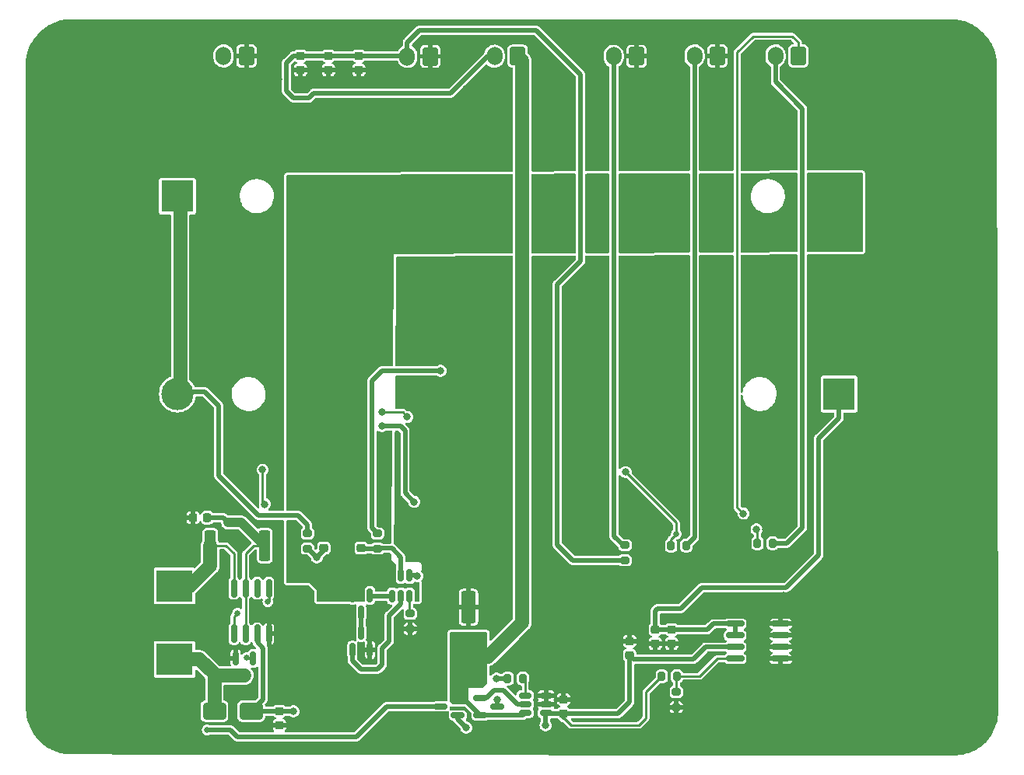
<source format=gtl>
G04 #@! TF.GenerationSoftware,KiCad,Pcbnew,7.0.9*
G04 #@! TF.CreationDate,2024-04-18T23:25:52+05:30*
G04 #@! TF.ProjectId,Battery-psu,42617474-6572-4792-9d70-73752e6b6963,rev?*
G04 #@! TF.SameCoordinates,Original*
G04 #@! TF.FileFunction,Copper,L1,Top*
G04 #@! TF.FilePolarity,Positive*
%FSLAX46Y46*%
G04 Gerber Fmt 4.6, Leading zero omitted, Abs format (unit mm)*
G04 Created by KiCad (PCBNEW 7.0.9) date 2024-04-18 23:25:52*
%MOMM*%
%LPD*%
G01*
G04 APERTURE LIST*
G04 Aperture macros list*
%AMRoundRect*
0 Rectangle with rounded corners*
0 $1 Rounding radius*
0 $2 $3 $4 $5 $6 $7 $8 $9 X,Y pos of 4 corners*
0 Add a 4 corners polygon primitive as box body*
4,1,4,$2,$3,$4,$5,$6,$7,$8,$9,$2,$3,0*
0 Add four circle primitives for the rounded corners*
1,1,$1+$1,$2,$3*
1,1,$1+$1,$4,$5*
1,1,$1+$1,$6,$7*
1,1,$1+$1,$8,$9*
0 Add four rect primitives between the rounded corners*
20,1,$1+$1,$2,$3,$4,$5,0*
20,1,$1+$1,$4,$5,$6,$7,0*
20,1,$1+$1,$6,$7,$8,$9,0*
20,1,$1+$1,$8,$9,$2,$3,0*%
G04 Aperture macros list end*
G04 #@! TA.AperFunction,ComponentPad*
%ADD10R,3.500000X3.500000*%
G04 #@! TD*
G04 #@! TA.AperFunction,ComponentPad*
%ADD11C,3.500000*%
G04 #@! TD*
G04 #@! TA.AperFunction,SMDPad,CuDef*
%ADD12RoundRect,0.200000X0.200000X0.275000X-0.200000X0.275000X-0.200000X-0.275000X0.200000X-0.275000X0*%
G04 #@! TD*
G04 #@! TA.AperFunction,SMDPad,CuDef*
%ADD13RoundRect,0.200000X-0.275000X0.200000X-0.275000X-0.200000X0.275000X-0.200000X0.275000X0.200000X0*%
G04 #@! TD*
G04 #@! TA.AperFunction,SMDPad,CuDef*
%ADD14RoundRect,0.225000X0.250000X-0.225000X0.250000X0.225000X-0.250000X0.225000X-0.250000X-0.225000X0*%
G04 #@! TD*
G04 #@! TA.AperFunction,ComponentPad*
%ADD15O,1.700000X2.000000*%
G04 #@! TD*
G04 #@! TA.AperFunction,ComponentPad*
%ADD16RoundRect,0.250000X0.600000X0.750000X-0.600000X0.750000X-0.600000X-0.750000X0.600000X-0.750000X0*%
G04 #@! TD*
G04 #@! TA.AperFunction,SMDPad,CuDef*
%ADD17RoundRect,0.150000X0.587500X0.150000X-0.587500X0.150000X-0.587500X-0.150000X0.587500X-0.150000X0*%
G04 #@! TD*
G04 #@! TA.AperFunction,SMDPad,CuDef*
%ADD18RoundRect,0.200000X0.275000X-0.200000X0.275000X0.200000X-0.275000X0.200000X-0.275000X-0.200000X0*%
G04 #@! TD*
G04 #@! TA.AperFunction,SMDPad,CuDef*
%ADD19RoundRect,0.250000X0.550000X-1.500000X0.550000X1.500000X-0.550000X1.500000X-0.550000X-1.500000X0*%
G04 #@! TD*
G04 #@! TA.AperFunction,SMDPad,CuDef*
%ADD20RoundRect,0.225000X-0.250000X0.225000X-0.250000X-0.225000X0.250000X-0.225000X0.250000X0.225000X0*%
G04 #@! TD*
G04 #@! TA.AperFunction,SMDPad,CuDef*
%ADD21RoundRect,0.250000X1.000000X0.650000X-1.000000X0.650000X-1.000000X-0.650000X1.000000X-0.650000X0*%
G04 #@! TD*
G04 #@! TA.AperFunction,SMDPad,CuDef*
%ADD22RoundRect,0.150000X-0.150000X0.587500X-0.150000X-0.587500X0.150000X-0.587500X0.150000X0.587500X0*%
G04 #@! TD*
G04 #@! TA.AperFunction,SMDPad,CuDef*
%ADD23RoundRect,0.150000X0.150000X-0.587500X0.150000X0.587500X-0.150000X0.587500X-0.150000X-0.587500X0*%
G04 #@! TD*
G04 #@! TA.AperFunction,SMDPad,CuDef*
%ADD24RoundRect,0.150000X-0.587500X-0.150000X0.587500X-0.150000X0.587500X0.150000X-0.587500X0.150000X0*%
G04 #@! TD*
G04 #@! TA.AperFunction,SMDPad,CuDef*
%ADD25R,4.000000X3.500000*%
G04 #@! TD*
G04 #@! TA.AperFunction,SMDPad,CuDef*
%ADD26RoundRect,0.150000X-0.825000X-0.150000X0.825000X-0.150000X0.825000X0.150000X-0.825000X0.150000X0*%
G04 #@! TD*
G04 #@! TA.AperFunction,SMDPad,CuDef*
%ADD27RoundRect,0.150000X0.150000X-0.512500X0.150000X0.512500X-0.150000X0.512500X-0.150000X-0.512500X0*%
G04 #@! TD*
G04 #@! TA.AperFunction,SMDPad,CuDef*
%ADD28RoundRect,0.150000X0.150000X-0.825000X0.150000X0.825000X-0.150000X0.825000X-0.150000X-0.825000X0*%
G04 #@! TD*
G04 #@! TA.AperFunction,SMDPad,CuDef*
%ADD29RoundRect,0.250000X-0.362500X-1.425000X0.362500X-1.425000X0.362500X1.425000X-0.362500X1.425000X0*%
G04 #@! TD*
G04 #@! TA.AperFunction,SMDPad,CuDef*
%ADD30RoundRect,0.225000X0.225000X0.250000X-0.225000X0.250000X-0.225000X-0.250000X0.225000X-0.250000X0*%
G04 #@! TD*
G04 #@! TA.AperFunction,SMDPad,CuDef*
%ADD31RoundRect,0.150000X0.512500X0.150000X-0.512500X0.150000X-0.512500X-0.150000X0.512500X-0.150000X0*%
G04 #@! TD*
G04 #@! TA.AperFunction,ViaPad*
%ADD32C,0.800000*%
G04 #@! TD*
G04 #@! TA.AperFunction,ViaPad*
%ADD33C,5.500000*%
G04 #@! TD*
G04 #@! TA.AperFunction,ViaPad*
%ADD34C,0.650000*%
G04 #@! TD*
G04 #@! TA.AperFunction,Conductor*
%ADD35C,0.500000*%
G04 #@! TD*
G04 #@! TA.AperFunction,Conductor*
%ADD36C,1.500000*%
G04 #@! TD*
G04 #@! TA.AperFunction,Conductor*
%ADD37C,0.250000*%
G04 #@! TD*
G04 #@! TA.AperFunction,Conductor*
%ADD38C,1.000000*%
G04 #@! TD*
G04 APERTURE END LIST*
D10*
X193480000Y-95758000D03*
D11*
X121480000Y-95758000D03*
D10*
X121480000Y-74200000D03*
D11*
X193480000Y-74200000D03*
D12*
X175831000Y-126492000D03*
X174181000Y-126492000D03*
D13*
X143256000Y-110935000D03*
X143256000Y-112585000D03*
D14*
X170688000Y-124219000D03*
X170688000Y-122669000D03*
D13*
X135636000Y-110935000D03*
X135636000Y-112585000D03*
D15*
X177750000Y-58925000D03*
D16*
X180250000Y-58925000D03*
D12*
X159067000Y-126746000D03*
X157417000Y-126746000D03*
X176847000Y-112268000D03*
X175197000Y-112268000D03*
D17*
X152004500Y-130744000D03*
X152004500Y-128844000D03*
X150129500Y-129794000D03*
D15*
X186550000Y-58925000D03*
D16*
X189050000Y-58925000D03*
D18*
X146812000Y-121324000D03*
X146812000Y-119674000D03*
D14*
X163513000Y-130569000D03*
X163513000Y-129019000D03*
D19*
X153162000Y-124366000D03*
X153162000Y-118966000D03*
D20*
X132588000Y-130289000D03*
X132588000Y-131839000D03*
X173482000Y-121399000D03*
X173482000Y-122949000D03*
D21*
X129508000Y-130302000D03*
X125508000Y-130302000D03*
D14*
X141478000Y-112535000D03*
X141478000Y-110985000D03*
D22*
X142428000Y-117680500D03*
X140528000Y-117680500D03*
X141478000Y-119555500D03*
D23*
X140528000Y-123619500D03*
X142428000Y-123619500D03*
X141478000Y-121744500D03*
D24*
X154447500Y-128844000D03*
X154447500Y-130744000D03*
X156322500Y-129794000D03*
D25*
X121158000Y-116650000D03*
X121158000Y-124650000D03*
D15*
X156000000Y-58950000D03*
D16*
X158500000Y-58950000D03*
D26*
X182183000Y-120777000D03*
X182183000Y-122047000D03*
X182183000Y-123317000D03*
X182183000Y-124587000D03*
X187133000Y-124587000D03*
X187133000Y-123317000D03*
X187133000Y-122047000D03*
X187133000Y-120777000D03*
D15*
X168950000Y-58967000D03*
D16*
X171450000Y-58967000D03*
D27*
X144846000Y-117763500D03*
X145796000Y-117763500D03*
X146746000Y-117763500D03*
X146746000Y-115488500D03*
X145796000Y-115488500D03*
X144846000Y-115488500D03*
D12*
X186245000Y-112014000D03*
X184595000Y-112014000D03*
D18*
X170180000Y-113855000D03*
X170180000Y-112205000D03*
D28*
X127635000Y-121855000D03*
X128905000Y-121855000D03*
X130175000Y-121855000D03*
X131445000Y-121855000D03*
X131445000Y-116905000D03*
X130175000Y-116905000D03*
X128905000Y-116905000D03*
X127635000Y-116905000D03*
D20*
X134874000Y-60465000D03*
X134874000Y-58915000D03*
D29*
X125053500Y-112268000D03*
X130978500Y-112268000D03*
D30*
X124727000Y-109220000D03*
X123177000Y-109220000D03*
D20*
X175260000Y-121399000D03*
X175260000Y-122949000D03*
D18*
X175768000Y-129857000D03*
X175768000Y-128207000D03*
D22*
X129728000Y-124538500D03*
X127828000Y-124538500D03*
X128778000Y-126413500D03*
D31*
X161602500Y-130490000D03*
X161602500Y-129540000D03*
X161602500Y-128590000D03*
X159327500Y-128590000D03*
X159327500Y-129540000D03*
X159327500Y-130490000D03*
D20*
X141224000Y-60465000D03*
X141224000Y-58915000D03*
D15*
X126500000Y-58925000D03*
D16*
X129000000Y-58925000D03*
D15*
X146500000Y-58975000D03*
D16*
X149000000Y-58975000D03*
D20*
X137922000Y-60465000D03*
X137922000Y-58915000D03*
D14*
X137414000Y-112535000D03*
X137414000Y-110985000D03*
D32*
X132080000Y-58674000D03*
X133604000Y-57404000D03*
X135382000Y-55880000D03*
X139192000Y-56388000D03*
X136398000Y-57404000D03*
X140208000Y-57404000D03*
X152146000Y-58928000D03*
X152908000Y-57912000D03*
X151130000Y-59690000D03*
X148844000Y-61214000D03*
X141224000Y-61976000D03*
X144272000Y-61214000D03*
X143002000Y-60198000D03*
X137668000Y-61722000D03*
X134620000Y-61976000D03*
X156718000Y-60960000D03*
X156972000Y-57150000D03*
X160020000Y-57658000D03*
X154178000Y-57404000D03*
X208534000Y-126238000D03*
X201422000Y-133350000D03*
X197866000Y-131064000D03*
X199644000Y-124968000D03*
X204216000Y-119634000D03*
X202184000Y-125222000D03*
X205994000Y-122428000D03*
X207518000Y-119126000D03*
X205232000Y-115570000D03*
X201676000Y-118110000D03*
X202184000Y-103124000D03*
X202438000Y-110998000D03*
X202184000Y-106680000D03*
X195580000Y-109220000D03*
X199898000Y-110490000D03*
X205740000Y-108204000D03*
X208788000Y-100838000D03*
X205232000Y-103124000D03*
X200914000Y-99314000D03*
X201168000Y-92710000D03*
X206756000Y-80518000D03*
X200914000Y-85090000D03*
X204216000Y-86614000D03*
X205486000Y-91440000D03*
X207010000Y-88392000D03*
X206248000Y-84328000D03*
X201422000Y-87884000D03*
X201930000Y-81280000D03*
X200406000Y-78486000D03*
X202692000Y-77978000D03*
X206756000Y-77470000D03*
X207518000Y-72136000D03*
X208534000Y-65532000D03*
X203962000Y-66294000D03*
X201422000Y-69342000D03*
X200914000Y-74422000D03*
X203962000Y-71374000D03*
X205486000Y-67310000D03*
X201676000Y-63500000D03*
X194056000Y-58674000D03*
X199136000Y-57404000D03*
X196088000Y-60198000D03*
X139954000Y-67564000D03*
X143510000Y-68834000D03*
X152146000Y-67310000D03*
X154686000Y-69850000D03*
X167132000Y-70104000D03*
X167386000Y-68580000D03*
X167132000Y-65786000D03*
X166878000Y-61468000D03*
X168148000Y-56642000D03*
X165862000Y-58674000D03*
X161798000Y-60452000D03*
X161798000Y-62992000D03*
X155448000Y-62230000D03*
X152908000Y-59944000D03*
X152908000Y-62484000D03*
X143002000Y-61976000D03*
X139446000Y-61976000D03*
X136398000Y-60706000D03*
X135890000Y-62230000D03*
X121158000Y-59944000D03*
X115316000Y-58420000D03*
X108204000Y-67056000D03*
X108966000Y-74168000D03*
X113030000Y-76454000D03*
X110998000Y-81026000D03*
X113284000Y-88900000D03*
X109728000Y-89662000D03*
X108966000Y-84328000D03*
X108712000Y-79502000D03*
X110236000Y-70104000D03*
X112014000Y-66802000D03*
X108712000Y-123698000D03*
X120142000Y-129540000D03*
X115824000Y-133350000D03*
X119634000Y-132334000D03*
X122428000Y-129032000D03*
X116840000Y-130556000D03*
X115062000Y-128016000D03*
X113030000Y-121666000D03*
X118110000Y-110236000D03*
X111760000Y-111506000D03*
X110490000Y-114808000D03*
X109474000Y-117094000D03*
X114808000Y-106172000D03*
X112014000Y-103124000D03*
X108712000Y-106934000D03*
X108458000Y-103124000D03*
X152908000Y-100838000D03*
X149352000Y-102362000D03*
X152146000Y-102870000D03*
X152654000Y-105156000D03*
X148844000Y-113538000D03*
X150622000Y-115570000D03*
X152146000Y-114300000D03*
X154432000Y-113284000D03*
X156972000Y-113030000D03*
X156972000Y-110998000D03*
X156718000Y-108966000D03*
X152654000Y-108966000D03*
X148590000Y-109220000D03*
X149098000Y-111252000D03*
X150368000Y-113538000D03*
X150114000Y-120904000D03*
X149860000Y-125222000D03*
X149860000Y-126746000D03*
X148082000Y-128270000D03*
X136144000Y-128778000D03*
X140716000Y-128778000D03*
X143764000Y-127254000D03*
X145288000Y-126238000D03*
X146558000Y-124968000D03*
X141361630Y-117691555D03*
X141224000Y-116586000D03*
X138430000Y-116586000D03*
X134366000Y-115570000D03*
X183388000Y-75946000D03*
X187960000Y-75946000D03*
X185928000Y-77216000D03*
X185928000Y-78994000D03*
X188214000Y-79502000D03*
X183388000Y-79502000D03*
X181102000Y-72644000D03*
X179070000Y-72644000D03*
X181356000Y-79248000D03*
X179324000Y-79248000D03*
X179324000Y-77724000D03*
X179578000Y-75692000D03*
X170688000Y-78740000D03*
X170688000Y-76454000D03*
X170688000Y-74676000D03*
X170688000Y-73152000D03*
X161036000Y-79248000D03*
X161036000Y-77724000D03*
X161036000Y-75692000D03*
X161036000Y-73406000D03*
X156718000Y-78994000D03*
X155448000Y-76962000D03*
X156718000Y-75184000D03*
X140970000Y-103124000D03*
X138430000Y-103632000D03*
X137414000Y-106426000D03*
X137414000Y-109474000D03*
X138684000Y-110998000D03*
X187198000Y-125730000D03*
X187606140Y-119289830D03*
X186182000Y-118364000D03*
X184150000Y-118618000D03*
X182118000Y-118618000D03*
X190754000Y-97028000D03*
X190590840Y-99619662D03*
X190754000Y-94996000D03*
X176784000Y-109982000D03*
X176530000Y-108712000D03*
X161036000Y-112268000D03*
X161236809Y-109186421D03*
X161423242Y-106296708D03*
X160975802Y-103668001D03*
X161544000Y-101092000D03*
X161544000Y-98044000D03*
X161036000Y-96266000D03*
X161290000Y-94488000D03*
X155979395Y-94831070D03*
X155194000Y-97790000D03*
X151384000Y-94742000D03*
X146304000Y-94742000D03*
X152908000Y-89916000D03*
X151130000Y-87376000D03*
X148336000Y-84582000D03*
X152654000Y-84582000D03*
X123952000Y-92456000D03*
X123952000Y-87884000D03*
X123952000Y-82550000D03*
X127350871Y-107773436D03*
X132559974Y-111426553D03*
X132444580Y-115437729D03*
X144018000Y-108966000D03*
X144018000Y-107696000D03*
X144018000Y-104902000D03*
X144018000Y-103632000D03*
X140716000Y-92710000D03*
X136906000Y-91948000D03*
X138176000Y-90424000D03*
X134620000Y-93980000D03*
X138684000Y-92964000D03*
X142240000Y-90678000D03*
X135128000Y-87122000D03*
X134874000Y-89154000D03*
X140208000Y-88138000D03*
X141732000Y-81788000D03*
X138176000Y-83566000D03*
X139700000Y-82804000D03*
X139954000Y-80010000D03*
X135128000Y-80772000D03*
X135128000Y-76962000D03*
X138430000Y-77216000D03*
X142494000Y-76708000D03*
X144272000Y-73406000D03*
X141986000Y-73152000D03*
X138176000Y-73152000D03*
X134366000Y-73152000D03*
X195326000Y-72390000D03*
X190754000Y-74422000D03*
X191262000Y-78740000D03*
X192786000Y-77216000D03*
X195072000Y-78994000D03*
X194818000Y-77216000D03*
X183642000Y-72644000D03*
X188214000Y-72644000D03*
X167132000Y-78486000D03*
X167132000Y-76708000D03*
X167132000Y-74930000D03*
X167132000Y-72898000D03*
X150114000Y-93218000D03*
X134112000Y-130302000D03*
X191262000Y-72644000D03*
X191516000Y-76708000D03*
X192532000Y-78994000D03*
X187452000Y-78232000D03*
X184404000Y-78232000D03*
X180594000Y-77724000D03*
X181356000Y-76708000D03*
X180340000Y-73914000D03*
X175260000Y-73914000D03*
X171704000Y-78232000D03*
X174752000Y-77216000D03*
X172974000Y-74676000D03*
X162814000Y-78232000D03*
X163322000Y-74930000D03*
X155702000Y-72898000D03*
X147320000Y-76708000D03*
X146050000Y-73406000D03*
X149352000Y-78486000D03*
X149606000Y-76962000D03*
X149352000Y-73914000D03*
X135382000Y-103632000D03*
X139954000Y-105156000D03*
X139446000Y-108458000D03*
X135382000Y-106934000D03*
X144018000Y-106172000D03*
X144018000Y-101600000D03*
X139954000Y-101092000D03*
X136652000Y-101092000D03*
X134112000Y-101092000D03*
X140970000Y-95758000D03*
X137922000Y-95758000D03*
X134620000Y-95758000D03*
D33*
X205486000Y-95758000D03*
D32*
X156322500Y-129032000D03*
X161544000Y-131826000D03*
X150506843Y-61246425D03*
X191404501Y-98368004D03*
X195929568Y-84088326D03*
X186500000Y-55750000D03*
X184648904Y-58837103D03*
X162705461Y-61661320D03*
X174244000Y-109474000D03*
X171806607Y-113814333D03*
X182850977Y-127379433D03*
X148778101Y-103710940D03*
X173990000Y-131826000D03*
X164289882Y-100300369D03*
X150500000Y-82250000D03*
X173481906Y-65346169D03*
X174991052Y-87992510D03*
X184912000Y-131572000D03*
X176016238Y-99480646D03*
X117000000Y-83250000D03*
D34*
X128270000Y-128016000D03*
X185420000Y-110490000D03*
D32*
X125236125Y-57033227D03*
X150114000Y-131064000D03*
X179507489Y-102684848D03*
X149000000Y-68250000D03*
X153500000Y-96250000D03*
X148082000Y-119380000D03*
X122965788Y-119596767D03*
X145288000Y-131826000D03*
X171514779Y-87644883D03*
X164721699Y-87979586D03*
X142748000Y-119380000D03*
X132250000Y-106500000D03*
X179437963Y-106161121D03*
X149606000Y-133858000D03*
X151051197Y-119975277D03*
X185166000Y-120904000D03*
X165862000Y-109982000D03*
D34*
X129286000Y-132080000D03*
D32*
X198236125Y-103119344D03*
X154640509Y-82310379D03*
X184150000Y-123952000D03*
X123057661Y-70938317D03*
X174625729Y-96212950D03*
X193040000Y-115062000D03*
X169418000Y-115062000D03*
X179996885Y-91955461D03*
X151638000Y-134112000D03*
X155750000Y-66000000D03*
X146558000Y-126746000D03*
X172777082Y-125641474D03*
X173736000Y-113792000D03*
X132459952Y-112611337D03*
X191262000Y-129794000D03*
X176530000Y-123190000D03*
D34*
X135636000Y-127254000D03*
D32*
X131817868Y-56430673D03*
X131318000Y-120142000D03*
X179301630Y-63658602D03*
X179510206Y-87366781D03*
X171704000Y-125984000D03*
X186944000Y-129540000D03*
X118468981Y-69501458D03*
X144752539Y-57991604D03*
X162814000Y-124206000D03*
X175748212Y-105920397D03*
X169672000Y-133096000D03*
X191770000Y-116840000D03*
X116500000Y-113250000D03*
X175500000Y-68750000D03*
X188725590Y-61253034D03*
X173252916Y-91677359D03*
X174028055Y-128915624D03*
X184912000Y-124968000D03*
D34*
X134620000Y-117602000D03*
D32*
X160528000Y-125730000D03*
X132588000Y-119634000D03*
X181454201Y-100738136D03*
X135890000Y-119126000D03*
X154832603Y-117580387D03*
X189230000Y-123444000D03*
X121920000Y-133858000D03*
X172466000Y-134366000D03*
X170180000Y-110490000D03*
X162814000Y-121158000D03*
D34*
X123190000Y-127762000D03*
D32*
X155956000Y-117856000D03*
X197505478Y-97066410D03*
X149500000Y-96500000D03*
X189230000Y-124714000D03*
X180970241Y-81874270D03*
X172212000Y-126746000D03*
X135128000Y-125730000D03*
X133858000Y-120904000D03*
X165100000Y-120396000D03*
X171497083Y-99063494D03*
X165608000Y-133604000D03*
X163830000Y-122936000D03*
X139700000Y-131826000D03*
X156718000Y-115570000D03*
X137160000Y-130810000D03*
X147750000Y-88250000D03*
X179070000Y-129032000D03*
X140208000Y-130556000D03*
X193480646Y-119994285D03*
D34*
X129286000Y-128270000D03*
D32*
X155702000Y-112776000D03*
X182880000Y-129794000D03*
X187400362Y-86680275D03*
X155913004Y-115239517D03*
X137379197Y-67977730D03*
X129222251Y-67832847D03*
X138938000Y-130302000D03*
X166807463Y-91942536D03*
X136952944Y-55604529D03*
X170434000Y-120904000D03*
X148082000Y-120396000D03*
X191516273Y-63950663D03*
X136652000Y-125222000D03*
X145500000Y-67250000D03*
X195316056Y-103119344D03*
X117000000Y-95250000D03*
X132334000Y-114300000D03*
X173990000Y-129794000D03*
X187155288Y-101433390D03*
X162306000Y-115316000D03*
X181500000Y-62500000D03*
X148590000Y-125222000D03*
X144272000Y-132842000D03*
X194310000Y-123190000D03*
X127182838Y-61482856D03*
X146812000Y-134112000D03*
X166370000Y-129032000D03*
X119380000Y-78740000D03*
X177038000Y-122428000D03*
X154904630Y-120443451D03*
X169164000Y-125476000D03*
X184150000Y-120650000D03*
X191262000Y-133350000D03*
X188984221Y-55630208D03*
X125984000Y-133350000D03*
X171326617Y-61383218D03*
D34*
X188468000Y-110236000D03*
D32*
X191516000Y-121920000D03*
D34*
X116000000Y-112500000D03*
D32*
X151130000Y-118364000D03*
X163068000Y-132334000D03*
X167132000Y-111252000D03*
X129555496Y-79990146D03*
X189230000Y-120650000D03*
X139446000Y-125984000D03*
D34*
X135890000Y-117856000D03*
D32*
X185486678Y-102962950D03*
X136652000Y-132080000D03*
X117750000Y-87500000D03*
X184150000Y-121920000D03*
X138176000Y-132080000D03*
X197016790Y-124865323D03*
X180848000Y-109474000D03*
D34*
X128016000Y-111252000D03*
D32*
X155250000Y-100750000D03*
X161290000Y-117856000D03*
X116800371Y-61900008D03*
X192128844Y-89464961D03*
X171250000Y-68000000D03*
X179324000Y-109982000D03*
D34*
X131318000Y-131826000D03*
D32*
X116332000Y-127000000D03*
X188250000Y-65750000D03*
X185250000Y-107000000D03*
X165862000Y-122936000D03*
X147750000Y-64000000D03*
D34*
X132842000Y-116840000D03*
D32*
X143002000Y-120396000D03*
X124968000Y-120650000D03*
X157101446Y-117976534D03*
X172212000Y-123444000D03*
X184772505Y-61278219D03*
X194494521Y-99511311D03*
X165464090Y-103730291D03*
X161544000Y-122936000D03*
X168656000Y-128524000D03*
X119126000Y-119634000D03*
X116846721Y-65098179D03*
X164846000Y-124206000D03*
X185546350Y-85753269D03*
X163830000Y-65346169D03*
X173989444Y-130838415D03*
D34*
X129794000Y-118618000D03*
D32*
X181000000Y-66750000D03*
X177292000Y-133604000D03*
X136906000Y-127000000D03*
X155642904Y-118948895D03*
X137668000Y-129794000D03*
X166116000Y-115062000D03*
X142226837Y-57934648D03*
X172500000Y-111000000D03*
X155956000Y-116840000D03*
X137703649Y-64316056D03*
X167132000Y-117856000D03*
X138176000Y-126238000D03*
X129000000Y-55750000D03*
X189230000Y-122174000D03*
X117562284Y-120708327D03*
X154178000Y-116586000D03*
X122750000Y-67250000D03*
X171196000Y-130556000D03*
X173721898Y-100454003D03*
X123706565Y-63151466D03*
X136398000Y-134366000D03*
X194859490Y-116473709D03*
X184150000Y-122936000D03*
X165608000Y-111506000D03*
X167640000Y-122936000D03*
X175500000Y-81750000D03*
X151130000Y-110490000D03*
X184761193Y-55733209D03*
X164084000Y-117856000D03*
X132476107Y-61505338D03*
X144272000Y-134112000D03*
X170942000Y-115062000D03*
D34*
X133858000Y-127508000D03*
D32*
X184896105Y-63472133D03*
X153924000Y-110236000D03*
X165608000Y-57150000D03*
X174752000Y-115062000D03*
X167132000Y-124206000D03*
X148336000Y-126746000D03*
X116961337Y-100378093D03*
X159512000Y-123698000D03*
X147066000Y-113284000D03*
X164592000Y-110744000D03*
X158242000Y-127762000D03*
X158830089Y-133318236D03*
X143256000Y-121412000D03*
X176784000Y-114808000D03*
X121209128Y-105317515D03*
X181523727Y-95940880D03*
X178816000Y-113792000D03*
X161500000Y-81250000D03*
D34*
X129794000Y-114300000D03*
D33*
X109982000Y-130000000D03*
D32*
X191188435Y-58370026D03*
X182880000Y-113284000D03*
X123218628Y-99126634D03*
D34*
X134366000Y-128524000D03*
D32*
X196856574Y-87842700D03*
X152977914Y-115545630D03*
X179229387Y-96010405D03*
X185971898Y-127533934D03*
X180848000Y-104648000D03*
X187452000Y-113792000D03*
X120947463Y-100146341D03*
X187363865Y-106925901D03*
X139192000Y-127508000D03*
X186102553Y-68418257D03*
X162560000Y-133858000D03*
X128687963Y-105291224D03*
X172720000Y-115062000D03*
X181610000Y-131318000D03*
X119250000Y-92750000D03*
D33*
X205486000Y-130000000D03*
D32*
X182118000Y-111506000D03*
X171187566Y-56516436D03*
X171566609Y-102470241D03*
X197000000Y-116250000D03*
X148336000Y-132588000D03*
X155050722Y-104317395D03*
X191155841Y-68212398D03*
D34*
X132588000Y-128016000D03*
D32*
X129244167Y-102695608D03*
X148082000Y-121412000D03*
X179324000Y-133604000D03*
X123000000Y-103250000D03*
X145796000Y-120396000D03*
D34*
X132842000Y-124206000D03*
D32*
X128952942Y-91160569D03*
X181595970Y-56636532D03*
X166500000Y-97000000D03*
X149664682Y-123702662D03*
X133096000Y-134366000D03*
X141478000Y-127000000D03*
X173990000Y-128016000D03*
D33*
X109982000Y-95758000D03*
D32*
X150150863Y-122676281D03*
X121898904Y-64588326D03*
X196447066Y-119685283D03*
X117825556Y-103834305D03*
X194750000Y-68000000D03*
X147210822Y-61040424D03*
X161732105Y-68127187D03*
X135382000Y-131826000D03*
X140592301Y-55645729D03*
X171010405Y-96212950D03*
X184912000Y-115062000D03*
X132545317Y-110151756D03*
X146812000Y-122682000D03*
X164846000Y-109474000D03*
X177121760Y-125610090D03*
X144272000Y-128270000D03*
X157182836Y-97488450D03*
X133858000Y-119126000D03*
X172212000Y-121920000D03*
X146050000Y-112014000D03*
X171876163Y-109255714D03*
X147574000Y-131318000D03*
X132374072Y-68203649D03*
X178050172Y-56149853D03*
X183642000Y-133858000D03*
X164691585Y-106356808D03*
X147204003Y-81946712D03*
X177038000Y-119888000D03*
X185090795Y-57855023D03*
X187428110Y-117722251D03*
X129794000Y-134366000D03*
D34*
X139954000Y-119126000D03*
D32*
X117000000Y-72500000D03*
X191516000Y-127508000D03*
X129416445Y-88101449D03*
X195095263Y-91179922D03*
X154432000Y-111506000D03*
X181317868Y-89383019D03*
X198250000Y-68250000D03*
X132842000Y-125730000D03*
X192036143Y-82558766D03*
X191500000Y-61500000D03*
X192036143Y-86266790D03*
X146970440Y-96712044D03*
D34*
X132842000Y-122682000D03*
D32*
X161036000Y-119634000D03*
X174417152Y-104208377D03*
X167132000Y-112776000D03*
X189484000Y-112014000D03*
X168402000Y-117856000D03*
X185166000Y-123952000D03*
X153410074Y-134110530D03*
X174733364Y-58324098D03*
X123952000Y-133350000D03*
X146050000Y-128524000D03*
X172466000Y-118110000D03*
X179324000Y-112014000D03*
X130250000Y-84250000D03*
X132188671Y-63985772D03*
X157480000Y-134112000D03*
X116750000Y-77250000D03*
X142000000Y-64250000D03*
X135890000Y-130810000D03*
X144780000Y-123952000D03*
D34*
X117500000Y-113000000D03*
X139954000Y-120396000D03*
D32*
X155194000Y-133350000D03*
X121158000Y-120650000D03*
X145666612Y-122777451D03*
X187198000Y-132080000D03*
X195856034Y-63964396D03*
X172720000Y-112522000D03*
X185695254Y-99278101D03*
X164026444Y-57420267D03*
X133858000Y-124968000D03*
D34*
X130810000Y-115062000D03*
D32*
X151892000Y-116586000D03*
X186890509Y-90063847D03*
X188722000Y-130302000D03*
X160274000Y-133604000D03*
X179857834Y-69151113D03*
D34*
X139954000Y-121666000D03*
D32*
X166737937Y-81197972D03*
X193639851Y-56021611D03*
X136144000Y-121412000D03*
X184804745Y-89275892D03*
X174244000Y-117602000D03*
X168402000Y-119634000D03*
X167640000Y-121158000D03*
X173620957Y-61452743D03*
X150708024Y-57926230D03*
X178562000Y-131318000D03*
X193500000Y-65500000D03*
X145219476Y-60642155D03*
X187949511Y-127194032D03*
X196949275Y-81168257D03*
X141867784Y-130005004D03*
D33*
X109982000Y-60452000D03*
D32*
X185166000Y-121920000D03*
X198808720Y-63167858D03*
X166878000Y-127508000D03*
X154432000Y-132334000D03*
X165608000Y-117856000D03*
X138176000Y-119888000D03*
X186334305Y-81998895D03*
X179832000Y-118872000D03*
X179994167Y-98374270D03*
X122547808Y-57218628D03*
X139954000Y-134366000D03*
X197368239Y-99696712D03*
X154988136Y-87145280D03*
X152400000Y-112014000D03*
X193542447Y-125247319D03*
X197551829Y-92245979D03*
X146050000Y-109474000D03*
X150124072Y-90220241D03*
X185166000Y-122936000D03*
X116000000Y-114500000D03*
X178985612Y-124653051D03*
X184896105Y-66036850D03*
X178054000Y-122682000D03*
D33*
X205486000Y-60452000D03*
D32*
X135382000Y-124206000D03*
X155194000Y-110236000D03*
X149102553Y-100095616D03*
X128434296Y-77844512D03*
X123521164Y-77844512D03*
D34*
X117348000Y-114300000D03*
D32*
X162560000Y-117856000D03*
X183134000Y-109982000D03*
X150889137Y-117166233D03*
D34*
X127508000Y-134366000D03*
D32*
X146500000Y-91250000D03*
X191106034Y-56021611D03*
X167640000Y-115062000D03*
X149606000Y-128270000D03*
X134112000Y-132080000D03*
X138430000Y-124968000D03*
X179510206Y-55941277D03*
X172349085Y-82917152D03*
X154640509Y-91455858D03*
X138176000Y-123444000D03*
X140208000Y-114046000D03*
X134366000Y-114046000D03*
X144018000Y-114046000D03*
X141478000Y-114046000D03*
X134112000Y-110744000D03*
X134112000Y-112522000D03*
X135382000Y-114554000D03*
X136906000Y-115824000D03*
X142748000Y-114046000D03*
X138938000Y-117602000D03*
X140208000Y-112522000D03*
X139954000Y-110490000D03*
X143510000Y-116586000D03*
X137668000Y-117348000D03*
X147574000Y-115570000D03*
X136652000Y-113538000D03*
X184495552Y-110500048D03*
X147250000Y-107500000D03*
D34*
X124714000Y-132334000D03*
D32*
X127000000Y-109750000D03*
X143750000Y-99250000D03*
X183075423Y-108776799D03*
X131000000Y-107750000D03*
D34*
X175768000Y-110998000D03*
D32*
X146500000Y-98250000D03*
X143764000Y-97750000D03*
X170250000Y-104250000D03*
X130750000Y-104000000D03*
D34*
X128016000Y-119634000D03*
X131318000Y-118364000D03*
X129032000Y-124460000D03*
D32*
X156210000Y-126746000D03*
X152908000Y-132080000D03*
D35*
X133350000Y-59690000D02*
X134125000Y-58915000D01*
X133350000Y-62738000D02*
X133350000Y-59690000D01*
X134112000Y-63500000D02*
X133350000Y-62738000D01*
X135822082Y-63500000D02*
X134112000Y-63500000D01*
X136330082Y-62992000D02*
X135822082Y-63500000D01*
X151197918Y-62992000D02*
X136330082Y-62992000D01*
X155239918Y-58950000D02*
X151197918Y-62992000D01*
X156000000Y-58950000D02*
X155239918Y-58950000D01*
X134125000Y-58915000D02*
X134874000Y-58915000D01*
X146500000Y-57462000D02*
X147828000Y-56134000D01*
X146500000Y-57462000D02*
X146500000Y-58975000D01*
X193480000Y-98366000D02*
X193480000Y-95504000D01*
X191262000Y-113284000D02*
X191262000Y-100584000D01*
X178562000Y-116840000D02*
X187706000Y-116840000D01*
X176276000Y-119126000D02*
X178562000Y-116840000D01*
X173736000Y-119126000D02*
X176276000Y-119126000D01*
X191262000Y-100584000D02*
X193480000Y-98366000D01*
X173482000Y-119380000D02*
X173736000Y-119126000D01*
X187706000Y-116840000D02*
X191262000Y-113284000D01*
X173482000Y-121399000D02*
X173482000Y-119380000D01*
X160528000Y-56134000D02*
X147828000Y-56134000D01*
X162814000Y-83820000D02*
X165354000Y-81280000D01*
X162814000Y-112200082D02*
X162814000Y-83820000D01*
X165354000Y-81280000D02*
X165354000Y-60960000D01*
X164468918Y-113855000D02*
X162814000Y-112200082D01*
X170180000Y-113855000D02*
X164468918Y-113855000D01*
X165354000Y-60960000D02*
X160528000Y-56134000D01*
D36*
X122872000Y-116650000D02*
X121158000Y-116650000D01*
X125053500Y-114468500D02*
X122872000Y-116650000D01*
X125053500Y-112268000D02*
X125053500Y-114468500D01*
X159004000Y-59454000D02*
X158500000Y-58950000D01*
X159004000Y-120650000D02*
X159004000Y-59454000D01*
X155288000Y-124366000D02*
X159004000Y-120650000D01*
X153162000Y-124366000D02*
X155288000Y-124366000D01*
D37*
X172466000Y-128207000D02*
X172466000Y-131064000D01*
X171704000Y-131826000D02*
X164338000Y-131826000D01*
X174181000Y-126492000D02*
X172466000Y-128207000D01*
X172466000Y-131064000D02*
X171704000Y-131826000D01*
X164338000Y-131826000D02*
X163513000Y-131001000D01*
D35*
X124968000Y-109233000D02*
X126483000Y-109233000D01*
X126483000Y-109233000D02*
X127000000Y-109750000D01*
X175260000Y-121399000D02*
X173482000Y-121399000D01*
D37*
X188400000Y-56800000D02*
X189050000Y-57450000D01*
X184108633Y-56800000D02*
X188400000Y-56800000D01*
X189050000Y-57450000D02*
X189050000Y-58925000D01*
X182372000Y-58536633D02*
X184108633Y-56800000D01*
X183075423Y-108776799D02*
X182372000Y-108073376D01*
X182372000Y-108073376D02*
X182372000Y-58536633D01*
D35*
X146440000Y-58915000D02*
X146500000Y-58975000D01*
X141224000Y-58915000D02*
X146440000Y-58915000D01*
X137922000Y-58915000D02*
X141224000Y-58915000D01*
X134874000Y-58915000D02*
X137922000Y-58915000D01*
X143764000Y-93218000D02*
X150114000Y-93218000D01*
X142660000Y-94322000D02*
X143764000Y-93218000D01*
X143256000Y-110935000D02*
X142660000Y-110339000D01*
X142660000Y-110339000D02*
X142660000Y-94322000D01*
X130810000Y-123444000D02*
X130810000Y-129000000D01*
X130175000Y-122809000D02*
X130810000Y-123444000D01*
X130810000Y-129000000D02*
X129508000Y-130302000D01*
X130175000Y-121855000D02*
X130175000Y-122809000D01*
X179804723Y-120777000D02*
X182183000Y-120777000D01*
X175260000Y-121399000D02*
X179182723Y-121399000D01*
X179182723Y-121399000D02*
X179804723Y-120777000D01*
X182183000Y-122047000D02*
X182183000Y-120777000D01*
X134099000Y-130289000D02*
X134112000Y-130302000D01*
X132588000Y-130289000D02*
X134099000Y-130289000D01*
X129521000Y-130289000D02*
X129508000Y-130302000D01*
X132588000Y-130289000D02*
X129521000Y-130289000D01*
D36*
X121787610Y-74487610D02*
X121787610Y-95196390D01*
X121787610Y-95196390D02*
X121480000Y-95504000D01*
X121500000Y-74200000D02*
X121787610Y-74487610D01*
D35*
X124460000Y-95504000D02*
X121480000Y-95504000D01*
X125984000Y-97028000D02*
X124460000Y-95504000D01*
X125984000Y-104648000D02*
X125984000Y-97028000D01*
X130302000Y-108966000D02*
X125984000Y-104648000D01*
X134620000Y-108966000D02*
X130302000Y-108966000D01*
X135636000Y-109982000D02*
X134620000Y-108966000D01*
X135636000Y-110935000D02*
X135636000Y-109982000D01*
D37*
X143764000Y-97750000D02*
X146000000Y-97750000D01*
X146000000Y-97750000D02*
X146500000Y-98250000D01*
D35*
X169405000Y-130569000D02*
X170688000Y-129286000D01*
X170688000Y-124219000D02*
X171125000Y-124656000D01*
X163513000Y-130569000D02*
X161681500Y-130569000D01*
X177604000Y-124656000D02*
X178943000Y-123317000D01*
X163513000Y-130569000D02*
X169405000Y-130569000D01*
X171125000Y-124656000D02*
X177604000Y-124656000D01*
X163513000Y-130569000D02*
X163513000Y-131001000D01*
X161681500Y-130569000D02*
X161602500Y-130490000D01*
X161544000Y-130548500D02*
X161602500Y-130490000D01*
X161544000Y-131826000D02*
X161544000Y-130548500D01*
X178943000Y-123317000D02*
X182183000Y-123317000D01*
X156322500Y-129032000D02*
X156322500Y-129794000D01*
D37*
X174181000Y-126492000D02*
X173990000Y-126492000D01*
D35*
X170688000Y-129286000D02*
X170688000Y-124219000D01*
X143233000Y-112585000D02*
X143256000Y-112562000D01*
X141478000Y-112585000D02*
X143233000Y-112585000D01*
X145796000Y-113538000D02*
X144820000Y-112562000D01*
X144820000Y-112562000D02*
X143256000Y-112562000D01*
X145796000Y-115488500D02*
X145796000Y-113538000D01*
X135636000Y-112535000D02*
X135649000Y-112535000D01*
X137414000Y-112585000D02*
X137414000Y-112776000D01*
X135649000Y-112535000D02*
X136652000Y-113538000D01*
X147492500Y-115488500D02*
X147574000Y-115570000D01*
X137414000Y-112776000D02*
X136652000Y-113538000D01*
X146746000Y-115488500D02*
X147492500Y-115488500D01*
X128016000Y-133096000D02*
X127254000Y-132334000D01*
X146250000Y-106500000D02*
X147250000Y-107500000D01*
D37*
X184595000Y-110599496D02*
X184495552Y-110500048D01*
D35*
X144272000Y-129794000D02*
X140970000Y-133096000D01*
D37*
X128905000Y-121855000D02*
X128905000Y-116905000D01*
D35*
X150129500Y-129794000D02*
X144272000Y-129794000D01*
D37*
X129794000Y-112268000D02*
X130978500Y-112268000D01*
D35*
X143750000Y-99250000D02*
X145750000Y-99250000D01*
X140970000Y-133096000D02*
X128016000Y-133096000D01*
D38*
X127000000Y-109750000D02*
X128460500Y-109750000D01*
X128460500Y-109750000D02*
X130978500Y-112268000D01*
D37*
X184595000Y-112014000D02*
X184595000Y-110599496D01*
X128905000Y-116905000D02*
X128905000Y-113157000D01*
X184595000Y-112014000D02*
X184500000Y-111919000D01*
D35*
X127254000Y-132334000D02*
X124714000Y-132334000D01*
X145750000Y-99250000D02*
X146250000Y-99750000D01*
D37*
X128905000Y-113157000D02*
X129794000Y-112268000D01*
D35*
X146250000Y-99750000D02*
X146250000Y-106500000D01*
D36*
X123888000Y-124650000D02*
X125508000Y-126270000D01*
X125651500Y-126413500D02*
X125508000Y-126270000D01*
X128778000Y-126413500D02*
X125651500Y-126413500D01*
X121158000Y-124650000D02*
X123888000Y-124650000D01*
X125508000Y-126270000D02*
X125508000Y-130302000D01*
D37*
X127635000Y-121855000D02*
X127635000Y-120015000D01*
X175197000Y-112268000D02*
X175197000Y-111569000D01*
X130750000Y-104000000D02*
X130750000Y-107500000D01*
X175197000Y-111569000D02*
X175768000Y-110998000D01*
X127635000Y-120015000D02*
X128016000Y-119634000D01*
X175768000Y-110998000D02*
X175768000Y-109768000D01*
X130750000Y-107500000D02*
X131000000Y-107750000D01*
X175768000Y-109768000D02*
X170250000Y-104250000D01*
D35*
X186245000Y-112014000D02*
X187786016Y-112014000D01*
X189500000Y-98500000D02*
X189500000Y-64700000D01*
X189500000Y-110300016D02*
X189500000Y-98500000D01*
X187786016Y-112014000D02*
X189500000Y-110300016D01*
X186550000Y-61750000D02*
X186550000Y-58925000D01*
X189500000Y-64700000D02*
X186550000Y-61750000D01*
X177750000Y-58925000D02*
X177750000Y-111365000D01*
X177750000Y-111365000D02*
X176847000Y-112268000D01*
D37*
X176824000Y-112245000D02*
X176847000Y-112268000D01*
X127635000Y-113157000D02*
X126746000Y-112268000D01*
X126746000Y-112268000D02*
X125053500Y-112268000D01*
X127635000Y-116905000D02*
X127635000Y-113157000D01*
X129110500Y-124538500D02*
X129032000Y-124460000D01*
X131445000Y-118237000D02*
X131318000Y-118364000D01*
X129728000Y-124538500D02*
X129110500Y-124538500D01*
X131445000Y-116905000D02*
X131445000Y-118237000D01*
D35*
X122008000Y-73800000D02*
X121500000Y-74308000D01*
X169000000Y-111250000D02*
X169955000Y-112205000D01*
X169955000Y-112205000D02*
X170180000Y-112205000D01*
X169000000Y-59467000D02*
X169000000Y-111250000D01*
X159073500Y-130744000D02*
X154447500Y-130744000D01*
X159327500Y-130490000D02*
X159073500Y-130744000D01*
X152547500Y-128844000D02*
X154447500Y-130744000D01*
X152004500Y-128844000D02*
X152547500Y-128844000D01*
X156972000Y-128016000D02*
X158496000Y-129540000D01*
X154447500Y-128844000D02*
X155128000Y-128844000D01*
X155128000Y-128844000D02*
X155956000Y-128016000D01*
X158496000Y-129540000D02*
X159327500Y-129540000D01*
X155956000Y-128016000D02*
X156972000Y-128016000D01*
X152004500Y-130744000D02*
X152004500Y-131176500D01*
X157417000Y-126746000D02*
X156210000Y-126746000D01*
X152004500Y-131176500D02*
X152908000Y-132080000D01*
X141478000Y-119555500D02*
X141478000Y-121744500D01*
X142482000Y-117763500D02*
X142428000Y-117817500D01*
X144846000Y-117763500D02*
X142482000Y-117763500D01*
X144526000Y-119888000D02*
X144526000Y-122682000D01*
X141478000Y-125730000D02*
X140528000Y-124780000D01*
X140528000Y-124780000D02*
X140528000Y-123619500D01*
X145796000Y-118618000D02*
X144526000Y-119888000D01*
X144526000Y-122682000D02*
X143764000Y-123444000D01*
X143256000Y-125730000D02*
X141478000Y-125730000D01*
X143764000Y-123444000D02*
X143764000Y-125222000D01*
X143764000Y-125222000D02*
X143256000Y-125730000D01*
X145796000Y-117763500D02*
X145796000Y-118618000D01*
D37*
X159327500Y-127006500D02*
X159067000Y-126746000D01*
X159327500Y-128590000D02*
X159327500Y-127006500D01*
X146746000Y-119608000D02*
X146812000Y-119674000D01*
X146746000Y-117763500D02*
X146746000Y-119608000D01*
X175768000Y-128207000D02*
X175768000Y-126555000D01*
X175947000Y-126376000D02*
X175831000Y-126492000D01*
X182183000Y-124587000D02*
X180213000Y-124587000D01*
X175768000Y-126555000D02*
X175831000Y-126492000D01*
X178308000Y-126492000D02*
X175831000Y-126492000D01*
X180213000Y-124587000D02*
X178308000Y-126492000D01*
G04 #@! TA.AperFunction,Conductor*
G36*
X155137039Y-121685685D02*
G01*
X155182794Y-121738489D01*
X155194000Y-121790000D01*
X155194000Y-127202638D01*
X155174315Y-127269677D01*
X155157681Y-127290319D01*
X154722319Y-127725681D01*
X154660996Y-127759166D01*
X154634638Y-127762000D01*
X153162000Y-127762000D01*
X153162000Y-129416000D01*
X153142315Y-129483039D01*
X153089511Y-129528794D01*
X153038000Y-129540000D01*
X151435362Y-129540000D01*
X151368323Y-129520315D01*
X151347681Y-129503681D01*
X151166319Y-129322319D01*
X151132834Y-129260996D01*
X151130000Y-129234638D01*
X151130000Y-121790000D01*
X151149685Y-121722961D01*
X151202489Y-121677206D01*
X151254000Y-121666000D01*
X155070000Y-121666000D01*
X155137039Y-121685685D01*
G37*
G04 #@! TD.AperFunction*
G04 #@! TA.AperFunction,Conductor*
G36*
X144249740Y-118283685D02*
G01*
X144295495Y-118336489D01*
X144305174Y-118368602D01*
X144310352Y-118401300D01*
X144310353Y-118401303D01*
X144310354Y-118401304D01*
X144367950Y-118514342D01*
X144367952Y-118514344D01*
X144367954Y-118514347D01*
X144457652Y-118604045D01*
X144457654Y-118604046D01*
X144457658Y-118604050D01*
X144570696Y-118661646D01*
X144570698Y-118661647D01*
X144658116Y-118675491D01*
X144661892Y-118676090D01*
X144664475Y-118676499D01*
X144664481Y-118676500D01*
X144730323Y-118676499D01*
X144797361Y-118696183D01*
X144843117Y-118748986D01*
X144853061Y-118818144D01*
X144824037Y-118881700D01*
X144818004Y-118888180D01*
X144219568Y-119486616D01*
X144198938Y-119503243D01*
X144194876Y-119505854D01*
X144194867Y-119505861D01*
X144160905Y-119545055D01*
X144157892Y-119548291D01*
X144146781Y-119559402D01*
X144137354Y-119571996D01*
X144134587Y-119575428D01*
X144123765Y-119587919D01*
X144100623Y-119614626D01*
X144100617Y-119614636D01*
X144098615Y-119619020D01*
X144085100Y-119641799D01*
X144082206Y-119645664D01*
X144082200Y-119645675D01*
X144064078Y-119694264D01*
X144062385Y-119698353D01*
X144040835Y-119745543D01*
X144040833Y-119745550D01*
X144040146Y-119750327D01*
X144033598Y-119775986D01*
X144031910Y-119780513D01*
X144031909Y-119780517D01*
X144028207Y-119832260D01*
X144027734Y-119836656D01*
X144025500Y-119852199D01*
X144025500Y-119867904D01*
X144025342Y-119872329D01*
X144021641Y-119924069D01*
X144021641Y-119924073D01*
X144022666Y-119928785D01*
X144025500Y-119955143D01*
X144025500Y-122423323D01*
X144005815Y-122490362D01*
X143989181Y-122511004D01*
X143457569Y-123042616D01*
X143436937Y-123059244D01*
X143432872Y-123061857D01*
X143432867Y-123061861D01*
X143398905Y-123101055D01*
X143395892Y-123104291D01*
X143384781Y-123115402D01*
X143375354Y-123127996D01*
X143372587Y-123131428D01*
X143367244Y-123137596D01*
X143338623Y-123170626D01*
X143338617Y-123170636D01*
X143336615Y-123175020D01*
X143323100Y-123197799D01*
X143320206Y-123201664D01*
X143320200Y-123201675D01*
X143302078Y-123250264D01*
X143300385Y-123254353D01*
X143278835Y-123301543D01*
X143278833Y-123301550D01*
X143278146Y-123306327D01*
X143271598Y-123331986D01*
X143269910Y-123336513D01*
X143269909Y-123336517D01*
X143266207Y-123388260D01*
X143265734Y-123392656D01*
X143263500Y-123408199D01*
X143263500Y-123423904D01*
X143263342Y-123428329D01*
X143259641Y-123480069D01*
X143259641Y-123480073D01*
X143260666Y-123484785D01*
X143263500Y-123511143D01*
X143263500Y-124963324D01*
X143243815Y-125030363D01*
X143227181Y-125051005D01*
X143085005Y-125193181D01*
X143023682Y-125226666D01*
X142997324Y-125229500D01*
X141736676Y-125229500D01*
X141669637Y-125209815D01*
X141648995Y-125193181D01*
X141064819Y-124609005D01*
X141031334Y-124547682D01*
X141028500Y-124521324D01*
X141028500Y-124431051D01*
X141042015Y-124374756D01*
X141061253Y-124337000D01*
X141063646Y-124332304D01*
X141063646Y-124332302D01*
X141063647Y-124332301D01*
X141078499Y-124238524D01*
X141078500Y-124238519D01*
X141078500Y-123869500D01*
X141878001Y-123869500D01*
X141878001Y-124238479D01*
X141892835Y-124332149D01*
X141892837Y-124332155D01*
X141950356Y-124445041D01*
X141950363Y-124445050D01*
X142039949Y-124534636D01*
X142039954Y-124534639D01*
X142152854Y-124592165D01*
X142177998Y-124596147D01*
X142178000Y-124596146D01*
X142178000Y-123869500D01*
X142678000Y-123869500D01*
X142678000Y-124596146D01*
X142678001Y-124596147D01*
X142703145Y-124592165D01*
X142816045Y-124534639D01*
X142816050Y-124534636D01*
X142905636Y-124445050D01*
X142905639Y-124445046D01*
X142963166Y-124332144D01*
X142978000Y-124238486D01*
X142978000Y-123869500D01*
X142678000Y-123869500D01*
X142178000Y-123869500D01*
X141878001Y-123869500D01*
X141078500Y-123869500D01*
X141078499Y-123000482D01*
X141063646Y-122906696D01*
X141056527Y-122892725D01*
X141043632Y-122824059D01*
X141069908Y-122759319D01*
X141127014Y-122719061D01*
X141193039Y-122716231D01*
X141193057Y-122716120D01*
X141193605Y-122716206D01*
X141196820Y-122716069D01*
X141201893Y-122717519D01*
X141296475Y-122732499D01*
X141296481Y-122732500D01*
X141659518Y-122732499D01*
X141753304Y-122717646D01*
X141753305Y-122717645D01*
X141762943Y-122716119D01*
X141763232Y-122717946D01*
X141821163Y-122716283D01*
X141881001Y-122752354D01*
X141911839Y-122815051D01*
X141903885Y-122884466D01*
X141900145Y-122892505D01*
X141892834Y-122906853D01*
X141892833Y-122906855D01*
X141878000Y-123000513D01*
X141878000Y-123369500D01*
X142178000Y-123369500D01*
X142178000Y-122642851D01*
X142678000Y-122642851D01*
X142678000Y-123369500D01*
X142977999Y-123369500D01*
X142977999Y-123000520D01*
X142963164Y-122906850D01*
X142963162Y-122906844D01*
X142905643Y-122793958D01*
X142905636Y-122793949D01*
X142816050Y-122704363D01*
X142816046Y-122704360D01*
X142703143Y-122646833D01*
X142678000Y-122642851D01*
X142178000Y-122642851D01*
X142143213Y-122648361D01*
X142142915Y-122646480D01*
X142085160Y-122648128D01*
X142025329Y-122612044D01*
X141994504Y-122549342D01*
X142002472Y-122479928D01*
X142006195Y-122471925D01*
X142013646Y-122457304D01*
X142017125Y-122435342D01*
X142028499Y-122363524D01*
X142028500Y-122363519D01*
X142028499Y-121125482D01*
X142013646Y-121031696D01*
X142013645Y-121031694D01*
X142013645Y-121031692D01*
X141992015Y-120989241D01*
X141978500Y-120932947D01*
X141978500Y-120367051D01*
X141992015Y-120310756D01*
X141997824Y-120299356D01*
X142013646Y-120268304D01*
X142013646Y-120268302D01*
X142013647Y-120268301D01*
X142028499Y-120174524D01*
X142028500Y-120174519D01*
X142028499Y-118936482D01*
X142013646Y-118842696D01*
X142006527Y-118828725D01*
X141993632Y-118760059D01*
X142019908Y-118695319D01*
X142077014Y-118655061D01*
X142143039Y-118652231D01*
X142143057Y-118652120D01*
X142143605Y-118652206D01*
X142146820Y-118652069D01*
X142151893Y-118653519D01*
X142246475Y-118668499D01*
X142246481Y-118668500D01*
X142609518Y-118668499D01*
X142703304Y-118653646D01*
X142816342Y-118596050D01*
X142906050Y-118506342D01*
X142963646Y-118393304D01*
X142963646Y-118393302D01*
X142963647Y-118393301D01*
X142967559Y-118368602D01*
X142997488Y-118305468D01*
X143056799Y-118268536D01*
X143090032Y-118264000D01*
X144182701Y-118264000D01*
X144249740Y-118283685D01*
G37*
G04 #@! TD.AperFunction*
G04 #@! TA.AperFunction,Conductor*
G36*
X110000497Y-54919354D02*
G01*
X110000497Y-54919353D01*
X110048989Y-54919645D01*
X110051646Y-54919359D01*
X205608150Y-54936024D01*
X205608184Y-54936034D01*
X205660000Y-54936034D01*
X205877994Y-54945050D01*
X206075882Y-54953689D01*
X206080843Y-54954105D01*
X206297337Y-54981091D01*
X206497241Y-55007408D01*
X206501795Y-55008185D01*
X206714869Y-55052862D01*
X206905795Y-55095189D01*
X206912401Y-55096654D01*
X206916662Y-55097759D01*
X207125117Y-55159818D01*
X207318512Y-55220795D01*
X207322356Y-55222149D01*
X207525020Y-55301229D01*
X207712586Y-55378920D01*
X207716022Y-55380470D01*
X207911548Y-55476058D01*
X208091795Y-55569888D01*
X208094825Y-55571577D01*
X208281919Y-55683062D01*
X208453367Y-55792287D01*
X208456049Y-55794096D01*
X208633408Y-55920729D01*
X208794772Y-56044548D01*
X208797072Y-56046402D01*
X208963500Y-56187361D01*
X209053258Y-56269609D01*
X209114505Y-56325732D01*
X209160068Y-56371295D01*
X209269812Y-56481040D01*
X209323812Y-56539970D01*
X209408121Y-56631978D01*
X209549185Y-56798533D01*
X209551062Y-56800861D01*
X209674682Y-56961966D01*
X209787128Y-57119458D01*
X209801499Y-57139585D01*
X209803331Y-57142300D01*
X209912286Y-57313326D01*
X210024035Y-57500867D01*
X210025764Y-57503966D01*
X210117789Y-57680745D01*
X210119202Y-57683459D01*
X210215150Y-57879727D01*
X210216731Y-57883232D01*
X210293963Y-58069689D01*
X210373465Y-58273441D01*
X210374837Y-58277336D01*
X210420106Y-58420910D01*
X210429714Y-58451385D01*
X210435298Y-58469095D01*
X210479888Y-58618872D01*
X210497842Y-58679179D01*
X210498950Y-58683452D01*
X210542201Y-58878548D01*
X210587388Y-59094065D01*
X210588178Y-59098697D01*
X210613896Y-59294052D01*
X210641443Y-59515066D01*
X210641860Y-59520032D01*
X210649871Y-59703516D01*
X210659500Y-59936363D01*
X210659500Y-59986281D01*
X210659605Y-59987249D01*
X210802605Y-130306946D01*
X210802547Y-130309750D01*
X210793579Y-130517230D01*
X210784053Y-130726047D01*
X210783597Y-130731234D01*
X210755761Y-130944877D01*
X210727698Y-131148790D01*
X210726837Y-131153623D01*
X210680507Y-131364831D01*
X210634117Y-131564821D01*
X210632908Y-131569272D01*
X210568402Y-131776110D01*
X210504049Y-131970881D01*
X210502554Y-131974928D01*
X210420315Y-132175749D01*
X210338529Y-132363780D01*
X210336809Y-132367410D01*
X210237413Y-132560655D01*
X210138865Y-132740425D01*
X210136980Y-132743632D01*
X210021127Y-132927833D01*
X209906638Y-133097861D01*
X209904649Y-133100645D01*
X209773159Y-133274402D01*
X209643674Y-133433286D01*
X209641641Y-133435657D01*
X209495463Y-133597632D01*
X209352068Y-133744050D01*
X209350045Y-133746024D01*
X209191237Y-133894039D01*
X209189126Y-133895918D01*
X209033146Y-134028546D01*
X208861045Y-134163184D01*
X208858537Y-134165047D01*
X208691397Y-134282734D01*
X208508256Y-134402066D01*
X208505340Y-134403853D01*
X208328572Y-134505609D01*
X208135704Y-134608758D01*
X208132374Y-134610412D01*
X207947514Y-134695450D01*
X207746275Y-134781661D01*
X207742534Y-134783122D01*
X207551277Y-134850770D01*
X207343057Y-134919396D01*
X207338916Y-134920603D01*
X207143121Y-134970348D01*
X206929176Y-135020892D01*
X206924652Y-135021785D01*
X206726561Y-135053271D01*
X206507887Y-135085341D01*
X206503005Y-135085860D01*
X206305998Y-135098972D01*
X206247353Y-135102451D01*
X206082536Y-135112228D01*
X206077336Y-135112317D01*
X205894798Y-135107804D01*
X205658490Y-135101393D01*
X205632771Y-135099636D01*
X205632326Y-135099850D01*
X205612352Y-135101448D01*
X118826329Y-135008910D01*
X110000500Y-134999500D01*
X110000434Y-134999500D01*
X109999299Y-134999165D01*
X109997438Y-134999394D01*
X109782728Y-134990513D01*
X109584080Y-134981839D01*
X109579114Y-134981422D01*
X109363319Y-134954524D01*
X109162733Y-134928115D01*
X109158101Y-134927326D01*
X108945826Y-134882818D01*
X108747472Y-134838843D01*
X108743200Y-134837735D01*
X108535496Y-134775899D01*
X108341340Y-134714681D01*
X108337445Y-134713309D01*
X108135566Y-134634536D01*
X107947229Y-134556524D01*
X107943744Y-134554953D01*
X107884503Y-134525992D01*
X107749007Y-134459750D01*
X107568000Y-134365525D01*
X107564891Y-134363791D01*
X107378617Y-134252797D01*
X107206335Y-134143040D01*
X107203621Y-134141209D01*
X107027081Y-134015162D01*
X106864900Y-133890716D01*
X106862572Y-133888839D01*
X106696940Y-133748557D01*
X106694176Y-133746024D01*
X106545103Y-133609424D01*
X106390574Y-133454895D01*
X106251439Y-133303055D01*
X106111159Y-133137426D01*
X106109282Y-133135098D01*
X105984837Y-132972918D01*
X105858789Y-132796377D01*
X105856957Y-132793662D01*
X105747202Y-132621382D01*
X105636207Y-132435107D01*
X105634473Y-132431998D01*
X105540249Y-132250992D01*
X105471095Y-132109538D01*
X105445045Y-132056252D01*
X105443494Y-132052817D01*
X105365472Y-131864457D01*
X105286680Y-131662530D01*
X105285317Y-131658658D01*
X105281159Y-131645471D01*
X105224112Y-131464544D01*
X105162255Y-131256772D01*
X105161154Y-131252522D01*
X105159528Y-131245189D01*
X105134809Y-131133686D01*
X105117180Y-131054165D01*
X105094937Y-130948084D01*
X105072668Y-130841881D01*
X105071887Y-130837302D01*
X105045489Y-130636792D01*
X105018574Y-130420865D01*
X105018160Y-130415934D01*
X105009488Y-130217318D01*
X105000650Y-130003615D01*
X105000606Y-130002561D01*
X105000814Y-130001723D01*
X105000500Y-129999539D01*
X105000488Y-129980909D01*
X104998293Y-126424678D01*
X118907500Y-126424678D01*
X118922032Y-126497735D01*
X118922033Y-126497739D01*
X118922034Y-126497740D01*
X118977399Y-126580601D01*
X119023587Y-126611462D01*
X119060260Y-126635966D01*
X119060264Y-126635967D01*
X119133321Y-126650499D01*
X119133324Y-126650500D01*
X119133326Y-126650500D01*
X123182676Y-126650500D01*
X123182677Y-126650499D01*
X123255740Y-126635966D01*
X123338601Y-126580601D01*
X123393966Y-126497740D01*
X123408500Y-126424674D01*
X123408500Y-125884782D01*
X123428185Y-125817743D01*
X123480989Y-125771988D01*
X123550147Y-125762044D01*
X123613703Y-125791069D01*
X123620168Y-125797089D01*
X123993988Y-126170908D01*
X124471181Y-126648101D01*
X124504666Y-126709424D01*
X124507500Y-126735782D01*
X124507500Y-129035023D01*
X124487815Y-129102062D01*
X124435011Y-129147817D01*
X124407865Y-129155266D01*
X124408068Y-129156124D01*
X124400520Y-129157907D01*
X124265671Y-129208202D01*
X124265664Y-129208206D01*
X124150455Y-129294452D01*
X124150452Y-129294455D01*
X124064206Y-129409664D01*
X124064202Y-129409671D01*
X124013908Y-129544517D01*
X124007727Y-129602014D01*
X124007501Y-129604123D01*
X124007500Y-129604135D01*
X124007500Y-130999870D01*
X124007501Y-130999876D01*
X124013908Y-131059483D01*
X124064202Y-131194328D01*
X124064206Y-131194335D01*
X124150452Y-131309544D01*
X124150455Y-131309547D01*
X124265664Y-131395793D01*
X124265671Y-131395797D01*
X124400517Y-131446091D01*
X124400516Y-131446091D01*
X124407444Y-131446835D01*
X124460127Y-131452500D01*
X126555872Y-131452499D01*
X126615483Y-131446091D01*
X126750331Y-131395796D01*
X126865546Y-131309546D01*
X126951796Y-131194331D01*
X127002091Y-131059483D01*
X127008500Y-130999873D01*
X127008499Y-129604128D01*
X127002091Y-129544517D01*
X127001474Y-129542864D01*
X126951797Y-129409671D01*
X126951793Y-129409664D01*
X126865547Y-129294455D01*
X126865544Y-129294452D01*
X126750335Y-129208206D01*
X126750328Y-129208202D01*
X126615482Y-129157908D01*
X126607938Y-129156126D01*
X126608474Y-129153853D01*
X126554688Y-129131571D01*
X126514843Y-129074177D01*
X126508500Y-129035024D01*
X126508500Y-127538000D01*
X126528185Y-127470961D01*
X126580989Y-127425206D01*
X126632500Y-127414000D01*
X128828743Y-127414000D01*
X128892280Y-127407538D01*
X128948546Y-127401816D01*
X128954822Y-127401499D01*
X128959516Y-127401499D01*
X128959518Y-127401499D01*
X128971922Y-127399534D01*
X128975279Y-127399098D01*
X128980438Y-127398574D01*
X128980446Y-127398571D01*
X128987272Y-127397169D01*
X128990055Y-127396662D01*
X129053304Y-127386646D01*
X129099905Y-127362900D01*
X129119061Y-127355080D01*
X129174588Y-127337659D01*
X129352502Y-127238909D01*
X129506895Y-127106366D01*
X129631448Y-126945458D01*
X129721060Y-126762771D01*
X129772063Y-126565785D01*
X129782369Y-126362564D01*
X129751556Y-126161429D01*
X129693295Y-126004118D01*
X129680888Y-125970618D01*
X129680887Y-125970617D01*
X129680886Y-125970613D01*
X129583398Y-125814207D01*
X129573254Y-125797932D01*
X129573250Y-125797927D01*
X129543376Y-125766500D01*
X129514317Y-125735930D01*
X129482397Y-125673780D01*
X129489145Y-125604237D01*
X129532419Y-125549382D01*
X129598481Y-125526631D01*
X129604155Y-125526499D01*
X129909518Y-125526499D01*
X130003304Y-125511646D01*
X130116342Y-125454050D01*
X130116343Y-125454048D01*
X130125037Y-125449619D01*
X130126204Y-125451910D01*
X130178406Y-125433278D01*
X130246462Y-125449095D01*
X130295163Y-125499195D01*
X130309500Y-125557075D01*
X130309500Y-128741323D01*
X130289815Y-128808362D01*
X130273181Y-128829004D01*
X129987004Y-129115181D01*
X129925681Y-129148666D01*
X129899323Y-129151500D01*
X128460129Y-129151500D01*
X128460123Y-129151501D01*
X128400516Y-129157908D01*
X128265671Y-129208202D01*
X128265664Y-129208206D01*
X128150455Y-129294452D01*
X128150452Y-129294455D01*
X128064206Y-129409664D01*
X128064202Y-129409671D01*
X128013908Y-129544517D01*
X128007727Y-129602014D01*
X128007501Y-129604123D01*
X128007500Y-129604135D01*
X128007500Y-130999870D01*
X128007501Y-130999876D01*
X128013908Y-131059483D01*
X128064202Y-131194328D01*
X128064206Y-131194335D01*
X128150452Y-131309544D01*
X128150455Y-131309547D01*
X128265664Y-131395793D01*
X128265671Y-131395797D01*
X128400517Y-131446091D01*
X128400516Y-131446091D01*
X128407444Y-131446835D01*
X128460127Y-131452500D01*
X130555872Y-131452499D01*
X130615483Y-131446091D01*
X130750331Y-131395796D01*
X130865546Y-131309546D01*
X130951796Y-131194331D01*
X131002091Y-131059483D01*
X131008500Y-130999873D01*
X131008500Y-130913500D01*
X131028185Y-130846461D01*
X131080989Y-130800706D01*
X131132500Y-130789500D01*
X131888193Y-130789500D01*
X131955232Y-130809185D01*
X131987459Y-130839188D01*
X131998312Y-130853686D01*
X131998318Y-130853692D01*
X132107769Y-130935625D01*
X132107770Y-130935625D01*
X132107774Y-130935628D01*
X132141174Y-130948085D01*
X132197105Y-130989956D01*
X132221522Y-131055420D01*
X132206670Y-131123693D01*
X132157265Y-131173098D01*
X132141172Y-131180447D01*
X132108023Y-131192811D01*
X132108015Y-131192815D01*
X131998670Y-131274670D01*
X131916815Y-131384015D01*
X131916814Y-131384016D01*
X131869083Y-131511989D01*
X131863000Y-131568571D01*
X131863000Y-131589000D01*
X133312999Y-131589000D01*
X133312999Y-131568566D01*
X133312998Y-131568551D01*
X133306918Y-131511992D01*
X133259186Y-131384018D01*
X133259184Y-131384015D01*
X133177329Y-131274670D01*
X133067984Y-131192815D01*
X133067983Y-131192814D01*
X133034827Y-131180448D01*
X132978894Y-131138576D01*
X132954477Y-131073112D01*
X132969329Y-131004839D01*
X133018734Y-130955434D01*
X133034816Y-130948089D01*
X133068226Y-130935628D01*
X133068336Y-130935546D01*
X133177681Y-130853692D01*
X133177683Y-130853689D01*
X133177687Y-130853687D01*
X133188541Y-130839188D01*
X133244476Y-130797317D01*
X133287807Y-130789500D01*
X133634282Y-130789500D01*
X133701321Y-130809185D01*
X133716509Y-130820685D01*
X133739756Y-130841280D01*
X133739758Y-130841281D01*
X133739760Y-130841283D01*
X133739762Y-130841284D01*
X133739764Y-130841285D01*
X133879634Y-130914696D01*
X134033014Y-130952500D01*
X134033015Y-130952500D01*
X134190985Y-130952500D01*
X134344365Y-130914696D01*
X134372118Y-130900130D01*
X134484240Y-130841283D01*
X134602483Y-130736530D01*
X134692220Y-130606523D01*
X134748237Y-130458818D01*
X134767278Y-130302000D01*
X134766712Y-130297334D01*
X134748237Y-130145181D01*
X134723122Y-130078960D01*
X134692220Y-129997477D01*
X134602483Y-129867470D01*
X134484240Y-129762717D01*
X134484238Y-129762716D01*
X134484237Y-129762715D01*
X134344365Y-129689303D01*
X134190986Y-129651500D01*
X134190985Y-129651500D01*
X134033015Y-129651500D01*
X134033014Y-129651500D01*
X133879634Y-129689303D01*
X133739766Y-129762712D01*
X133734212Y-129766547D01*
X133667858Y-129788432D01*
X133663767Y-129788500D01*
X133287807Y-129788500D01*
X133220768Y-129768815D01*
X133188541Y-129738812D01*
X133177687Y-129724313D01*
X133177681Y-129724307D01*
X133068230Y-129642374D01*
X133068227Y-129642373D01*
X133068226Y-129642372D01*
X132940114Y-129594588D01*
X132940112Y-129594587D01*
X132940110Y-129594587D01*
X132883493Y-129588500D01*
X132292518Y-129588500D01*
X132292509Y-129588501D01*
X132235885Y-129594587D01*
X132107771Y-129642373D01*
X132107770Y-129642373D01*
X131998318Y-129724307D01*
X131998312Y-129724313D01*
X131987459Y-129738812D01*
X131931524Y-129780683D01*
X131888193Y-129788500D01*
X131132499Y-129788500D01*
X131065460Y-129768815D01*
X131019705Y-129716011D01*
X131008499Y-129664500D01*
X131008499Y-129604129D01*
X131008498Y-129604114D01*
X131005637Y-129577505D01*
X131018041Y-129508745D01*
X131041242Y-129476570D01*
X131116431Y-129401381D01*
X131137068Y-129384751D01*
X131141128Y-129382143D01*
X131143293Y-129379645D01*
X131149457Y-129372530D01*
X131175109Y-129342925D01*
X131178092Y-129339720D01*
X131189221Y-129328593D01*
X131198637Y-129316014D01*
X131201417Y-129312564D01*
X131208943Y-129303879D01*
X131235377Y-129273373D01*
X131237375Y-129268995D01*
X131250907Y-129246189D01*
X131253796Y-129242331D01*
X131257540Y-129232294D01*
X131262551Y-129218858D01*
X131271922Y-129193728D01*
X131273614Y-129189645D01*
X131273992Y-129188818D01*
X131295165Y-129142457D01*
X131295850Y-129137685D01*
X131302409Y-129111992D01*
X131304091Y-129107483D01*
X131307791Y-129055740D01*
X131308265Y-129051340D01*
X131310500Y-129035799D01*
X131310500Y-129020094D01*
X131310658Y-129015669D01*
X131311336Y-129006186D01*
X131314359Y-128963927D01*
X131313332Y-128959206D01*
X131310500Y-128932858D01*
X131310500Y-123511143D01*
X131313334Y-123484785D01*
X131314359Y-123480073D01*
X131310658Y-123428329D01*
X131310500Y-123423904D01*
X131310500Y-123408201D01*
X131308265Y-123392656D01*
X131307791Y-123388254D01*
X131304091Y-123336517D01*
X131302407Y-123332002D01*
X131295850Y-123306312D01*
X131295165Y-123301543D01*
X131273612Y-123254351D01*
X131271932Y-123250295D01*
X131253796Y-123201669D01*
X131250905Y-123197807D01*
X131237379Y-123175010D01*
X131235377Y-123170627D01*
X131225285Y-123158980D01*
X131196262Y-123095424D01*
X131195000Y-123077779D01*
X131195000Y-122105000D01*
X131695000Y-122105000D01*
X131695000Y-123069146D01*
X131695001Y-123069147D01*
X131720145Y-123065165D01*
X131833045Y-123007639D01*
X131833050Y-123007636D01*
X131922636Y-122918050D01*
X131922639Y-122918046D01*
X131980166Y-122805144D01*
X131995000Y-122711486D01*
X131995000Y-122105000D01*
X131695000Y-122105000D01*
X131195000Y-122105000D01*
X131195000Y-120640851D01*
X131695000Y-120640851D01*
X131695000Y-121605000D01*
X131994999Y-121605000D01*
X131994999Y-120998520D01*
X131980164Y-120904850D01*
X131980162Y-120904844D01*
X131922643Y-120791958D01*
X131922636Y-120791949D01*
X131833050Y-120702363D01*
X131833046Y-120702360D01*
X131720143Y-120644833D01*
X131695000Y-120640851D01*
X131195000Y-120640851D01*
X131169856Y-120644833D01*
X131056953Y-120702360D01*
X131056949Y-120702363D01*
X130967363Y-120791949D01*
X130967360Y-120791954D01*
X130920765Y-120883401D01*
X130872790Y-120934197D01*
X130804969Y-120950992D01*
X130738834Y-120928454D01*
X130699796Y-120883402D01*
X130653050Y-120791658D01*
X130653046Y-120791654D01*
X130653045Y-120791652D01*
X130563347Y-120701954D01*
X130563344Y-120701952D01*
X130563342Y-120701950D01*
X130486517Y-120662805D01*
X130450301Y-120644352D01*
X130356524Y-120629500D01*
X129993482Y-120629500D01*
X129912519Y-120642323D01*
X129899696Y-120644354D01*
X129786658Y-120701950D01*
X129786657Y-120701951D01*
X129786652Y-120701954D01*
X129696954Y-120791652D01*
X129696949Y-120791659D01*
X129650483Y-120882852D01*
X129602508Y-120933648D01*
X129534687Y-120950442D01*
X129468552Y-120927904D01*
X129429516Y-120882852D01*
X129383050Y-120791658D01*
X129383047Y-120791655D01*
X129383045Y-120791652D01*
X129316819Y-120725426D01*
X129283334Y-120664103D01*
X129280500Y-120637745D01*
X129280500Y-118122254D01*
X129300185Y-118055215D01*
X129316814Y-118034577D01*
X129383050Y-117968342D01*
X129429516Y-117877145D01*
X129477490Y-117826352D01*
X129545311Y-117809557D01*
X129611445Y-117832094D01*
X129650482Y-117877145D01*
X129689413Y-117953549D01*
X129696951Y-117968343D01*
X129696954Y-117968347D01*
X129786652Y-118058045D01*
X129786654Y-118058046D01*
X129786658Y-118058050D01*
X129899694Y-118115645D01*
X129899698Y-118115647D01*
X129993475Y-118130499D01*
X129993481Y-118130500D01*
X130356518Y-118130499D01*
X130450304Y-118115646D01*
X130563342Y-118058050D01*
X130563768Y-118057624D01*
X130564411Y-118057272D01*
X130571241Y-118052311D01*
X130571881Y-118053192D01*
X130625089Y-118024135D01*
X130694781Y-118029114D01*
X130750717Y-118070982D01*
X130775138Y-118136445D01*
X130766017Y-118192749D01*
X130757314Y-118213760D01*
X130757312Y-118213765D01*
X130737534Y-118363999D01*
X130737534Y-118364000D01*
X130757312Y-118514234D01*
X130757313Y-118514236D01*
X130815264Y-118654143D01*
X130815302Y-118654233D01*
X130907549Y-118774451D01*
X131027767Y-118866698D01*
X131167764Y-118924687D01*
X131225150Y-118932242D01*
X131317999Y-118944466D01*
X131318000Y-118944466D01*
X131318001Y-118944466D01*
X131378652Y-118936481D01*
X131468236Y-118924687D01*
X131608233Y-118866698D01*
X131728451Y-118774451D01*
X131820698Y-118654233D01*
X131878687Y-118514236D01*
X131898466Y-118364000D01*
X131878687Y-118213764D01*
X131851503Y-118148137D01*
X131844035Y-118078672D01*
X131875309Y-118016193D01*
X131878330Y-118013061D01*
X131923050Y-117968342D01*
X131980646Y-117855304D01*
X131980646Y-117855302D01*
X131980647Y-117855301D01*
X131995499Y-117761524D01*
X131995500Y-117761519D01*
X131995499Y-116048482D01*
X131980646Y-115954696D01*
X131923050Y-115841658D01*
X131923046Y-115841654D01*
X131923045Y-115841652D01*
X131833347Y-115751954D01*
X131833344Y-115751952D01*
X131833342Y-115751950D01*
X131756517Y-115712805D01*
X131720301Y-115694352D01*
X131626524Y-115679500D01*
X131263482Y-115679500D01*
X131182519Y-115692323D01*
X131169696Y-115694354D01*
X131056658Y-115751950D01*
X131056657Y-115751951D01*
X131056652Y-115751954D01*
X130966954Y-115841652D01*
X130966949Y-115841659D01*
X130920483Y-115932852D01*
X130872508Y-115983648D01*
X130804687Y-116000442D01*
X130738552Y-115977904D01*
X130699516Y-115932852D01*
X130653050Y-115841658D01*
X130653047Y-115841655D01*
X130653045Y-115841652D01*
X130563347Y-115751954D01*
X130563344Y-115751952D01*
X130563342Y-115751950D01*
X130486517Y-115712805D01*
X130450301Y-115694352D01*
X130356524Y-115679500D01*
X129993482Y-115679500D01*
X129912519Y-115692323D01*
X129899696Y-115694354D01*
X129786658Y-115751950D01*
X129786657Y-115751951D01*
X129786652Y-115751954D01*
X129696954Y-115841652D01*
X129696949Y-115841659D01*
X129650483Y-115932852D01*
X129602508Y-115983648D01*
X129534687Y-116000442D01*
X129468552Y-115977904D01*
X129429516Y-115932852D01*
X129383050Y-115841658D01*
X129383047Y-115841655D01*
X129383045Y-115841652D01*
X129316819Y-115775426D01*
X129283334Y-115714103D01*
X129280500Y-115687745D01*
X129280500Y-113363899D01*
X129300185Y-113296860D01*
X129316819Y-113276218D01*
X129610308Y-112982729D01*
X129903822Y-112689215D01*
X129965143Y-112655732D01*
X130034835Y-112660716D01*
X130090768Y-112702588D01*
X130115185Y-112768052D01*
X130115501Y-112776898D01*
X130115501Y-113740876D01*
X130121908Y-113800483D01*
X130172202Y-113935328D01*
X130172206Y-113935335D01*
X130258452Y-114050544D01*
X130258455Y-114050547D01*
X130373664Y-114136793D01*
X130373671Y-114136797D01*
X130508517Y-114187091D01*
X130508516Y-114187091D01*
X130515444Y-114187835D01*
X130568127Y-114193500D01*
X131388872Y-114193499D01*
X131448483Y-114187091D01*
X131583331Y-114136796D01*
X131698546Y-114050546D01*
X131784796Y-113935331D01*
X131835091Y-113800483D01*
X131841500Y-113740873D01*
X131841499Y-110795128D01*
X131835091Y-110735517D01*
X131816161Y-110684764D01*
X131784797Y-110600671D01*
X131784793Y-110600664D01*
X131698547Y-110485455D01*
X131698544Y-110485452D01*
X131583335Y-110399206D01*
X131583328Y-110399202D01*
X131448482Y-110348908D01*
X131448483Y-110348908D01*
X131388883Y-110342501D01*
X131388881Y-110342500D01*
X131388873Y-110342500D01*
X131388864Y-110342500D01*
X130568129Y-110342500D01*
X130568123Y-110342501D01*
X130508516Y-110348908D01*
X130373671Y-110399202D01*
X130373665Y-110399206D01*
X130343819Y-110421548D01*
X130278354Y-110445964D01*
X130210081Y-110431111D01*
X130181829Y-110409961D01*
X129036229Y-109264361D01*
X129024449Y-109250730D01*
X129016982Y-109240701D01*
X129010112Y-109231472D01*
X129010110Y-109231470D01*
X128970087Y-109197886D01*
X128966112Y-109194244D01*
X128963190Y-109191322D01*
X128960280Y-109188411D01*
X128934540Y-109168059D01*
X128875709Y-109118694D01*
X128869680Y-109114729D01*
X128869712Y-109114680D01*
X128863353Y-109110628D01*
X128863322Y-109110679D01*
X128857180Y-109106891D01*
X128857178Y-109106890D01*
X128857177Y-109106889D01*
X128802350Y-109081322D01*
X128787558Y-109074424D01*
X128753394Y-109057267D01*
X128718933Y-109039960D01*
X128718931Y-109039959D01*
X128718930Y-109039959D01*
X128712145Y-109037489D01*
X128712165Y-109037433D01*
X128705049Y-109034959D01*
X128705031Y-109035015D01*
X128698171Y-109032742D01*
X128670341Y-109026996D01*
X128622934Y-109017207D01*
X128573972Y-109005603D01*
X128548219Y-108999499D01*
X128541047Y-108998661D01*
X128541053Y-108998601D01*
X128533555Y-108997835D01*
X128533550Y-108997895D01*
X128526360Y-108997265D01*
X128449583Y-108999500D01*
X127008676Y-108999500D01*
X126941637Y-108979815D01*
X126920995Y-108963181D01*
X126884385Y-108926571D01*
X126867750Y-108905928D01*
X126865145Y-108901874D01*
X126865142Y-108901871D01*
X126858147Y-108895810D01*
X126825932Y-108867896D01*
X126822700Y-108864886D01*
X126811596Y-108853782D01*
X126811588Y-108853775D01*
X126799013Y-108844362D01*
X126795583Y-108841598D01*
X126756373Y-108807623D01*
X126756371Y-108807622D01*
X126756367Y-108807619D01*
X126751983Y-108805617D01*
X126729194Y-108792096D01*
X126725408Y-108789262D01*
X126725331Y-108789204D01*
X126725329Y-108789203D01*
X126676716Y-108771071D01*
X126672642Y-108769383D01*
X126625457Y-108747835D01*
X126625455Y-108747834D01*
X126620682Y-108747148D01*
X126595000Y-108740593D01*
X126590485Y-108738909D01*
X126538740Y-108735207D01*
X126534343Y-108734734D01*
X126518799Y-108732500D01*
X126503094Y-108732500D01*
X126498671Y-108732342D01*
X126481083Y-108731084D01*
X126446929Y-108728641D01*
X126446925Y-108728641D01*
X126442215Y-108729666D01*
X126415857Y-108732500D01*
X125430253Y-108732500D01*
X125363214Y-108712815D01*
X125330986Y-108682811D01*
X125318409Y-108666010D01*
X125291687Y-108630313D01*
X125182818Y-108548815D01*
X125182228Y-108548373D01*
X125182226Y-108548372D01*
X125054114Y-108500588D01*
X125054112Y-108500587D01*
X125054110Y-108500587D01*
X124997493Y-108494500D01*
X124456518Y-108494500D01*
X124456509Y-108494501D01*
X124399885Y-108500587D01*
X124271773Y-108548372D01*
X124162313Y-108630313D01*
X124080372Y-108739772D01*
X124067914Y-108773174D01*
X124026041Y-108829107D01*
X123960576Y-108853522D01*
X123892304Y-108838669D01*
X123842899Y-108789262D01*
X123835551Y-108773170D01*
X123823187Y-108740020D01*
X123823184Y-108740015D01*
X123741329Y-108630670D01*
X123631984Y-108548815D01*
X123631983Y-108548814D01*
X123504010Y-108501083D01*
X123447428Y-108495000D01*
X123427000Y-108495000D01*
X123427000Y-109944999D01*
X123447433Y-109944999D01*
X123447439Y-109944998D01*
X123504007Y-109938918D01*
X123631981Y-109891186D01*
X123631984Y-109891184D01*
X123741329Y-109809329D01*
X123823184Y-109699984D01*
X123823185Y-109699983D01*
X123835550Y-109666830D01*
X123877420Y-109610895D01*
X123942884Y-109586477D01*
X124011158Y-109601328D01*
X124060564Y-109650732D01*
X124067914Y-109666826D01*
X124080281Y-109699981D01*
X124080372Y-109700226D01*
X124162313Y-109809687D01*
X124250177Y-109875461D01*
X124271183Y-109891186D01*
X124271774Y-109891628D01*
X124399886Y-109939412D01*
X124456515Y-109945500D01*
X124997484Y-109945499D01*
X125054114Y-109939412D01*
X125182226Y-109891628D01*
X125182229Y-109891626D01*
X125291681Y-109809692D01*
X125291682Y-109809690D01*
X125291687Y-109809687D01*
X125311524Y-109783188D01*
X125367458Y-109741318D01*
X125410790Y-109733500D01*
X126130965Y-109733500D01*
X126198004Y-109753185D01*
X126243759Y-109805989D01*
X126253080Y-109835964D01*
X126268522Y-109923537D01*
X126275086Y-109960765D01*
X126276135Y-109966711D01*
X126345623Y-110127804D01*
X126345624Y-110127806D01*
X126345626Y-110127809D01*
X126423848Y-110232878D01*
X126450390Y-110268530D01*
X126584786Y-110381302D01*
X126636937Y-110407493D01*
X126741562Y-110460038D01*
X126741563Y-110460038D01*
X126741567Y-110460040D01*
X126912279Y-110500500D01*
X128098270Y-110500500D01*
X128165309Y-110520185D01*
X128185951Y-110536819D01*
X129502365Y-111853233D01*
X129535850Y-111914556D01*
X129530866Y-111984248D01*
X129502365Y-112028595D01*
X128676108Y-112854852D01*
X128656254Y-112870976D01*
X128647165Y-112876914D01*
X128647164Y-112876915D01*
X128625363Y-112904923D01*
X128620286Y-112910674D01*
X128617484Y-112913477D01*
X128617474Y-112913488D01*
X128603905Y-112932495D01*
X128570192Y-112975808D01*
X128566447Y-112982729D01*
X128562988Y-112989804D01*
X128547329Y-113042403D01*
X128529500Y-113094338D01*
X128528206Y-113102092D01*
X128527231Y-113109911D01*
X128529500Y-113164755D01*
X128529500Y-115687745D01*
X128509815Y-115754784D01*
X128493181Y-115775426D01*
X128426954Y-115841652D01*
X128426949Y-115841659D01*
X128380483Y-115932852D01*
X128332508Y-115983648D01*
X128264687Y-116000442D01*
X128198552Y-115977904D01*
X128159516Y-115932852D01*
X128113050Y-115841658D01*
X128113047Y-115841655D01*
X128113045Y-115841652D01*
X128046819Y-115775426D01*
X128013334Y-115714103D01*
X128010500Y-115687745D01*
X128010500Y-113208803D01*
X128013139Y-113183358D01*
X128013177Y-113183175D01*
X128015367Y-113172732D01*
X128012938Y-113153246D01*
X128010977Y-113137507D01*
X128010500Y-113129831D01*
X128010500Y-113125889D01*
X128010498Y-113125876D01*
X128006657Y-113102859D01*
X127999866Y-113048376D01*
X127999866Y-113048374D01*
X127999864Y-113048370D01*
X127997622Y-113040840D01*
X127995065Y-113033392D01*
X127995065Y-113033390D01*
X127968944Y-112985122D01*
X127944826Y-112935789D01*
X127944824Y-112935787D01*
X127944824Y-112935786D01*
X127940276Y-112929416D01*
X127935420Y-112923176D01*
X127935419Y-112923174D01*
X127924885Y-112913477D01*
X127895030Y-112885993D01*
X127048149Y-112039111D01*
X127032022Y-112019252D01*
X127026086Y-112010167D01*
X127026083Y-112010163D01*
X126998074Y-111988363D01*
X126992310Y-111983272D01*
X126989515Y-111980477D01*
X126970557Y-111966943D01*
X126970504Y-111966905D01*
X126949723Y-111950730D01*
X126927189Y-111933190D01*
X126920274Y-111929448D01*
X126913200Y-111925990D01*
X126860596Y-111910329D01*
X126808658Y-111892499D01*
X126800923Y-111891208D01*
X126793085Y-111890231D01*
X126738244Y-111892500D01*
X126062359Y-111892500D01*
X125995320Y-111872815D01*
X125953940Y-111828678D01*
X125932080Y-111789294D01*
X125916499Y-111729116D01*
X125916499Y-110795129D01*
X125916498Y-110795123D01*
X125916497Y-110795116D01*
X125910091Y-110735517D01*
X125891161Y-110684764D01*
X125859797Y-110600671D01*
X125859793Y-110600664D01*
X125773547Y-110485455D01*
X125773544Y-110485452D01*
X125658335Y-110399206D01*
X125658328Y-110399202D01*
X125523482Y-110348908D01*
X125523483Y-110348908D01*
X125463883Y-110342501D01*
X125463881Y-110342500D01*
X125463873Y-110342500D01*
X125463864Y-110342500D01*
X124643129Y-110342500D01*
X124643123Y-110342501D01*
X124583516Y-110348908D01*
X124448671Y-110399202D01*
X124448664Y-110399206D01*
X124333455Y-110485452D01*
X124333452Y-110485455D01*
X124247206Y-110600664D01*
X124247202Y-110600671D01*
X124196908Y-110735517D01*
X124190501Y-110795116D01*
X124190501Y-110795123D01*
X124190500Y-110795135D01*
X124190500Y-111718487D01*
X124176142Y-111773940D01*
X124176685Y-111774173D01*
X124175164Y-111777715D01*
X124174919Y-111778665D01*
X124174206Y-111779949D01*
X124093959Y-111966943D01*
X124053000Y-112166258D01*
X124053000Y-114002717D01*
X124033315Y-114069756D01*
X124016681Y-114090398D01*
X123439979Y-114667099D01*
X123378656Y-114700584D01*
X123308964Y-114695600D01*
X123283408Y-114682521D01*
X123255739Y-114664033D01*
X123255735Y-114664032D01*
X123182677Y-114649500D01*
X123182674Y-114649500D01*
X119133326Y-114649500D01*
X119133323Y-114649500D01*
X119060264Y-114664032D01*
X119060260Y-114664033D01*
X118977399Y-114719399D01*
X118922033Y-114802260D01*
X118922032Y-114802264D01*
X118907500Y-114875321D01*
X118907500Y-118424678D01*
X118922032Y-118497735D01*
X118922033Y-118497739D01*
X118927785Y-118506347D01*
X118977399Y-118580601D01*
X119056716Y-118633598D01*
X119060260Y-118635966D01*
X119060264Y-118635967D01*
X119133321Y-118650499D01*
X119133324Y-118650500D01*
X119133326Y-118650500D01*
X123182676Y-118650500D01*
X123182677Y-118650499D01*
X123255740Y-118635966D01*
X123338601Y-118580601D01*
X123393966Y-118497740D01*
X123408500Y-118424674D01*
X123408500Y-117565006D01*
X123428185Y-117497967D01*
X123451722Y-117470927D01*
X123472578Y-117453021D01*
X123478830Y-117448308D01*
X123507519Y-117429402D01*
X123550892Y-117386027D01*
X123554350Y-117382823D01*
X123582543Y-117358620D01*
X123600895Y-117342866D01*
X123621928Y-117315691D01*
X123627098Y-117309821D01*
X125751968Y-115184951D01*
X125816553Y-115123559D01*
X125851599Y-115073206D01*
X125854438Y-115069441D01*
X125861874Y-115060322D01*
X125893198Y-115021907D01*
X125909101Y-114991460D01*
X125913174Y-114984739D01*
X125917989Y-114977820D01*
X125932795Y-114956549D01*
X125956992Y-114900160D01*
X125958998Y-114895935D01*
X125987409Y-114841549D01*
X125996860Y-114808515D01*
X125999491Y-114801128D01*
X126013040Y-114769558D01*
X126025393Y-114709440D01*
X126026506Y-114704912D01*
X126043387Y-114645918D01*
X126045995Y-114611655D01*
X126047087Y-114603876D01*
X126054000Y-114570239D01*
X126054000Y-114508901D01*
X126054179Y-114504192D01*
X126058837Y-114443026D01*
X126054497Y-114408942D01*
X126054000Y-114401103D01*
X126054000Y-112767500D01*
X126073685Y-112700461D01*
X126126489Y-112654706D01*
X126178000Y-112643500D01*
X126539101Y-112643500D01*
X126606140Y-112663185D01*
X126626782Y-112679819D01*
X127223181Y-113276218D01*
X127256666Y-113337541D01*
X127259500Y-113363899D01*
X127259500Y-115687745D01*
X127239815Y-115754784D01*
X127223181Y-115775426D01*
X127156954Y-115841652D01*
X127156951Y-115841657D01*
X127156950Y-115841658D01*
X127140204Y-115874523D01*
X127099352Y-115954698D01*
X127084500Y-116048475D01*
X127084500Y-117761517D01*
X127092109Y-117809557D01*
X127099354Y-117855304D01*
X127156950Y-117968342D01*
X127156952Y-117968344D01*
X127156954Y-117968347D01*
X127246652Y-118058045D01*
X127246654Y-118058046D01*
X127246658Y-118058050D01*
X127359694Y-118115645D01*
X127359698Y-118115647D01*
X127453475Y-118130499D01*
X127453481Y-118130500D01*
X127816518Y-118130499D01*
X127910304Y-118115646D01*
X128023342Y-118058050D01*
X128113050Y-117968342D01*
X128159516Y-117877145D01*
X128207490Y-117826352D01*
X128275311Y-117809557D01*
X128341445Y-117832094D01*
X128380482Y-117877145D01*
X128426950Y-117968342D01*
X128493182Y-118034574D01*
X128526666Y-118095895D01*
X128529500Y-118122254D01*
X128529500Y-119051173D01*
X128509815Y-119118212D01*
X128457011Y-119163967D01*
X128387853Y-119173911D01*
X128330015Y-119149550D01*
X128314538Y-119137675D01*
X128306233Y-119131302D01*
X128306231Y-119131301D01*
X128306230Y-119131300D01*
X128166236Y-119073313D01*
X128166234Y-119073312D01*
X128016001Y-119053534D01*
X128015999Y-119053534D01*
X127865765Y-119073312D01*
X127865763Y-119073313D01*
X127725770Y-119131300D01*
X127725767Y-119131301D01*
X127725767Y-119131302D01*
X127605549Y-119223549D01*
X127526582Y-119326461D01*
X127513300Y-119343770D01*
X127455313Y-119483763D01*
X127455313Y-119483764D01*
X127434473Y-119642058D01*
X127431993Y-119641731D01*
X127415849Y-119696714D01*
X127379360Y-119733481D01*
X127377164Y-119734915D01*
X127355363Y-119762923D01*
X127350286Y-119768674D01*
X127347484Y-119771477D01*
X127347474Y-119771488D01*
X127333905Y-119790495D01*
X127300192Y-119833808D01*
X127296447Y-119840729D01*
X127292988Y-119847804D01*
X127277329Y-119900403D01*
X127259500Y-119952338D01*
X127258206Y-119960092D01*
X127257231Y-119967911D01*
X127259500Y-120022755D01*
X127259500Y-120637745D01*
X127239815Y-120704784D01*
X127223181Y-120725426D01*
X127156954Y-120791652D01*
X127156951Y-120791657D01*
X127156950Y-120791658D01*
X127140885Y-120823187D01*
X127099352Y-120904698D01*
X127084500Y-120998475D01*
X127084500Y-122711517D01*
X127093209Y-122766501D01*
X127099354Y-122805304D01*
X127156950Y-122918342D01*
X127156952Y-122918344D01*
X127156954Y-122918347D01*
X127246652Y-123008045D01*
X127246654Y-123008046D01*
X127246658Y-123008050D01*
X127352260Y-123061857D01*
X127359698Y-123065647D01*
X127453475Y-123080499D01*
X127453481Y-123080500D01*
X127816518Y-123080499D01*
X127910304Y-123065646D01*
X128023342Y-123008050D01*
X128113050Y-122918342D01*
X128159516Y-122827145D01*
X128207490Y-122776352D01*
X128275311Y-122759557D01*
X128341445Y-122782094D01*
X128380482Y-122827145D01*
X128426950Y-122918342D01*
X128426951Y-122918343D01*
X128426954Y-122918347D01*
X128516652Y-123008045D01*
X128516654Y-123008046D01*
X128516658Y-123008050D01*
X128622260Y-123061857D01*
X128629698Y-123065647D01*
X128723475Y-123080499D01*
X128723481Y-123080500D01*
X129086518Y-123080499D01*
X129180304Y-123065646D01*
X129293342Y-123008050D01*
X129383050Y-122918342D01*
X129429516Y-122827145D01*
X129477490Y-122776352D01*
X129545311Y-122759557D01*
X129611445Y-122782094D01*
X129650486Y-122827151D01*
X129667038Y-122859638D01*
X129680236Y-122907077D01*
X129680909Y-122916482D01*
X129680910Y-122916489D01*
X129682593Y-122921000D01*
X129689148Y-122946682D01*
X129689834Y-122951455D01*
X129689835Y-122951457D01*
X129711383Y-122998642D01*
X129713071Y-123002716D01*
X129727670Y-123041856D01*
X129731204Y-123051331D01*
X129734096Y-123055194D01*
X129747617Y-123077983D01*
X129749619Y-123082367D01*
X129749622Y-123082371D01*
X129749623Y-123082373D01*
X129783598Y-123121583D01*
X129786362Y-123125013D01*
X129795775Y-123137588D01*
X129795782Y-123137596D01*
X129806886Y-123148700D01*
X129809896Y-123151932D01*
X129837810Y-123184147D01*
X129843871Y-123191142D01*
X129843874Y-123191145D01*
X129847928Y-123193750D01*
X129868571Y-123210385D01*
X129997005Y-123338819D01*
X130030490Y-123400142D01*
X130025506Y-123469834D01*
X129983634Y-123525767D01*
X129918170Y-123550184D01*
X129909324Y-123550500D01*
X129546482Y-123550500D01*
X129465519Y-123563323D01*
X129452696Y-123565354D01*
X129339658Y-123622950D01*
X129339657Y-123622951D01*
X129339652Y-123622954D01*
X129249954Y-123712652D01*
X129249949Y-123712659D01*
X129196350Y-123817851D01*
X129148375Y-123868647D01*
X129080554Y-123885441D01*
X129069682Y-123884494D01*
X129032003Y-123879534D01*
X129031999Y-123879534D01*
X128881765Y-123899312D01*
X128881763Y-123899313D01*
X128741770Y-123957300D01*
X128741767Y-123957301D01*
X128741767Y-123957302D01*
X128621549Y-124049549D01*
X128621548Y-124049550D01*
X128600374Y-124077145D01*
X128543946Y-124118347D01*
X128474199Y-124122501D01*
X128413280Y-124088288D01*
X128380527Y-124026570D01*
X128377999Y-124001657D01*
X128377999Y-123919520D01*
X128363164Y-123825850D01*
X128363162Y-123825844D01*
X128305643Y-123712958D01*
X128305636Y-123712949D01*
X128216050Y-123623363D01*
X128216046Y-123623360D01*
X128103143Y-123565833D01*
X128078000Y-123561851D01*
X128078000Y-124664500D01*
X128058315Y-124731539D01*
X128005511Y-124777294D01*
X127954000Y-124788500D01*
X127278001Y-124788500D01*
X127278001Y-125157479D01*
X127294362Y-125260787D01*
X127292979Y-125261005D01*
X127294676Y-125320533D01*
X127258590Y-125380363D01*
X127195887Y-125411186D01*
X127174752Y-125413000D01*
X126117283Y-125413000D01*
X126050244Y-125393315D01*
X126029602Y-125376681D01*
X124941420Y-124288500D01*
X127278000Y-124288500D01*
X127578000Y-124288500D01*
X127578000Y-123561851D01*
X127552856Y-123565833D01*
X127439953Y-123623360D01*
X127439949Y-123623363D01*
X127350363Y-123712949D01*
X127350360Y-123712953D01*
X127292833Y-123825855D01*
X127278000Y-123919513D01*
X127278000Y-124288500D01*
X124941420Y-124288500D01*
X124604451Y-123951531D01*
X124543061Y-123886949D01*
X124543060Y-123886948D01*
X124543059Y-123886947D01*
X124495463Y-123853819D01*
X124492709Y-123851902D01*
X124488946Y-123849064D01*
X124441413Y-123810305D01*
X124441406Y-123810300D01*
X124410959Y-123794397D01*
X124404251Y-123790334D01*
X124376049Y-123770705D01*
X124376046Y-123770703D01*
X124376045Y-123770703D01*
X124376041Y-123770701D01*
X124319680Y-123746514D01*
X124315424Y-123744493D01*
X124261057Y-123716094D01*
X124261050Y-123716091D01*
X124261049Y-123716091D01*
X124255008Y-123714362D01*
X124228030Y-123706642D01*
X124220630Y-123704008D01*
X124189057Y-123690459D01*
X124189058Y-123690459D01*
X124128966Y-123678109D01*
X124124391Y-123676986D01*
X124065420Y-123660113D01*
X124065425Y-123660113D01*
X124031158Y-123657503D01*
X124023380Y-123656412D01*
X123989742Y-123649500D01*
X123989741Y-123649500D01*
X123928402Y-123649500D01*
X123923695Y-123649321D01*
X123918121Y-123648896D01*
X123862524Y-123644662D01*
X123842589Y-123647201D01*
X123828440Y-123649003D01*
X123820611Y-123649500D01*
X123532500Y-123649500D01*
X123465461Y-123629815D01*
X123419706Y-123577011D01*
X123408500Y-123525500D01*
X123408500Y-122875323D01*
X123408499Y-122875321D01*
X123393967Y-122802264D01*
X123393966Y-122802260D01*
X123338601Y-122719399D01*
X123277480Y-122678560D01*
X123255739Y-122664033D01*
X123255735Y-122664032D01*
X123182677Y-122649500D01*
X123182674Y-122649500D01*
X119133326Y-122649500D01*
X119133323Y-122649500D01*
X119060264Y-122664032D01*
X119060260Y-122664033D01*
X118977399Y-122719399D01*
X118922033Y-122802260D01*
X118922032Y-122802264D01*
X118907500Y-122875321D01*
X118907500Y-126424678D01*
X104998293Y-126424678D01*
X104987826Y-109470000D01*
X122477001Y-109470000D01*
X122477001Y-109515439D01*
X122483081Y-109572007D01*
X122530813Y-109699981D01*
X122530815Y-109699984D01*
X122612670Y-109809329D01*
X122722015Y-109891184D01*
X122722016Y-109891185D01*
X122849991Y-109938917D01*
X122849995Y-109938918D01*
X122906554Y-109944999D01*
X122927000Y-109944998D01*
X122927000Y-109470000D01*
X122477001Y-109470000D01*
X104987826Y-109470000D01*
X104987517Y-108970000D01*
X122477000Y-108970000D01*
X122927000Y-108970000D01*
X122927000Y-108494999D01*
X122906579Y-108495000D01*
X122906560Y-108495001D01*
X122849993Y-108501081D01*
X122722018Y-108548813D01*
X122722015Y-108548815D01*
X122612670Y-108630670D01*
X122530815Y-108740015D01*
X122530814Y-108740016D01*
X122483083Y-108867989D01*
X122477000Y-108924571D01*
X122477000Y-108970000D01*
X104987517Y-108970000D01*
X104979361Y-95758001D01*
X119474390Y-95758001D01*
X119494804Y-96043433D01*
X119555628Y-96323037D01*
X119555630Y-96323043D01*
X119555631Y-96323046D01*
X119655633Y-96591161D01*
X119655635Y-96591166D01*
X119792770Y-96842309D01*
X119792775Y-96842317D01*
X119964254Y-97071387D01*
X119964270Y-97071405D01*
X120166594Y-97273729D01*
X120166612Y-97273745D01*
X120395682Y-97445224D01*
X120395690Y-97445229D01*
X120646833Y-97582364D01*
X120646832Y-97582364D01*
X120646836Y-97582365D01*
X120646839Y-97582367D01*
X120914954Y-97682369D01*
X120914960Y-97682370D01*
X120914962Y-97682371D01*
X121194566Y-97743195D01*
X121194568Y-97743195D01*
X121194572Y-97743196D01*
X121448220Y-97761337D01*
X121479999Y-97763610D01*
X121480000Y-97763610D01*
X121480001Y-97763610D01*
X121508595Y-97761564D01*
X121765428Y-97743196D01*
X122016403Y-97688600D01*
X122045037Y-97682371D01*
X122045037Y-97682370D01*
X122045046Y-97682369D01*
X122313161Y-97582367D01*
X122564315Y-97445226D01*
X122793395Y-97273739D01*
X122995739Y-97071395D01*
X123167226Y-96842315D01*
X123304367Y-96591161D01*
X123404369Y-96323046D01*
X123452424Y-96102142D01*
X123485909Y-96040819D01*
X123547232Y-96007334D01*
X123573590Y-96004500D01*
X124201324Y-96004500D01*
X124268363Y-96024185D01*
X124289005Y-96040819D01*
X125447181Y-97198995D01*
X125480666Y-97260318D01*
X125483500Y-97286676D01*
X125483500Y-104580858D01*
X125480667Y-104607206D01*
X125479641Y-104611927D01*
X125479641Y-104611929D01*
X125479641Y-104611930D01*
X125483342Y-104663669D01*
X125483500Y-104668094D01*
X125483500Y-104683799D01*
X125485734Y-104699343D01*
X125486207Y-104703740D01*
X125489909Y-104755485D01*
X125491593Y-104760000D01*
X125498148Y-104785682D01*
X125498834Y-104790455D01*
X125498835Y-104790457D01*
X125520383Y-104837642D01*
X125522071Y-104841716D01*
X125540203Y-104890329D01*
X125543096Y-104894194D01*
X125556617Y-104916983D01*
X125558619Y-104921367D01*
X125558622Y-104921371D01*
X125558623Y-104921373D01*
X125592598Y-104960583D01*
X125595362Y-104964013D01*
X125604775Y-104976588D01*
X125604782Y-104976596D01*
X125615886Y-104987700D01*
X125618896Y-104990932D01*
X125646810Y-105023147D01*
X125652871Y-105030142D01*
X125652874Y-105030145D01*
X125656928Y-105032750D01*
X125677571Y-105049385D01*
X129900614Y-109272428D01*
X129917246Y-109293066D01*
X129919854Y-109297125D01*
X129919857Y-109297128D01*
X129959067Y-109331103D01*
X129962283Y-109334097D01*
X129973407Y-109345221D01*
X129973412Y-109345224D01*
X129973417Y-109345229D01*
X129985979Y-109354633D01*
X129989427Y-109357411D01*
X130019947Y-109383856D01*
X130028627Y-109391377D01*
X130033010Y-109393379D01*
X130055807Y-109406905D01*
X130059669Y-109409796D01*
X130108295Y-109427932D01*
X130112351Y-109429612D01*
X130134457Y-109439708D01*
X130159540Y-109451164D01*
X130159541Y-109451164D01*
X130159543Y-109451165D01*
X130164312Y-109451850D01*
X130190002Y-109458407D01*
X130194517Y-109460091D01*
X130246258Y-109463791D01*
X130250657Y-109464264D01*
X130266201Y-109466500D01*
X130281906Y-109466500D01*
X130286328Y-109466657D01*
X130338073Y-109470359D01*
X130342785Y-109469334D01*
X130369143Y-109466500D01*
X132970500Y-109466500D01*
X133037539Y-109486185D01*
X133083294Y-109538989D01*
X133094500Y-109590500D01*
X133094500Y-116208002D01*
X133100338Y-116262312D01*
X133111543Y-116313817D01*
X133111545Y-116313824D01*
X133114933Y-116326174D01*
X133118779Y-116340193D01*
X133118783Y-116340203D01*
X133168105Y-116426818D01*
X133168111Y-116426827D01*
X133208512Y-116473453D01*
X133213867Y-116479632D01*
X133246641Y-116511257D01*
X133334976Y-116557465D01*
X133334977Y-116557465D01*
X133334977Y-116557466D01*
X133385105Y-116572184D01*
X133402015Y-116577150D01*
X133402019Y-116577150D01*
X133402021Y-116577151D01*
X133413652Y-116578823D01*
X133474000Y-116587500D01*
X135732806Y-116587500D01*
X135799845Y-116607185D01*
X135820487Y-116623819D01*
X136360181Y-117163513D01*
X136393666Y-117224836D01*
X136396500Y-117251194D01*
X136396500Y-118240002D01*
X136402338Y-118294312D01*
X136411514Y-118336489D01*
X136413545Y-118345824D01*
X136417212Y-118359191D01*
X136420779Y-118372193D01*
X136420783Y-118372203D01*
X136470105Y-118458818D01*
X136470111Y-118458827D01*
X136511287Y-118506347D01*
X136515867Y-118511632D01*
X136548641Y-118543257D01*
X136636976Y-118589465D01*
X136636977Y-118589465D01*
X136636977Y-118589466D01*
X136687105Y-118604184D01*
X136704015Y-118609150D01*
X136704019Y-118609150D01*
X136704021Y-118609151D01*
X136714051Y-118610593D01*
X136776000Y-118619500D01*
X140155911Y-118619500D01*
X140212205Y-118633014D01*
X140246520Y-118650499D01*
X140252698Y-118653647D01*
X140346475Y-118668499D01*
X140346481Y-118668500D01*
X140709518Y-118668499D01*
X140803304Y-118653646D01*
X140803305Y-118653645D01*
X140812943Y-118652119D01*
X140813263Y-118654143D01*
X140870500Y-118652504D01*
X140930335Y-118688580D01*
X140961168Y-118751279D01*
X140953209Y-118820693D01*
X140949472Y-118828726D01*
X140942353Y-118842697D01*
X140942352Y-118842698D01*
X140927500Y-118936475D01*
X140927500Y-120174517D01*
X140938086Y-120241354D01*
X140942354Y-120268304D01*
X140947909Y-120279207D01*
X140963985Y-120310756D01*
X140977500Y-120367051D01*
X140977500Y-120932948D01*
X140963985Y-120989242D01*
X140942352Y-121031698D01*
X140927500Y-121125475D01*
X140927500Y-122363517D01*
X140933052Y-122398571D01*
X140942354Y-122457304D01*
X140949472Y-122471273D01*
X140962367Y-122539942D01*
X140936090Y-122604682D01*
X140878983Y-122644938D01*
X140812960Y-122647767D01*
X140812943Y-122647880D01*
X140812389Y-122647792D01*
X140809177Y-122647930D01*
X140804109Y-122646480D01*
X140709524Y-122631500D01*
X140346482Y-122631500D01*
X140265519Y-122644323D01*
X140252696Y-122646354D01*
X140139658Y-122703950D01*
X140139657Y-122703951D01*
X140139652Y-122703954D01*
X140049954Y-122793652D01*
X140049951Y-122793657D01*
X140049950Y-122793658D01*
X140035046Y-122822909D01*
X139992352Y-122906698D01*
X139977500Y-123000475D01*
X139977500Y-124238517D01*
X139992354Y-124332304D01*
X140013985Y-124374756D01*
X140027500Y-124431051D01*
X140027500Y-124712858D01*
X140024667Y-124739206D01*
X140023641Y-124743927D01*
X140023641Y-124743929D01*
X140023641Y-124743930D01*
X140027342Y-124795669D01*
X140027500Y-124800094D01*
X140027500Y-124815799D01*
X140029734Y-124831343D01*
X140030207Y-124835740D01*
X140033909Y-124887485D01*
X140035593Y-124892000D01*
X140042148Y-124917682D01*
X140042834Y-124922455D01*
X140042835Y-124922457D01*
X140064383Y-124969642D01*
X140066071Y-124973716D01*
X140083590Y-125020686D01*
X140084204Y-125022331D01*
X140087096Y-125026194D01*
X140100617Y-125048983D01*
X140102619Y-125053367D01*
X140102622Y-125053371D01*
X140102623Y-125053373D01*
X140136598Y-125092583D01*
X140139358Y-125096008D01*
X140142614Y-125100357D01*
X140148775Y-125108588D01*
X140148782Y-125108596D01*
X140159886Y-125119700D01*
X140162896Y-125122932D01*
X140189635Y-125153791D01*
X140196871Y-125162142D01*
X140196874Y-125162145D01*
X140200928Y-125164750D01*
X140221571Y-125181385D01*
X141076614Y-126036428D01*
X141093246Y-126057066D01*
X141095854Y-126061125D01*
X141095857Y-126061128D01*
X141135067Y-126095103D01*
X141138283Y-126098097D01*
X141149407Y-126109221D01*
X141149412Y-126109224D01*
X141149417Y-126109229D01*
X141161979Y-126118633D01*
X141165427Y-126121411D01*
X141179152Y-126133303D01*
X141204627Y-126155377D01*
X141209010Y-126157379D01*
X141231807Y-126170905D01*
X141235669Y-126173796D01*
X141284295Y-126191932D01*
X141288351Y-126193612D01*
X141310457Y-126203708D01*
X141335540Y-126215164D01*
X141335541Y-126215164D01*
X141335543Y-126215165D01*
X141340312Y-126215850D01*
X141366002Y-126222407D01*
X141370517Y-126224091D01*
X141422258Y-126227791D01*
X141426657Y-126228264D01*
X141442201Y-126230500D01*
X141457906Y-126230500D01*
X141462328Y-126230657D01*
X141514073Y-126234359D01*
X141518785Y-126233334D01*
X141545143Y-126230500D01*
X143188857Y-126230500D01*
X143215215Y-126233334D01*
X143219927Y-126234359D01*
X143271671Y-126230657D01*
X143276094Y-126230500D01*
X143291799Y-126230500D01*
X143307342Y-126228264D01*
X143311740Y-126227791D01*
X143363483Y-126224091D01*
X143367992Y-126222408D01*
X143393685Y-126215850D01*
X143398457Y-126215165D01*
X143445646Y-126193613D01*
X143449736Y-126191920D01*
X143478638Y-126181140D01*
X143498329Y-126173797D01*
X143498329Y-126173796D01*
X143498331Y-126173796D01*
X143502189Y-126170907D01*
X143524995Y-126157375D01*
X143529373Y-126155377D01*
X143568571Y-126121411D01*
X143572014Y-126118637D01*
X143574930Y-126116453D01*
X143584593Y-126109221D01*
X143595720Y-126098092D01*
X143598925Y-126095109D01*
X143638143Y-126061128D01*
X143640751Y-126057068D01*
X143657381Y-126036431D01*
X144070431Y-125623381D01*
X144091068Y-125606751D01*
X144095128Y-125604143D01*
X144129096Y-125564939D01*
X144132107Y-125561706D01*
X144136738Y-125557075D01*
X144143220Y-125550594D01*
X144152647Y-125537998D01*
X144155411Y-125534570D01*
X144155728Y-125534205D01*
X144175277Y-125511645D01*
X144189375Y-125495376D01*
X144189375Y-125495374D01*
X144189377Y-125495373D01*
X144191377Y-125490992D01*
X144204911Y-125468183D01*
X144207795Y-125464331D01*
X144225920Y-125415734D01*
X144227613Y-125411648D01*
X144233534Y-125398682D01*
X144249165Y-125364457D01*
X144249851Y-125359683D01*
X144256407Y-125333996D01*
X144258091Y-125329483D01*
X144258091Y-125329478D01*
X144258092Y-125329477D01*
X144259590Y-125308524D01*
X144261791Y-125277727D01*
X144262258Y-125273385D01*
X144264500Y-125257799D01*
X144264500Y-125242083D01*
X144264658Y-125237658D01*
X144265242Y-125229500D01*
X144268358Y-125185927D01*
X144267334Y-125181219D01*
X144264500Y-125154862D01*
X144264500Y-123702675D01*
X144284185Y-123635636D01*
X144300815Y-123614998D01*
X144832431Y-123083381D01*
X144853068Y-123066751D01*
X144857128Y-123064143D01*
X144891109Y-123024925D01*
X144894092Y-123021720D01*
X144905221Y-123010593D01*
X144914637Y-122998014D01*
X144917417Y-122994564D01*
X144951377Y-122955373D01*
X144953375Y-122950995D01*
X144966907Y-122928189D01*
X144969796Y-122924331D01*
X144971039Y-122921000D01*
X144984807Y-122884083D01*
X144987922Y-122875728D01*
X144989614Y-122871645D01*
X145011165Y-122824457D01*
X145011850Y-122819685D01*
X145018409Y-122793992D01*
X145018972Y-122792483D01*
X145020091Y-122789483D01*
X145023791Y-122737740D01*
X145024265Y-122733340D01*
X145026500Y-122717799D01*
X145026500Y-122702094D01*
X145026658Y-122697669D01*
X145028025Y-122678560D01*
X145030359Y-122645927D01*
X145029332Y-122641206D01*
X145026500Y-122614858D01*
X145026500Y-121574000D01*
X146087001Y-121574000D01*
X146087001Y-121578196D01*
X146089851Y-121608606D01*
X146134653Y-121736645D01*
X146215207Y-121845792D01*
X146324354Y-121926346D01*
X146452397Y-121971149D01*
X146482778Y-121973998D01*
X146482806Y-121973999D01*
X146561999Y-121973998D01*
X146562000Y-121973998D01*
X146562000Y-121574000D01*
X147062000Y-121574000D01*
X147062000Y-121973999D01*
X147141196Y-121973999D01*
X147171606Y-121971148D01*
X147299645Y-121926346D01*
X147408792Y-121845792D01*
X147489346Y-121736645D01*
X147534149Y-121608604D01*
X147534149Y-121608600D01*
X147537000Y-121578206D01*
X147537000Y-121574000D01*
X147062000Y-121574000D01*
X146562000Y-121574000D01*
X146087001Y-121574000D01*
X145026500Y-121574000D01*
X145026500Y-121074000D01*
X146087000Y-121074000D01*
X146562000Y-121074000D01*
X146562000Y-120674000D01*
X147062000Y-120674000D01*
X147062000Y-121074000D01*
X147536999Y-121074000D01*
X147536999Y-121069803D01*
X147534148Y-121039393D01*
X147489346Y-120911354D01*
X147408792Y-120802207D01*
X147299645Y-120721653D01*
X147171602Y-120676850D01*
X147141207Y-120674000D01*
X147062000Y-120674000D01*
X146562000Y-120674000D01*
X146561999Y-120673999D01*
X146482804Y-120674000D01*
X146452393Y-120676851D01*
X146324354Y-120721653D01*
X146215207Y-120802207D01*
X146134653Y-120911354D01*
X146089850Y-121039395D01*
X146089850Y-121039399D01*
X146087000Y-121069793D01*
X146087000Y-121074000D01*
X145026500Y-121074000D01*
X145026500Y-120146675D01*
X145046185Y-120079636D01*
X145062814Y-120058998D01*
X145897273Y-119224539D01*
X145958594Y-119191056D01*
X146028285Y-119196040D01*
X146084219Y-119237912D01*
X146108636Y-119303376D01*
X146101994Y-119353176D01*
X146089353Y-119389301D01*
X146086500Y-119419730D01*
X146086500Y-119928269D01*
X146089353Y-119958699D01*
X146089353Y-119958701D01*
X146134206Y-120086880D01*
X146134207Y-120086882D01*
X146214850Y-120196150D01*
X146324118Y-120276793D01*
X146359721Y-120289251D01*
X146452299Y-120321646D01*
X146482730Y-120324500D01*
X146482734Y-120324500D01*
X147141270Y-120324500D01*
X147171699Y-120321646D01*
X147171701Y-120321646D01*
X147256894Y-120291835D01*
X147299882Y-120276793D01*
X147409150Y-120196150D01*
X147489793Y-120086882D01*
X147512232Y-120022755D01*
X147534646Y-119958701D01*
X147534646Y-119958699D01*
X147537500Y-119928269D01*
X147537500Y-119419730D01*
X147534646Y-119389300D01*
X147534646Y-119389298D01*
X147501006Y-119293163D01*
X147489793Y-119261118D01*
X147456495Y-119216000D01*
X152112000Y-119216000D01*
X152112000Y-120513844D01*
X152118401Y-120573372D01*
X152118403Y-120573379D01*
X152168645Y-120708086D01*
X152168649Y-120708093D01*
X152254809Y-120823187D01*
X152254812Y-120823190D01*
X152369906Y-120909350D01*
X152369913Y-120909354D01*
X152504620Y-120959596D01*
X152504627Y-120959598D01*
X152564155Y-120965999D01*
X152564172Y-120966000D01*
X152912000Y-120966000D01*
X152912000Y-119216000D01*
X153412000Y-119216000D01*
X153412000Y-120966000D01*
X153759828Y-120966000D01*
X153759844Y-120965999D01*
X153819372Y-120959598D01*
X153819379Y-120959596D01*
X153954086Y-120909354D01*
X153954093Y-120909350D01*
X154069187Y-120823190D01*
X154069190Y-120823187D01*
X154155350Y-120708093D01*
X154155354Y-120708086D01*
X154205596Y-120573379D01*
X154205598Y-120573372D01*
X154211999Y-120513844D01*
X154212000Y-120513827D01*
X154212000Y-119216000D01*
X153412000Y-119216000D01*
X152912000Y-119216000D01*
X152112000Y-119216000D01*
X147456495Y-119216000D01*
X147409150Y-119151850D01*
X147299882Y-119071207D01*
X147284307Y-119065757D01*
X147204544Y-119037846D01*
X147147768Y-118997124D01*
X147122022Y-118932171D01*
X147121500Y-118920805D01*
X147121500Y-118716000D01*
X152112000Y-118716000D01*
X152912000Y-118716000D01*
X152912000Y-116966000D01*
X153412000Y-116966000D01*
X153412000Y-118716000D01*
X154212000Y-118716000D01*
X154212000Y-117418172D01*
X154211999Y-117418155D01*
X154205598Y-117358627D01*
X154205596Y-117358620D01*
X154155354Y-117223913D01*
X154155350Y-117223906D01*
X154069190Y-117108812D01*
X154069187Y-117108809D01*
X153954093Y-117022649D01*
X153954086Y-117022645D01*
X153819379Y-116972403D01*
X153819372Y-116972401D01*
X153759844Y-116966000D01*
X153412000Y-116966000D01*
X152912000Y-116966000D01*
X152564155Y-116966000D01*
X152504627Y-116972401D01*
X152504620Y-116972403D01*
X152369913Y-117022645D01*
X152369906Y-117022649D01*
X152254812Y-117108809D01*
X152254809Y-117108812D01*
X152168649Y-117223906D01*
X152168645Y-117223913D01*
X152118403Y-117358620D01*
X152118401Y-117358627D01*
X152112000Y-117418155D01*
X152112000Y-118716000D01*
X147121500Y-118716000D01*
X147121500Y-118708136D01*
X147141185Y-118641097D01*
X147193989Y-118595342D01*
X147263147Y-118585398D01*
X147280437Y-118589159D01*
X147281472Y-118589462D01*
X147281476Y-118589465D01*
X147348515Y-118609150D01*
X147348520Y-118609150D01*
X147348521Y-118609151D01*
X147358551Y-118610593D01*
X147420500Y-118619500D01*
X147420501Y-118619500D01*
X147704000Y-118619500D01*
X147758313Y-118613661D01*
X147774440Y-118610152D01*
X147809817Y-118602457D01*
X147809817Y-118602456D01*
X147809824Y-118602455D01*
X147836198Y-118595219D01*
X147890693Y-118564187D01*
X147922818Y-118545894D01*
X147922821Y-118545891D01*
X147922828Y-118545888D01*
X147959359Y-118514234D01*
X147975629Y-118500136D01*
X147977946Y-118497735D01*
X148007257Y-118467359D01*
X148053465Y-118379024D01*
X148055470Y-118372198D01*
X148065955Y-118336489D01*
X148073150Y-118311985D01*
X148083500Y-118240000D01*
X148083500Y-116332482D01*
X148083344Y-116326174D01*
X148082583Y-116310783D01*
X148064243Y-116227568D01*
X148038037Y-116162799D01*
X148034382Y-116155670D01*
X148021316Y-116087035D01*
X148047431Y-116022229D01*
X148062502Y-116006285D01*
X148062538Y-116006252D01*
X148064483Y-116004530D01*
X148154220Y-115874523D01*
X148210237Y-115726818D01*
X148229278Y-115570000D01*
X148210237Y-115413182D01*
X148154220Y-115265477D01*
X148064483Y-115135470D01*
X148060906Y-115132301D01*
X148023781Y-115073111D01*
X148024549Y-115003246D01*
X148033257Y-114982017D01*
X148053465Y-114943386D01*
X148073150Y-114876347D01*
X148083500Y-114804362D01*
X148083500Y-114424000D01*
X148077661Y-114369687D01*
X148073985Y-114352790D01*
X148066457Y-114318183D01*
X148066456Y-114318182D01*
X148066455Y-114318176D01*
X148059219Y-114291802D01*
X148053852Y-114282377D01*
X148009894Y-114205181D01*
X148009888Y-114205172D01*
X147964136Y-114152371D01*
X147931359Y-114120743D01*
X147843022Y-114074534D01*
X147843022Y-114074533D01*
X147775990Y-114054851D01*
X147775978Y-114054848D01*
X147704001Y-114044500D01*
X147704000Y-114044500D01*
X146420500Y-114044500D01*
X146353461Y-114024815D01*
X146307706Y-113972011D01*
X146296500Y-113920500D01*
X146296500Y-113605138D01*
X146299334Y-113578779D01*
X146300358Y-113574073D01*
X146296657Y-113522337D01*
X146296500Y-113517915D01*
X146296500Y-113502200D01*
X146294264Y-113486652D01*
X146293790Y-113482245D01*
X146290921Y-113442119D01*
X146290091Y-113430517D01*
X146290091Y-113430515D01*
X146288408Y-113426004D01*
X146281851Y-113400316D01*
X146281165Y-113395543D01*
X146273647Y-113379081D01*
X146259617Y-113348359D01*
X146257922Y-113344269D01*
X146255414Y-113337544D01*
X146239795Y-113295669D01*
X146236908Y-113291813D01*
X146223379Y-113269012D01*
X146221377Y-113264627D01*
X146187402Y-113225419D01*
X146184631Y-113221979D01*
X146175220Y-113209406D01*
X146175215Y-113209401D01*
X146175211Y-113209396D01*
X146164110Y-113198296D01*
X146161093Y-113195055D01*
X146127129Y-113155858D01*
X146127125Y-113155854D01*
X146123066Y-113153246D01*
X146102428Y-113136614D01*
X145221385Y-112255571D01*
X145204750Y-112234928D01*
X145202145Y-112230874D01*
X145202142Y-112230871D01*
X145184692Y-112215751D01*
X145162932Y-112196896D01*
X145159700Y-112193886D01*
X145148596Y-112182782D01*
X145148588Y-112182775D01*
X145136013Y-112173362D01*
X145132583Y-112170598D01*
X145093373Y-112136623D01*
X145093372Y-112136622D01*
X145086671Y-112130816D01*
X145087650Y-112129686D01*
X145048270Y-112084239D01*
X145038325Y-112015081D01*
X145038463Y-112014143D01*
X145038741Y-112012305D01*
X145038744Y-112012297D01*
X145049642Y-111940397D01*
X145079362Y-108047016D01*
X145141752Y-99874017D01*
X145143405Y-99874029D01*
X145158353Y-99812476D01*
X145208930Y-99764272D01*
X145265726Y-99750500D01*
X145491324Y-99750500D01*
X145558363Y-99770185D01*
X145579005Y-99786819D01*
X145713181Y-99920995D01*
X145746666Y-99982318D01*
X145749500Y-100008676D01*
X145749500Y-106432858D01*
X145746667Y-106459206D01*
X145745641Y-106463927D01*
X145745641Y-106463929D01*
X145745641Y-106463930D01*
X145749342Y-106515669D01*
X145749500Y-106520094D01*
X145749500Y-106535799D01*
X145751734Y-106551343D01*
X145752207Y-106555740D01*
X145755909Y-106607485D01*
X145757593Y-106612000D01*
X145764148Y-106637682D01*
X145764834Y-106642455D01*
X145764835Y-106642457D01*
X145786383Y-106689642D01*
X145788071Y-106693716D01*
X145806203Y-106742329D01*
X145809096Y-106746194D01*
X145822617Y-106768983D01*
X145824619Y-106773367D01*
X145824622Y-106773371D01*
X145824623Y-106773373D01*
X145858598Y-106812583D01*
X145861358Y-106816008D01*
X145865993Y-106822200D01*
X145870775Y-106828588D01*
X145870782Y-106828596D01*
X145881886Y-106839700D01*
X145884896Y-106842932D01*
X145890587Y-106849500D01*
X145918871Y-106882142D01*
X145918874Y-106882145D01*
X145922928Y-106884750D01*
X145943571Y-106901385D01*
X146571724Y-107529538D01*
X146605209Y-107590861D01*
X146607139Y-107602271D01*
X146613762Y-107656816D01*
X146613763Y-107656821D01*
X146649102Y-107750000D01*
X146669780Y-107804523D01*
X146759517Y-107934530D01*
X146877760Y-108039283D01*
X146877762Y-108039284D01*
X147017634Y-108112696D01*
X147171014Y-108150500D01*
X147171015Y-108150500D01*
X147328985Y-108150500D01*
X147482365Y-108112696D01*
X147512863Y-108096689D01*
X147622240Y-108039283D01*
X147740483Y-107934530D01*
X147830220Y-107804523D01*
X147886237Y-107656818D01*
X147905278Y-107500000D01*
X147900550Y-107461056D01*
X147886237Y-107343181D01*
X147864992Y-107287164D01*
X147830220Y-107195477D01*
X147740483Y-107065470D01*
X147622240Y-106960717D01*
X147622238Y-106960716D01*
X147622237Y-106960715D01*
X147482366Y-106887304D01*
X147333787Y-106850683D01*
X147275781Y-106817967D01*
X146786819Y-106329005D01*
X146753334Y-106267682D01*
X146750500Y-106241324D01*
X146750500Y-99817143D01*
X146753334Y-99790785D01*
X146754359Y-99786073D01*
X146750658Y-99734329D01*
X146750500Y-99729904D01*
X146750500Y-99714201D01*
X146748264Y-99698657D01*
X146747791Y-99694254D01*
X146744091Y-99642517D01*
X146742407Y-99638002D01*
X146735850Y-99612312D01*
X146735165Y-99607543D01*
X146713612Y-99560351D01*
X146711932Y-99556295D01*
X146693796Y-99507669D01*
X146690905Y-99503807D01*
X146677379Y-99481010D01*
X146675377Y-99476627D01*
X146667856Y-99467947D01*
X146641411Y-99437427D01*
X146638633Y-99433979D01*
X146629229Y-99421417D01*
X146629224Y-99421412D01*
X146629221Y-99421407D01*
X146618097Y-99410283D01*
X146615103Y-99407067D01*
X146581128Y-99367857D01*
X146581125Y-99367854D01*
X146577066Y-99365246D01*
X146556428Y-99348614D01*
X146319188Y-99111374D01*
X146285703Y-99050051D01*
X146290687Y-98980359D01*
X146332559Y-98924426D01*
X146398023Y-98900009D01*
X146417891Y-98900500D01*
X146421015Y-98900500D01*
X146578985Y-98900500D01*
X146732365Y-98862696D01*
X146819272Y-98817083D01*
X146872240Y-98789283D01*
X146990483Y-98684530D01*
X147080220Y-98554523D01*
X147136237Y-98406818D01*
X147155278Y-98250000D01*
X147136237Y-98093182D01*
X147080220Y-97945477D01*
X146990483Y-97815470D01*
X146872240Y-97710717D01*
X146872238Y-97710716D01*
X146872237Y-97710715D01*
X146732365Y-97637303D01*
X146578986Y-97599500D01*
X146578985Y-97599500D01*
X146431900Y-97599500D01*
X146364861Y-97579815D01*
X146344219Y-97563181D01*
X146302149Y-97521111D01*
X146286022Y-97501252D01*
X146280086Y-97492167D01*
X146280083Y-97492163D01*
X146252074Y-97470363D01*
X146246310Y-97465272D01*
X146243515Y-97462477D01*
X146224505Y-97448906D01*
X146181189Y-97415190D01*
X146174274Y-97411448D01*
X146167200Y-97407990D01*
X146114596Y-97392329D01*
X146062658Y-97374499D01*
X146054923Y-97373208D01*
X146047085Y-97372231D01*
X145992244Y-97374500D01*
X145285782Y-97374500D01*
X145218743Y-97354815D01*
X145172988Y-97302011D01*
X145161786Y-97249553D01*
X145187798Y-93842017D01*
X145189451Y-93842029D01*
X145204399Y-93780476D01*
X145254976Y-93732272D01*
X145311772Y-93718500D01*
X149650956Y-93718500D01*
X149717995Y-93738185D01*
X149733179Y-93749681D01*
X149741760Y-93757283D01*
X149741762Y-93757284D01*
X149741766Y-93757287D01*
X149881634Y-93830696D01*
X150035014Y-93868500D01*
X150035015Y-93868500D01*
X150192985Y-93868500D01*
X150346365Y-93830696D01*
X150352647Y-93827399D01*
X150486240Y-93757283D01*
X150604483Y-93652530D01*
X150694220Y-93522523D01*
X150750237Y-93374818D01*
X150769278Y-93218000D01*
X150750237Y-93061182D01*
X150694220Y-92913477D01*
X150604483Y-92783470D01*
X150486240Y-92678717D01*
X150486238Y-92678716D01*
X150486237Y-92678715D01*
X150346365Y-92605303D01*
X150192986Y-92567500D01*
X150192985Y-92567500D01*
X150035015Y-92567500D01*
X150035014Y-92567500D01*
X149881634Y-92605303D01*
X149741766Y-92678712D01*
X149741762Y-92678715D01*
X149741760Y-92678717D01*
X149733181Y-92686316D01*
X149669950Y-92716037D01*
X149650956Y-92717500D01*
X145321332Y-92717500D01*
X145254293Y-92697815D01*
X145208538Y-92645011D01*
X145197336Y-92592553D01*
X145262838Y-84011636D01*
X145286631Y-80894680D01*
X145306826Y-80827795D01*
X145359978Y-80782445D01*
X145410006Y-80771631D01*
X157878884Y-80709597D01*
X157946020Y-80728947D01*
X157992037Y-80781523D01*
X158003500Y-80833595D01*
X158003500Y-120184218D01*
X157983815Y-120251257D01*
X157967181Y-120271899D01*
X155661181Y-122577899D01*
X155599858Y-122611384D01*
X155530166Y-122606400D01*
X155474233Y-122564528D01*
X155449816Y-122499064D01*
X155449500Y-122490218D01*
X155449500Y-121790000D01*
X155443661Y-121735687D01*
X155442452Y-121730128D01*
X155432457Y-121684183D01*
X155432456Y-121684182D01*
X155432455Y-121684176D01*
X155425219Y-121657802D01*
X155397205Y-121608606D01*
X155375894Y-121571181D01*
X155375888Y-121571172D01*
X155330136Y-121518371D01*
X155307471Y-121496501D01*
X155297359Y-121486743D01*
X155209024Y-121440535D01*
X155209023Y-121440534D01*
X155209022Y-121440534D01*
X155209022Y-121440533D01*
X155141990Y-121420851D01*
X155141978Y-121420848D01*
X155070001Y-121410500D01*
X155070000Y-121410500D01*
X151254000Y-121410500D01*
X151253997Y-121410500D01*
X151199687Y-121416338D01*
X151148183Y-121427543D01*
X151148182Y-121427543D01*
X151148176Y-121427545D01*
X151137177Y-121430562D01*
X151121806Y-121434779D01*
X151121796Y-121434783D01*
X151035181Y-121484105D01*
X151035172Y-121484111D01*
X150982371Y-121529864D01*
X150950743Y-121562640D01*
X150904534Y-121650977D01*
X150904533Y-121650977D01*
X150884851Y-121718009D01*
X150884848Y-121718021D01*
X150874500Y-121789998D01*
X150874500Y-129119500D01*
X150854815Y-129186539D01*
X150802011Y-129232294D01*
X150750500Y-129243500D01*
X149510482Y-129243500D01*
X149416694Y-129258354D01*
X149374243Y-129279985D01*
X149317948Y-129293500D01*
X144339143Y-129293500D01*
X144312785Y-129290666D01*
X144308074Y-129289641D01*
X144308070Y-129289641D01*
X144269552Y-129292396D01*
X144256328Y-129293342D01*
X144251906Y-129293500D01*
X144236199Y-129293500D01*
X144220656Y-129295734D01*
X144216260Y-129296207D01*
X144164517Y-129299909D01*
X144164513Y-129299910D01*
X144159986Y-129301598D01*
X144134327Y-129308146D01*
X144129550Y-129308833D01*
X144129543Y-129308835D01*
X144082353Y-129330385D01*
X144078264Y-129332078D01*
X144029675Y-129350200D01*
X144029664Y-129350206D01*
X144025799Y-129353100D01*
X144003020Y-129366615D01*
X143998636Y-129368617D01*
X143998626Y-129368623D01*
X143980017Y-129384748D01*
X143959428Y-129402587D01*
X143955996Y-129405354D01*
X143943402Y-129414781D01*
X143932291Y-129425892D01*
X143929055Y-129428905D01*
X143889861Y-129462867D01*
X143889854Y-129462876D01*
X143887243Y-129466938D01*
X143870616Y-129487568D01*
X140799005Y-132559181D01*
X140737682Y-132592666D01*
X140711324Y-132595500D01*
X133281193Y-132595500D01*
X133214154Y-132575815D01*
X133168399Y-132523011D01*
X133158455Y-132453853D01*
X133181926Y-132397189D01*
X133259184Y-132293984D01*
X133259185Y-132293983D01*
X133306916Y-132166010D01*
X133312999Y-132109428D01*
X133313000Y-132109427D01*
X133313000Y-132089000D01*
X131863001Y-132089000D01*
X131863001Y-132109439D01*
X131869081Y-132166007D01*
X131916813Y-132293981D01*
X131916815Y-132293984D01*
X131994074Y-132397189D01*
X132018491Y-132462653D01*
X132003639Y-132530926D01*
X131954234Y-132580332D01*
X131894807Y-132595500D01*
X128274676Y-132595500D01*
X128207637Y-132575815D01*
X128186995Y-132559181D01*
X127655385Y-132027571D01*
X127638750Y-132006928D01*
X127636145Y-132002874D01*
X127636142Y-132002871D01*
X127612999Y-131982818D01*
X127596932Y-131968896D01*
X127593700Y-131965886D01*
X127582596Y-131954782D01*
X127582588Y-131954775D01*
X127570013Y-131945362D01*
X127566583Y-131942598D01*
X127527373Y-131908623D01*
X127527371Y-131908622D01*
X127527367Y-131908619D01*
X127522983Y-131906617D01*
X127500194Y-131893096D01*
X127496331Y-131890204D01*
X127496329Y-131890203D01*
X127447716Y-131872071D01*
X127443642Y-131870383D01*
X127396457Y-131848835D01*
X127396455Y-131848834D01*
X127391682Y-131848148D01*
X127366000Y-131841593D01*
X127361485Y-131839909D01*
X127309740Y-131836207D01*
X127305343Y-131835734D01*
X127289799Y-131833500D01*
X127274094Y-131833500D01*
X127269671Y-131833342D01*
X127252083Y-131832084D01*
X127217929Y-131829641D01*
X127217925Y-131829641D01*
X127213215Y-131830666D01*
X127186857Y-131833500D01*
X125034205Y-131833500D01*
X124986752Y-131824061D01*
X124864236Y-131773313D01*
X124864234Y-131773312D01*
X124714001Y-131753534D01*
X124713999Y-131753534D01*
X124563765Y-131773312D01*
X124563763Y-131773313D01*
X124423770Y-131831300D01*
X124423767Y-131831301D01*
X124423767Y-131831302D01*
X124303549Y-131923549D01*
X124238536Y-132008276D01*
X124211300Y-132043770D01*
X124153313Y-132183763D01*
X124153312Y-132183765D01*
X124133534Y-132333999D01*
X124133534Y-132334000D01*
X124153312Y-132484234D01*
X124153313Y-132484236D01*
X124209251Y-132619283D01*
X124211302Y-132624233D01*
X124303549Y-132744451D01*
X124423767Y-132836698D01*
X124563764Y-132894687D01*
X124638882Y-132904576D01*
X124713999Y-132914466D01*
X124714000Y-132914466D01*
X124714001Y-132914466D01*
X124764078Y-132907873D01*
X124864236Y-132894687D01*
X124986752Y-132843939D01*
X125034205Y-132834500D01*
X126995324Y-132834500D01*
X127062363Y-132854185D01*
X127083005Y-132870819D01*
X127614614Y-133402428D01*
X127631246Y-133423066D01*
X127633854Y-133427125D01*
X127633857Y-133427128D01*
X127673067Y-133461103D01*
X127676283Y-133464097D01*
X127687407Y-133475221D01*
X127687412Y-133475224D01*
X127687417Y-133475229D01*
X127699979Y-133484633D01*
X127703427Y-133487411D01*
X127733947Y-133513856D01*
X127742627Y-133521377D01*
X127747010Y-133523379D01*
X127769807Y-133536905D01*
X127773669Y-133539796D01*
X127822295Y-133557932D01*
X127826351Y-133559612D01*
X127848457Y-133569708D01*
X127873540Y-133581164D01*
X127873541Y-133581164D01*
X127873543Y-133581165D01*
X127878312Y-133581850D01*
X127904002Y-133588407D01*
X127908517Y-133590091D01*
X127960258Y-133593791D01*
X127964657Y-133594264D01*
X127980201Y-133596500D01*
X127995906Y-133596500D01*
X128000328Y-133596657D01*
X128052073Y-133600359D01*
X128056785Y-133599334D01*
X128083143Y-133596500D01*
X140902857Y-133596500D01*
X140929215Y-133599334D01*
X140933927Y-133600359D01*
X140985671Y-133596657D01*
X140990094Y-133596500D01*
X141005799Y-133596500D01*
X141021342Y-133594264D01*
X141025740Y-133593791D01*
X141077483Y-133590091D01*
X141081992Y-133588408D01*
X141107685Y-133581850D01*
X141112457Y-133581165D01*
X141159646Y-133559613D01*
X141163736Y-133557920D01*
X141192638Y-133547140D01*
X141212329Y-133539797D01*
X141212329Y-133539796D01*
X141212331Y-133539796D01*
X141216189Y-133536907D01*
X141238995Y-133523375D01*
X141243373Y-133521377D01*
X141282571Y-133487411D01*
X141286014Y-133484637D01*
X141288930Y-133482453D01*
X141298593Y-133475221D01*
X141309720Y-133464092D01*
X141312925Y-133461109D01*
X141352143Y-133427128D01*
X141354751Y-133423068D01*
X141371381Y-133402431D01*
X144442995Y-130330819D01*
X144504318Y-130297334D01*
X144530676Y-130294500D01*
X149317948Y-130294500D01*
X149374242Y-130308015D01*
X149416698Y-130329647D01*
X149510475Y-130344499D01*
X149510481Y-130344500D01*
X150748518Y-130344499D01*
X150842304Y-130329646D01*
X150856273Y-130322528D01*
X150924938Y-130309632D01*
X150989679Y-130335907D01*
X151029937Y-130393012D01*
X151032768Y-130459039D01*
X151032880Y-130459057D01*
X151032793Y-130459605D01*
X151032931Y-130462818D01*
X151031481Y-130467888D01*
X151016500Y-130562475D01*
X151016500Y-130925517D01*
X151023237Y-130968050D01*
X151031354Y-131019304D01*
X151088950Y-131132342D01*
X151088952Y-131132344D01*
X151088954Y-131132347D01*
X151178652Y-131222045D01*
X151178654Y-131222046D01*
X151178658Y-131222050D01*
X151281930Y-131274670D01*
X151291698Y-131279647D01*
X151385474Y-131294499D01*
X151385475Y-131294499D01*
X151385481Y-131294500D01*
X151428234Y-131294499D01*
X151495272Y-131314182D01*
X151541028Y-131366985D01*
X151544417Y-131375165D01*
X151560703Y-131418829D01*
X151563596Y-131422694D01*
X151577117Y-131445483D01*
X151579119Y-131449867D01*
X151579122Y-131449871D01*
X151579123Y-131449873D01*
X151613098Y-131489083D01*
X151615862Y-131492513D01*
X151625275Y-131505088D01*
X151625282Y-131505096D01*
X151636386Y-131516200D01*
X151639396Y-131519432D01*
X151657839Y-131540717D01*
X151673371Y-131558642D01*
X151673374Y-131558645D01*
X151677428Y-131561250D01*
X151698071Y-131577885D01*
X152229724Y-132109538D01*
X152263209Y-132170861D01*
X152265139Y-132182271D01*
X152271762Y-132236816D01*
X152271763Y-132236821D01*
X152321290Y-132367410D01*
X152327780Y-132384523D01*
X152417517Y-132514530D01*
X152535760Y-132619283D01*
X152535762Y-132619284D01*
X152675634Y-132692696D01*
X152829014Y-132730500D01*
X152829015Y-132730500D01*
X152986985Y-132730500D01*
X153140365Y-132692696D01*
X153280240Y-132619283D01*
X153398483Y-132514530D01*
X153488220Y-132384523D01*
X153544237Y-132236818D01*
X153563278Y-132080000D01*
X153559978Y-132052817D01*
X153544237Y-131923181D01*
X153516041Y-131848835D01*
X153488220Y-131775477D01*
X153398483Y-131645470D01*
X153280240Y-131540717D01*
X153280238Y-131540716D01*
X153280237Y-131540715D01*
X153140366Y-131467304D01*
X152991787Y-131430683D01*
X152933781Y-131397967D01*
X152881784Y-131345970D01*
X152848299Y-131284647D01*
X152853283Y-131214955D01*
X152881785Y-131170607D01*
X152920046Y-131132346D01*
X152920050Y-131132342D01*
X152977646Y-131019304D01*
X152977646Y-131019302D01*
X152977647Y-131019301D01*
X152991143Y-130934088D01*
X152992500Y-130925519D01*
X152992499Y-130562482D01*
X152977646Y-130468696D01*
X152920050Y-130355658D01*
X152920046Y-130355654D01*
X152920045Y-130355652D01*
X152830347Y-130265954D01*
X152830344Y-130265952D01*
X152830342Y-130265950D01*
X152747648Y-130223815D01*
X152717301Y-130208352D01*
X152623524Y-130193500D01*
X151385482Y-130193500D01*
X151291696Y-130208354D01*
X151277724Y-130215473D01*
X151209055Y-130228367D01*
X151144315Y-130202088D01*
X151104060Y-130144981D01*
X151101232Y-130078960D01*
X151101120Y-130078943D01*
X151101207Y-130078389D01*
X151101070Y-130075175D01*
X151102519Y-130070105D01*
X151106597Y-130044358D01*
X151117500Y-129975519D01*
X151117499Y-129876717D01*
X151137183Y-129809681D01*
X151189986Y-129763925D01*
X151259145Y-129753981D01*
X151290340Y-129764056D01*
X151290692Y-129763185D01*
X151296338Y-129765465D01*
X151363377Y-129785150D01*
X151363381Y-129785150D01*
X151363383Y-129785151D01*
X151375014Y-129786823D01*
X151435362Y-129795500D01*
X152739824Y-129795500D01*
X152806863Y-129815185D01*
X152827505Y-129831819D01*
X153428314Y-130432628D01*
X153461799Y-130493951D01*
X153463107Y-130539705D01*
X153459500Y-130562480D01*
X153459500Y-130925517D01*
X153466237Y-130968050D01*
X153474354Y-131019304D01*
X153531950Y-131132342D01*
X153531952Y-131132344D01*
X153531954Y-131132347D01*
X153621652Y-131222045D01*
X153621654Y-131222046D01*
X153621658Y-131222050D01*
X153724930Y-131274670D01*
X153734698Y-131279647D01*
X153828475Y-131294499D01*
X153828481Y-131294500D01*
X155066518Y-131294499D01*
X155160304Y-131279646D01*
X155202757Y-131258014D01*
X155259052Y-131244500D01*
X159006357Y-131244500D01*
X159032715Y-131247334D01*
X159037427Y-131248359D01*
X159089171Y-131244657D01*
X159093594Y-131244500D01*
X159109299Y-131244500D01*
X159124842Y-131242264D01*
X159129240Y-131241791D01*
X159180983Y-131238091D01*
X159185492Y-131236408D01*
X159211185Y-131229850D01*
X159215957Y-131229165D01*
X159263146Y-131207613D01*
X159267228Y-131205922D01*
X159302385Y-131192811D01*
X159315829Y-131187797D01*
X159315829Y-131187796D01*
X159315831Y-131187796D01*
X159319689Y-131184907D01*
X159342495Y-131171375D01*
X159346873Y-131169377D01*
X159386064Y-131135416D01*
X159389514Y-131132637D01*
X159396774Y-131127202D01*
X159402093Y-131123221D01*
X159413219Y-131112093D01*
X159416424Y-131109109D01*
X159455643Y-131075128D01*
X159455642Y-131075128D01*
X159460658Y-131070783D01*
X159524214Y-131041761D01*
X159541857Y-131040499D01*
X159871517Y-131040499D01*
X159871518Y-131040499D01*
X159965304Y-131025646D01*
X160078342Y-130968050D01*
X160168050Y-130878342D01*
X160225646Y-130765304D01*
X160225646Y-130765302D01*
X160225647Y-130765301D01*
X160240499Y-130671524D01*
X160240500Y-130671519D01*
X160240500Y-130671517D01*
X160689500Y-130671517D01*
X160697630Y-130722847D01*
X160704354Y-130765304D01*
X160761950Y-130878342D01*
X160761952Y-130878344D01*
X160761954Y-130878347D01*
X160851652Y-130968045D01*
X160851654Y-130968046D01*
X160851658Y-130968050D01*
X160964696Y-131025646D01*
X160964697Y-131025646D01*
X160973391Y-131030076D01*
X160971885Y-131033030D01*
X161015490Y-131062845D01*
X161042691Y-131127202D01*
X161043500Y-131141342D01*
X161043500Y-131367342D01*
X161023815Y-131434381D01*
X161021550Y-131437782D01*
X160963781Y-131521475D01*
X160963780Y-131521476D01*
X160907762Y-131669181D01*
X160888722Y-131825999D01*
X160888722Y-131826000D01*
X160907762Y-131982818D01*
X160957331Y-132113518D01*
X160963780Y-132130523D01*
X161053517Y-132260530D01*
X161171760Y-132365283D01*
X161171762Y-132365284D01*
X161311634Y-132438696D01*
X161465014Y-132476500D01*
X161465015Y-132476500D01*
X161622985Y-132476500D01*
X161776365Y-132438696D01*
X161789127Y-132431998D01*
X161916240Y-132365283D01*
X162034483Y-132260530D01*
X162124220Y-132130523D01*
X162180237Y-131982818D01*
X162199278Y-131826000D01*
X162193144Y-131775477D01*
X162180237Y-131669181D01*
X162149828Y-131589000D01*
X162124220Y-131521477D01*
X162076608Y-131452499D01*
X162066450Y-131437782D01*
X162044567Y-131371427D01*
X162044500Y-131367342D01*
X162044500Y-131193500D01*
X162064185Y-131126461D01*
X162116989Y-131080706D01*
X162168500Y-131069500D01*
X162813193Y-131069500D01*
X162880232Y-131089185D01*
X162912459Y-131119188D01*
X162923312Y-131133686D01*
X162923318Y-131133692D01*
X163032774Y-131215629D01*
X163033882Y-131216234D01*
X163034773Y-131217125D01*
X163039873Y-131220943D01*
X163039324Y-131221676D01*
X163083287Y-131265640D01*
X163087243Y-131273541D01*
X163087623Y-131274373D01*
X163181872Y-131383143D01*
X163302947Y-131460953D01*
X163302950Y-131460954D01*
X163302949Y-131460954D01*
X163441037Y-131501500D01*
X163448564Y-131502582D01*
X163512120Y-131531604D01*
X163518602Y-131537639D01*
X164035849Y-132054886D01*
X164051977Y-132074745D01*
X164057916Y-132083836D01*
X164085932Y-132105641D01*
X164091693Y-132110730D01*
X164094482Y-132113519D01*
X164113483Y-132127085D01*
X164129814Y-132139796D01*
X164156811Y-132160809D01*
X164163704Y-132164539D01*
X164170796Y-132168006D01*
X164170801Y-132168010D01*
X164218704Y-132182271D01*
X164223403Y-132183670D01*
X164275338Y-132201500D01*
X164283072Y-132202790D01*
X164290910Y-132203767D01*
X164290912Y-132203768D01*
X164290913Y-132203767D01*
X164290914Y-132203768D01*
X164345756Y-132201500D01*
X171652196Y-132201500D01*
X171677641Y-132204139D01*
X171681440Y-132204935D01*
X171688268Y-132206367D01*
X171709225Y-132203754D01*
X171723492Y-132201977D01*
X171731168Y-132201500D01*
X171735112Y-132201500D01*
X171735114Y-132201500D01*
X171735116Y-132201499D01*
X171735122Y-132201499D01*
X171750487Y-132198934D01*
X171758140Y-132197657D01*
X171812626Y-132190866D01*
X171812627Y-132190865D01*
X171812629Y-132190865D01*
X171820141Y-132188628D01*
X171827606Y-132186066D01*
X171827606Y-132186065D01*
X171827610Y-132186065D01*
X171875877Y-132159944D01*
X171925211Y-132135826D01*
X171925214Y-132135823D01*
X171931594Y-132131268D01*
X171937819Y-132126422D01*
X171937826Y-132126419D01*
X171975008Y-132086028D01*
X172694889Y-131366146D01*
X172714746Y-131350022D01*
X172723836Y-131344084D01*
X172745651Y-131316054D01*
X172750719Y-131310316D01*
X172753520Y-131307517D01*
X172767088Y-131288513D01*
X172800809Y-131245189D01*
X172800810Y-131245183D01*
X172804542Y-131238289D01*
X172808003Y-131231207D01*
X172808010Y-131231199D01*
X172823670Y-131178596D01*
X172841500Y-131126660D01*
X172841500Y-131126655D01*
X172842790Y-131118924D01*
X172843768Y-131111085D01*
X172841500Y-131056244D01*
X172841500Y-130107000D01*
X175043001Y-130107000D01*
X175043001Y-130111196D01*
X175045851Y-130141606D01*
X175090653Y-130269645D01*
X175171207Y-130378792D01*
X175280354Y-130459346D01*
X175408397Y-130504149D01*
X175438778Y-130506998D01*
X175438806Y-130506999D01*
X175517999Y-130506998D01*
X175518000Y-130506998D01*
X175518000Y-130107000D01*
X176018000Y-130107000D01*
X176018000Y-130506999D01*
X176097196Y-130506999D01*
X176127606Y-130504148D01*
X176255645Y-130459346D01*
X176364792Y-130378792D01*
X176445346Y-130269645D01*
X176490149Y-130141604D01*
X176490149Y-130141600D01*
X176493000Y-130111206D01*
X176493000Y-130107000D01*
X176018000Y-130107000D01*
X175518000Y-130107000D01*
X175043001Y-130107000D01*
X172841500Y-130107000D01*
X172841500Y-129607000D01*
X175043000Y-129607000D01*
X175518000Y-129607000D01*
X175518000Y-129207000D01*
X176018000Y-129207000D01*
X176018000Y-129607000D01*
X176492999Y-129607000D01*
X176492999Y-129602803D01*
X176490148Y-129572393D01*
X176445346Y-129444354D01*
X176364792Y-129335207D01*
X176255645Y-129254653D01*
X176127602Y-129209850D01*
X176097207Y-129207000D01*
X176018000Y-129207000D01*
X175518000Y-129207000D01*
X175517999Y-129206999D01*
X175438804Y-129207000D01*
X175408393Y-129209851D01*
X175280354Y-129254653D01*
X175171207Y-129335207D01*
X175090653Y-129444354D01*
X175045850Y-129572395D01*
X175045850Y-129572399D01*
X175043000Y-129602793D01*
X175043000Y-129607000D01*
X172841500Y-129607000D01*
X172841500Y-128413899D01*
X172861185Y-128346860D01*
X172877819Y-128326218D01*
X173950218Y-127253819D01*
X174011541Y-127220334D01*
X174037899Y-127217500D01*
X174435270Y-127217500D01*
X174465699Y-127214646D01*
X174465701Y-127214646D01*
X174529790Y-127192219D01*
X174593882Y-127169793D01*
X174703150Y-127089150D01*
X174783793Y-126979882D01*
X174821414Y-126872367D01*
X174828646Y-126851701D01*
X174828646Y-126851699D01*
X174831500Y-126821269D01*
X174831500Y-126162730D01*
X174828646Y-126132300D01*
X174828646Y-126132298D01*
X174790524Y-126023354D01*
X174783793Y-126004118D01*
X174703150Y-125894850D01*
X174593882Y-125814207D01*
X174593880Y-125814206D01*
X174465700Y-125769353D01*
X174435270Y-125766500D01*
X174435266Y-125766500D01*
X173926734Y-125766500D01*
X173926730Y-125766500D01*
X173896300Y-125769353D01*
X173896298Y-125769353D01*
X173768119Y-125814206D01*
X173768117Y-125814207D01*
X173658850Y-125894850D01*
X173578207Y-126004117D01*
X173578206Y-126004119D01*
X173533353Y-126132298D01*
X173533353Y-126132300D01*
X173530500Y-126162730D01*
X173530500Y-126560099D01*
X173510815Y-126627138D01*
X173494181Y-126647780D01*
X172237108Y-127904852D01*
X172217254Y-127920976D01*
X172208165Y-127926914D01*
X172208164Y-127926915D01*
X172186363Y-127954923D01*
X172181286Y-127960674D01*
X172178484Y-127963477D01*
X172178474Y-127963488D01*
X172164905Y-127982495D01*
X172131192Y-128025808D01*
X172127447Y-128032729D01*
X172123988Y-128039804D01*
X172108329Y-128092403D01*
X172090500Y-128144338D01*
X172089206Y-128152092D01*
X172088231Y-128159911D01*
X172090500Y-128214755D01*
X172090500Y-130857100D01*
X172070815Y-130924139D01*
X172054181Y-130944781D01*
X171584781Y-131414181D01*
X171523458Y-131447666D01*
X171497100Y-131450500D01*
X164544899Y-131450500D01*
X164477860Y-131430815D01*
X164457218Y-131414181D01*
X164324218Y-131281181D01*
X164290733Y-131219858D01*
X164295717Y-131150166D01*
X164337589Y-131094233D01*
X164403053Y-131069816D01*
X164411899Y-131069500D01*
X169337857Y-131069500D01*
X169364215Y-131072334D01*
X169368927Y-131073359D01*
X169420671Y-131069657D01*
X169425094Y-131069500D01*
X169440799Y-131069500D01*
X169456342Y-131067264D01*
X169460740Y-131066791D01*
X169512483Y-131063091D01*
X169516992Y-131061408D01*
X169542685Y-131054850D01*
X169547457Y-131054165D01*
X169594646Y-131032613D01*
X169598728Y-131030922D01*
X169629890Y-131019301D01*
X169647329Y-131012797D01*
X169647329Y-131012796D01*
X169647331Y-131012796D01*
X169651189Y-131009907D01*
X169673995Y-130996375D01*
X169678373Y-130994377D01*
X169717564Y-130960416D01*
X169721014Y-130957637D01*
X169727876Y-130952500D01*
X169733593Y-130948221D01*
X169744720Y-130937092D01*
X169747925Y-130934109D01*
X169787143Y-130900128D01*
X169789751Y-130896068D01*
X169806381Y-130875431D01*
X170994431Y-129687381D01*
X171015068Y-129670751D01*
X171019128Y-129668143D01*
X171053109Y-129628925D01*
X171056092Y-129625720D01*
X171067221Y-129614593D01*
X171076637Y-129602014D01*
X171079417Y-129598564D01*
X171088137Y-129588501D01*
X171113377Y-129559373D01*
X171115375Y-129554995D01*
X171128907Y-129532189D01*
X171131796Y-129528331D01*
X171135390Y-129518696D01*
X171149919Y-129479738D01*
X171151614Y-129475645D01*
X171152374Y-129473981D01*
X171173165Y-129428457D01*
X171173850Y-129423685D01*
X171180409Y-129397992D01*
X171181594Y-129394815D01*
X171182091Y-129393483D01*
X171185791Y-129341740D01*
X171186265Y-129337340D01*
X171188500Y-129321799D01*
X171188500Y-129306094D01*
X171188658Y-129301669D01*
X171189060Y-129296050D01*
X171192359Y-129249927D01*
X171191332Y-129245206D01*
X171188500Y-129218858D01*
X171188500Y-125280500D01*
X171208185Y-125213461D01*
X171260989Y-125167706D01*
X171312500Y-125156500D01*
X177536857Y-125156500D01*
X177563215Y-125159334D01*
X177567927Y-125160359D01*
X177619671Y-125156657D01*
X177624094Y-125156500D01*
X177639799Y-125156500D01*
X177655342Y-125154264D01*
X177659740Y-125153791D01*
X177711483Y-125150091D01*
X177715992Y-125148408D01*
X177741685Y-125141850D01*
X177746457Y-125141165D01*
X177793646Y-125119613D01*
X177797728Y-125117922D01*
X177826638Y-125107140D01*
X177846329Y-125099797D01*
X177846329Y-125099796D01*
X177846331Y-125099796D01*
X177850189Y-125096907D01*
X177872995Y-125083375D01*
X177877373Y-125081377D01*
X177916564Y-125047416D01*
X177920014Y-125044637D01*
X177922930Y-125042453D01*
X177932593Y-125035221D01*
X177943720Y-125024092D01*
X177946925Y-125021109D01*
X177986143Y-124987128D01*
X177988751Y-124983068D01*
X178005381Y-124962431D01*
X179113995Y-123853819D01*
X179175318Y-123820334D01*
X179201676Y-123817500D01*
X181133948Y-123817500D01*
X181190242Y-123831015D01*
X181210850Y-123841515D01*
X181261646Y-123889488D01*
X181278442Y-123957309D01*
X181255905Y-124023444D01*
X181210852Y-124062484D01*
X181119658Y-124108950D01*
X181119657Y-124108951D01*
X181119656Y-124108951D01*
X181092793Y-124135815D01*
X181053425Y-124175182D01*
X180992105Y-124208666D01*
X180965746Y-124211500D01*
X180264803Y-124211500D01*
X180239358Y-124208861D01*
X180228732Y-124206633D01*
X180228729Y-124206633D01*
X180193507Y-124211023D01*
X180185831Y-124211500D01*
X180181886Y-124211500D01*
X180164615Y-124214381D01*
X180158858Y-124215342D01*
X180104370Y-124222134D01*
X180096857Y-124224371D01*
X180089387Y-124226936D01*
X180041122Y-124253055D01*
X179991792Y-124277171D01*
X179985375Y-124281753D01*
X179979175Y-124286579D01*
X179941992Y-124326970D01*
X178188781Y-126080181D01*
X178127458Y-126113666D01*
X178101100Y-126116500D01*
X176561099Y-126116500D01*
X176494060Y-126096815D01*
X176448305Y-126044011D01*
X176444065Y-126033474D01*
X176433793Y-126004118D01*
X176353150Y-125894850D01*
X176243882Y-125814207D01*
X176243880Y-125814206D01*
X176115700Y-125769353D01*
X176085270Y-125766500D01*
X176085266Y-125766500D01*
X175576734Y-125766500D01*
X175576730Y-125766500D01*
X175546300Y-125769353D01*
X175546298Y-125769353D01*
X175418119Y-125814206D01*
X175418117Y-125814207D01*
X175308850Y-125894850D01*
X175228207Y-126004117D01*
X175228206Y-126004119D01*
X175183353Y-126132298D01*
X175183353Y-126132300D01*
X175180500Y-126162730D01*
X175180500Y-126821269D01*
X175183353Y-126851699D01*
X175183353Y-126851701D01*
X175228206Y-126979880D01*
X175228207Y-126979882D01*
X175308850Y-127089150D01*
X175342135Y-127113715D01*
X175384384Y-127169358D01*
X175392500Y-127213483D01*
X175392500Y-127476900D01*
X175372815Y-127543939D01*
X175320011Y-127589694D01*
X175309456Y-127593941D01*
X175280118Y-127604207D01*
X175170850Y-127684850D01*
X175090207Y-127794117D01*
X175090206Y-127794119D01*
X175045353Y-127922298D01*
X175045353Y-127922300D01*
X175042500Y-127952730D01*
X175042500Y-128461269D01*
X175045353Y-128491699D01*
X175045353Y-128491701D01*
X175090206Y-128619880D01*
X175090207Y-128619882D01*
X175170850Y-128729150D01*
X175280118Y-128809793D01*
X175322845Y-128824744D01*
X175408299Y-128854646D01*
X175438730Y-128857500D01*
X175438734Y-128857500D01*
X176097270Y-128857500D01*
X176127699Y-128854646D01*
X176127701Y-128854646D01*
X176200980Y-128829004D01*
X176255882Y-128809793D01*
X176365150Y-128729150D01*
X176445793Y-128619882D01*
X176481968Y-128516500D01*
X176490646Y-128491701D01*
X176490646Y-128491699D01*
X176493500Y-128461269D01*
X176493500Y-127952730D01*
X176490646Y-127922300D01*
X176490646Y-127922298D01*
X176445793Y-127794119D01*
X176445792Y-127794117D01*
X176365150Y-127684850D01*
X176255882Y-127604207D01*
X176226543Y-127593940D01*
X176169769Y-127553219D01*
X176144022Y-127488266D01*
X176143500Y-127476900D01*
X176143500Y-127292901D01*
X176163185Y-127225862D01*
X176215989Y-127180107D01*
X176226546Y-127175859D01*
X176243882Y-127169793D01*
X176353150Y-127089150D01*
X176433793Y-126979882D01*
X176444059Y-126950543D01*
X176484779Y-126893770D01*
X176549731Y-126868022D01*
X176561099Y-126867500D01*
X178256196Y-126867500D01*
X178281641Y-126870139D01*
X178285440Y-126870935D01*
X178292268Y-126872367D01*
X178313225Y-126869754D01*
X178327492Y-126867977D01*
X178335168Y-126867500D01*
X178339112Y-126867500D01*
X178339114Y-126867500D01*
X178339116Y-126867499D01*
X178339122Y-126867499D01*
X178354487Y-126864934D01*
X178362140Y-126863657D01*
X178416626Y-126856866D01*
X178416627Y-126856865D01*
X178416629Y-126856865D01*
X178424141Y-126854628D01*
X178431606Y-126852066D01*
X178431606Y-126852065D01*
X178431610Y-126852065D01*
X178479877Y-126825944D01*
X178529211Y-126801826D01*
X178529214Y-126801823D01*
X178535594Y-126797268D01*
X178541819Y-126792422D01*
X178541826Y-126792419D01*
X178579007Y-126752029D01*
X178995313Y-126335723D01*
X180332219Y-124998819D01*
X180393542Y-124965334D01*
X180419900Y-124962500D01*
X180965746Y-124962500D01*
X181032785Y-124982185D01*
X181053422Y-124998814D01*
X181119658Y-125065050D01*
X181226914Y-125119700D01*
X181232698Y-125122647D01*
X181320116Y-125136491D01*
X181323311Y-125136998D01*
X181326475Y-125137499D01*
X181326481Y-125137500D01*
X183039518Y-125137499D01*
X183133304Y-125122646D01*
X183246342Y-125065050D01*
X183336050Y-124975342D01*
X183393646Y-124862304D01*
X183393646Y-124862302D01*
X183393647Y-124862301D01*
X183397654Y-124837000D01*
X185918851Y-124837000D01*
X185922833Y-124862143D01*
X185980360Y-124975046D01*
X185980363Y-124975050D01*
X186069949Y-125064636D01*
X186069953Y-125064639D01*
X186182855Y-125122166D01*
X186276514Y-125136999D01*
X186882999Y-125136999D01*
X186883000Y-125136998D01*
X186883000Y-124837000D01*
X187383000Y-124837000D01*
X187383000Y-125136999D01*
X187989479Y-125136999D01*
X188083149Y-125122164D01*
X188083155Y-125122162D01*
X188196041Y-125064643D01*
X188196050Y-125064636D01*
X188285636Y-124975050D01*
X188285639Y-124975046D01*
X188343166Y-124862143D01*
X188347149Y-124837000D01*
X187383000Y-124837000D01*
X186883000Y-124837000D01*
X185918851Y-124837000D01*
X183397654Y-124837000D01*
X183408499Y-124768524D01*
X183408500Y-124768519D01*
X183408499Y-124405482D01*
X183393646Y-124311696D01*
X183336050Y-124198658D01*
X183336046Y-124198654D01*
X183336045Y-124198652D01*
X183246347Y-124108954D01*
X183246343Y-124108951D01*
X183246342Y-124108950D01*
X183205791Y-124088288D01*
X183155147Y-124062483D01*
X183104352Y-124014509D01*
X183087557Y-123946687D01*
X183110095Y-123880553D01*
X183155145Y-123841517D01*
X183246342Y-123795050D01*
X183336050Y-123705342D01*
X183393646Y-123592304D01*
X183393646Y-123592302D01*
X183393647Y-123592301D01*
X183397654Y-123567000D01*
X185918851Y-123567000D01*
X185922833Y-123592143D01*
X185980360Y-123705046D01*
X185980363Y-123705050D01*
X186069949Y-123794636D01*
X186069956Y-123794641D01*
X186161950Y-123841514D01*
X186212747Y-123889488D01*
X186229542Y-123957309D01*
X186207005Y-124023444D01*
X186161952Y-124062483D01*
X186069956Y-124109358D01*
X186069949Y-124109363D01*
X185980363Y-124198949D01*
X185980360Y-124198953D01*
X185922833Y-124311856D01*
X185918851Y-124337000D01*
X188347148Y-124337000D01*
X188343166Y-124311856D01*
X188285639Y-124198953D01*
X188285636Y-124198949D01*
X188196050Y-124109363D01*
X188196046Y-124109360D01*
X188104048Y-124062485D01*
X188053252Y-124014511D01*
X188036457Y-123946690D01*
X188058994Y-123880555D01*
X188104048Y-123841515D01*
X188196046Y-123794639D01*
X188196050Y-123794636D01*
X188285636Y-123705050D01*
X188285639Y-123705046D01*
X188343166Y-123592143D01*
X188347149Y-123567000D01*
X185918851Y-123567000D01*
X183397654Y-123567000D01*
X183406154Y-123513329D01*
X183408500Y-123498519D01*
X183408499Y-123135482D01*
X183393646Y-123041696D01*
X183336050Y-122928658D01*
X183336046Y-122928654D01*
X183336045Y-122928652D01*
X183246347Y-122838954D01*
X183246343Y-122838951D01*
X183246342Y-122838950D01*
X183227307Y-122829251D01*
X183155147Y-122792483D01*
X183104352Y-122744509D01*
X183087557Y-122676687D01*
X183110095Y-122610553D01*
X183155145Y-122571517D01*
X183246342Y-122525050D01*
X183336050Y-122435342D01*
X183393646Y-122322304D01*
X183393646Y-122322302D01*
X183393647Y-122322301D01*
X183397654Y-122297000D01*
X185918851Y-122297000D01*
X185922833Y-122322143D01*
X185980360Y-122435046D01*
X185980363Y-122435050D01*
X186069949Y-122524636D01*
X186069956Y-122524641D01*
X186161950Y-122571514D01*
X186212747Y-122619488D01*
X186229542Y-122687309D01*
X186207005Y-122753444D01*
X186161952Y-122792483D01*
X186069956Y-122839358D01*
X186069949Y-122839363D01*
X185980363Y-122928949D01*
X185980360Y-122928953D01*
X185922833Y-123041856D01*
X185918851Y-123067000D01*
X188347148Y-123067000D01*
X188343166Y-123041856D01*
X188285639Y-122928953D01*
X188285636Y-122928949D01*
X188196050Y-122839363D01*
X188196046Y-122839360D01*
X188104048Y-122792485D01*
X188053252Y-122744511D01*
X188036457Y-122676690D01*
X188058994Y-122610555D01*
X188104048Y-122571515D01*
X188196046Y-122524639D01*
X188196050Y-122524636D01*
X188285636Y-122435050D01*
X188285639Y-122435046D01*
X188343166Y-122322143D01*
X188347149Y-122297000D01*
X185918851Y-122297000D01*
X183397654Y-122297000D01*
X183405323Y-122248576D01*
X183408500Y-122228519D01*
X183408499Y-121865482D01*
X183393646Y-121771696D01*
X183336050Y-121658658D01*
X183336046Y-121658654D01*
X183336045Y-121658652D01*
X183246347Y-121568954D01*
X183246343Y-121568951D01*
X183246342Y-121568950D01*
X183233958Y-121562640D01*
X183155147Y-121522483D01*
X183104352Y-121474509D01*
X183087557Y-121406687D01*
X183110095Y-121340553D01*
X183155145Y-121301517D01*
X183246342Y-121255050D01*
X183336050Y-121165342D01*
X183393646Y-121052304D01*
X183393646Y-121052302D01*
X183393647Y-121052301D01*
X183397654Y-121027000D01*
X185918851Y-121027000D01*
X185922833Y-121052143D01*
X185980360Y-121165046D01*
X185980363Y-121165050D01*
X186069949Y-121254636D01*
X186069956Y-121254641D01*
X186161950Y-121301514D01*
X186212747Y-121349488D01*
X186229542Y-121417309D01*
X186207005Y-121483444D01*
X186161952Y-121522483D01*
X186069956Y-121569358D01*
X186069949Y-121569363D01*
X185980363Y-121658949D01*
X185980360Y-121658953D01*
X185922833Y-121771856D01*
X185918851Y-121797000D01*
X188347148Y-121797000D01*
X188343166Y-121771856D01*
X188285639Y-121658953D01*
X188285636Y-121658949D01*
X188196050Y-121569363D01*
X188196046Y-121569360D01*
X188104048Y-121522485D01*
X188053252Y-121474511D01*
X188036457Y-121406690D01*
X188058994Y-121340555D01*
X188104048Y-121301515D01*
X188196046Y-121254639D01*
X188196050Y-121254636D01*
X188285636Y-121165050D01*
X188285639Y-121165046D01*
X188343166Y-121052143D01*
X188347149Y-121027000D01*
X185918851Y-121027000D01*
X183397654Y-121027000D01*
X183408499Y-120958524D01*
X183408500Y-120958519D01*
X183408499Y-120595482D01*
X183397653Y-120527000D01*
X185918851Y-120527000D01*
X186883000Y-120527000D01*
X186883000Y-120227000D01*
X187383000Y-120227000D01*
X187383000Y-120527000D01*
X188347148Y-120527000D01*
X188343166Y-120501856D01*
X188285639Y-120388953D01*
X188285636Y-120388949D01*
X188196050Y-120299363D01*
X188196046Y-120299360D01*
X188083144Y-120241833D01*
X187989486Y-120227000D01*
X187383000Y-120227000D01*
X186883000Y-120227000D01*
X186276520Y-120227000D01*
X186182850Y-120241835D01*
X186182844Y-120241837D01*
X186069958Y-120299356D01*
X186069949Y-120299363D01*
X185980363Y-120388949D01*
X185980360Y-120388953D01*
X185922833Y-120501856D01*
X185918851Y-120527000D01*
X183397653Y-120527000D01*
X183393646Y-120501696D01*
X183336050Y-120388658D01*
X183336046Y-120388654D01*
X183336045Y-120388652D01*
X183246347Y-120298954D01*
X183246344Y-120298952D01*
X183246342Y-120298950D01*
X183152740Y-120251257D01*
X183133301Y-120241352D01*
X183039524Y-120226500D01*
X181326482Y-120226500D01*
X181232694Y-120241354D01*
X181190243Y-120262985D01*
X181133948Y-120276500D01*
X179871866Y-120276500D01*
X179845508Y-120273666D01*
X179840797Y-120272641D01*
X179840793Y-120272641D01*
X179802275Y-120275396D01*
X179789051Y-120276342D01*
X179784629Y-120276500D01*
X179768922Y-120276500D01*
X179753379Y-120278734D01*
X179748983Y-120279207D01*
X179697240Y-120282909D01*
X179697236Y-120282910D01*
X179692709Y-120284598D01*
X179667050Y-120291146D01*
X179662273Y-120291833D01*
X179662266Y-120291835D01*
X179615076Y-120313385D01*
X179610987Y-120315078D01*
X179562398Y-120333200D01*
X179562387Y-120333206D01*
X179558522Y-120336100D01*
X179535743Y-120349615D01*
X179531359Y-120351617D01*
X179531349Y-120351623D01*
X179507399Y-120372375D01*
X179492151Y-120385587D01*
X179488719Y-120388354D01*
X179476125Y-120397781D01*
X179465014Y-120408892D01*
X179461778Y-120411905D01*
X179422584Y-120445867D01*
X179422580Y-120445872D01*
X179419969Y-120449935D01*
X179403338Y-120470569D01*
X179197058Y-120676851D01*
X179011728Y-120862181D01*
X178950405Y-120895666D01*
X178924047Y-120898500D01*
X175959807Y-120898500D01*
X175892768Y-120878815D01*
X175860541Y-120848812D01*
X175849687Y-120834313D01*
X175849681Y-120834307D01*
X175740230Y-120752374D01*
X175740227Y-120752373D01*
X175740226Y-120752372D01*
X175612114Y-120704588D01*
X175612112Y-120704587D01*
X175612110Y-120704587D01*
X175555493Y-120698500D01*
X174964518Y-120698500D01*
X174964509Y-120698501D01*
X174907885Y-120704587D01*
X174779771Y-120752373D01*
X174779770Y-120752373D01*
X174670318Y-120834307D01*
X174670312Y-120834313D01*
X174659459Y-120848812D01*
X174603524Y-120890683D01*
X174560193Y-120898500D01*
X174181807Y-120898500D01*
X174114768Y-120878815D01*
X174082541Y-120848812D01*
X174081239Y-120847072D01*
X174071687Y-120834313D01*
X174032188Y-120804744D01*
X173990318Y-120748810D01*
X173982500Y-120705478D01*
X173982500Y-119750500D01*
X174002185Y-119683461D01*
X174054989Y-119637706D01*
X174106500Y-119626500D01*
X176208857Y-119626500D01*
X176235215Y-119629334D01*
X176239927Y-119630359D01*
X176291671Y-119626657D01*
X176296094Y-119626500D01*
X176311799Y-119626500D01*
X176327342Y-119624264D01*
X176331740Y-119623791D01*
X176383483Y-119620091D01*
X176387992Y-119618408D01*
X176413685Y-119611850D01*
X176418457Y-119611165D01*
X176465646Y-119589613D01*
X176469728Y-119587922D01*
X176498638Y-119577140D01*
X176518329Y-119569797D01*
X176518329Y-119569796D01*
X176518331Y-119569796D01*
X176522189Y-119566907D01*
X176544995Y-119553375D01*
X176549373Y-119551377D01*
X176588564Y-119517416D01*
X176592014Y-119514637D01*
X176594930Y-119512453D01*
X176604593Y-119505221D01*
X176615720Y-119494092D01*
X176618925Y-119491109D01*
X176658143Y-119457128D01*
X176660751Y-119453068D01*
X176677381Y-119432431D01*
X178732995Y-117376819D01*
X178794318Y-117343334D01*
X178820676Y-117340500D01*
X187638857Y-117340500D01*
X187665215Y-117343334D01*
X187669927Y-117344359D01*
X187721671Y-117340657D01*
X187726094Y-117340500D01*
X187741799Y-117340500D01*
X187757342Y-117338264D01*
X187761740Y-117337791D01*
X187813483Y-117334091D01*
X187817992Y-117332408D01*
X187843685Y-117325850D01*
X187848457Y-117325165D01*
X187895646Y-117303613D01*
X187899728Y-117301922D01*
X187928638Y-117291140D01*
X187948329Y-117283797D01*
X187948329Y-117283796D01*
X187948331Y-117283796D01*
X187952189Y-117280907D01*
X187974995Y-117267375D01*
X187979373Y-117265377D01*
X188018564Y-117231416D01*
X188022014Y-117228637D01*
X188024930Y-117226453D01*
X188034593Y-117219221D01*
X188045720Y-117208092D01*
X188048925Y-117205109D01*
X188088143Y-117171128D01*
X188090751Y-117167068D01*
X188107381Y-117146431D01*
X191568431Y-113685381D01*
X191589068Y-113668751D01*
X191593128Y-113666143D01*
X191627096Y-113626939D01*
X191630107Y-113623706D01*
X191641220Y-113612594D01*
X191650647Y-113599998D01*
X191653411Y-113596570D01*
X191657539Y-113591807D01*
X191672909Y-113574069D01*
X191687375Y-113557376D01*
X191687375Y-113557374D01*
X191687377Y-113557373D01*
X191689377Y-113552992D01*
X191702911Y-113530183D01*
X191705795Y-113526331D01*
X191723920Y-113477734D01*
X191725613Y-113473648D01*
X191740012Y-113442119D01*
X191747165Y-113426457D01*
X191747851Y-113421683D01*
X191754407Y-113395996D01*
X191756091Y-113391483D01*
X191756091Y-113391478D01*
X191756092Y-113391477D01*
X191758063Y-113363899D01*
X191759791Y-113339727D01*
X191760258Y-113335385D01*
X191762500Y-113319799D01*
X191762500Y-113304083D01*
X191762658Y-113299658D01*
X191762944Y-113295668D01*
X191766358Y-113247927D01*
X191765334Y-113243219D01*
X191762500Y-113216862D01*
X191762500Y-100842675D01*
X191782185Y-100775636D01*
X191798814Y-100754999D01*
X193786431Y-98767381D01*
X193807068Y-98750751D01*
X193811128Y-98748143D01*
X193845109Y-98708925D01*
X193848092Y-98705720D01*
X193859221Y-98694593D01*
X193868637Y-98682014D01*
X193871417Y-98678564D01*
X193872763Y-98677011D01*
X193905377Y-98639373D01*
X193907375Y-98634995D01*
X193920907Y-98612189D01*
X193923796Y-98608331D01*
X193941922Y-98559728D01*
X193943614Y-98555645D01*
X193965165Y-98508457D01*
X193965850Y-98503685D01*
X193972409Y-98477992D01*
X193974091Y-98473483D01*
X193977791Y-98421740D01*
X193978265Y-98417340D01*
X193980500Y-98401799D01*
X193980500Y-98386094D01*
X193980658Y-98381669D01*
X193984359Y-98329927D01*
X193983332Y-98325206D01*
X193980500Y-98298858D01*
X193980500Y-97882500D01*
X194000185Y-97815461D01*
X194052989Y-97769706D01*
X194104500Y-97758500D01*
X195254676Y-97758500D01*
X195254677Y-97758499D01*
X195327740Y-97743966D01*
X195410601Y-97688601D01*
X195465966Y-97605740D01*
X195480500Y-97532674D01*
X195480500Y-93983326D01*
X195480500Y-93983323D01*
X195480499Y-93983321D01*
X195465967Y-93910264D01*
X195465966Y-93910260D01*
X195438063Y-93868500D01*
X195410601Y-93827399D01*
X195327740Y-93772034D01*
X195327739Y-93772033D01*
X195327735Y-93772032D01*
X195254677Y-93757500D01*
X195254674Y-93757500D01*
X191705326Y-93757500D01*
X191705323Y-93757500D01*
X191632264Y-93772032D01*
X191632260Y-93772033D01*
X191549399Y-93827399D01*
X191494033Y-93910260D01*
X191494032Y-93910264D01*
X191479500Y-93983321D01*
X191479500Y-97532678D01*
X191494032Y-97605735D01*
X191494033Y-97605739D01*
X191494034Y-97605740D01*
X191549399Y-97688601D01*
X191582496Y-97710715D01*
X191632260Y-97743966D01*
X191632264Y-97743967D01*
X191705321Y-97758499D01*
X191705324Y-97758500D01*
X191705326Y-97758500D01*
X192855500Y-97758500D01*
X192922539Y-97778185D01*
X192968294Y-97830989D01*
X192979500Y-97882500D01*
X192979500Y-98107323D01*
X192959815Y-98174362D01*
X192943181Y-98195004D01*
X190955568Y-100182616D01*
X190934938Y-100199243D01*
X190930876Y-100201854D01*
X190930867Y-100201861D01*
X190896905Y-100241055D01*
X190893892Y-100244291D01*
X190882781Y-100255402D01*
X190873354Y-100267996D01*
X190870587Y-100271428D01*
X190857375Y-100286676D01*
X190836623Y-100310626D01*
X190836617Y-100310636D01*
X190834615Y-100315020D01*
X190821100Y-100337799D01*
X190818206Y-100341664D01*
X190818200Y-100341675D01*
X190800078Y-100390264D01*
X190798385Y-100394353D01*
X190776835Y-100441543D01*
X190776833Y-100441550D01*
X190776146Y-100446327D01*
X190769598Y-100471986D01*
X190767910Y-100476513D01*
X190767909Y-100476517D01*
X190764207Y-100528260D01*
X190763734Y-100532656D01*
X190761500Y-100548199D01*
X190761500Y-100563904D01*
X190761342Y-100568329D01*
X190757641Y-100620069D01*
X190757641Y-100620073D01*
X190758666Y-100624785D01*
X190761500Y-100651143D01*
X190761500Y-113025324D01*
X190741815Y-113092363D01*
X190725181Y-113113005D01*
X187535005Y-116303181D01*
X187473682Y-116336666D01*
X187447324Y-116339500D01*
X178629143Y-116339500D01*
X178602785Y-116336666D01*
X178598074Y-116335641D01*
X178598070Y-116335641D01*
X178559552Y-116338396D01*
X178546328Y-116339342D01*
X178541906Y-116339500D01*
X178526199Y-116339500D01*
X178510656Y-116341734D01*
X178506260Y-116342207D01*
X178454517Y-116345909D01*
X178454513Y-116345910D01*
X178449986Y-116347598D01*
X178424327Y-116354146D01*
X178419550Y-116354833D01*
X178419543Y-116354835D01*
X178372353Y-116376385D01*
X178368264Y-116378078D01*
X178319675Y-116396200D01*
X178319664Y-116396206D01*
X178315799Y-116399100D01*
X178293020Y-116412615D01*
X178288636Y-116414617D01*
X178288626Y-116414623D01*
X178274542Y-116426827D01*
X178249428Y-116448587D01*
X178245996Y-116451354D01*
X178233402Y-116460781D01*
X178222291Y-116471892D01*
X178219055Y-116474905D01*
X178179861Y-116508867D01*
X178179854Y-116508876D01*
X178177243Y-116512938D01*
X178160616Y-116533568D01*
X176105005Y-118589181D01*
X176043682Y-118622666D01*
X176017324Y-118625500D01*
X173803143Y-118625500D01*
X173776785Y-118622666D01*
X173772074Y-118621641D01*
X173772070Y-118621641D01*
X173733552Y-118624396D01*
X173720328Y-118625342D01*
X173715906Y-118625500D01*
X173700199Y-118625500D01*
X173684656Y-118627734D01*
X173680260Y-118628207D01*
X173628517Y-118631909D01*
X173628513Y-118631910D01*
X173623986Y-118633598D01*
X173598327Y-118640146D01*
X173593550Y-118640833D01*
X173593543Y-118640835D01*
X173546353Y-118662385D01*
X173542264Y-118664078D01*
X173493675Y-118682200D01*
X173493668Y-118682204D01*
X173489800Y-118685100D01*
X173467019Y-118698617D01*
X173462628Y-118700622D01*
X173423428Y-118734587D01*
X173419988Y-118737360D01*
X173407408Y-118746778D01*
X173396298Y-118757886D01*
X173393064Y-118760897D01*
X173353858Y-118794870D01*
X173353856Y-118794873D01*
X173351245Y-118798936D01*
X173334615Y-118819571D01*
X173175569Y-118978616D01*
X173154941Y-118995240D01*
X173150880Y-118997850D01*
X173150869Y-118997859D01*
X173116903Y-119037057D01*
X173113891Y-119040292D01*
X173102781Y-119051402D01*
X173093354Y-119063996D01*
X173090587Y-119067428D01*
X173087314Y-119071207D01*
X173056623Y-119106626D01*
X173056617Y-119106636D01*
X173054615Y-119111020D01*
X173041100Y-119133799D01*
X173038206Y-119137664D01*
X173038200Y-119137675D01*
X173020078Y-119186264D01*
X173018385Y-119190353D01*
X172996835Y-119237543D01*
X172996833Y-119237550D01*
X172996146Y-119242327D01*
X172989598Y-119267986D01*
X172987910Y-119272513D01*
X172987909Y-119272517D01*
X172984207Y-119324260D01*
X172983734Y-119328656D01*
X172981500Y-119344199D01*
X172981500Y-119359904D01*
X172981342Y-119364329D01*
X172977641Y-119416069D01*
X172977641Y-119416073D01*
X172978666Y-119420785D01*
X172981500Y-119447143D01*
X172981500Y-120705478D01*
X172961815Y-120772517D01*
X172931812Y-120804744D01*
X172892313Y-120834312D01*
X172892307Y-120834318D01*
X172810374Y-120943769D01*
X172810372Y-120943773D01*
X172810372Y-120943774D01*
X172774707Y-121039395D01*
X172762587Y-121071889D01*
X172756500Y-121128498D01*
X172756500Y-121669481D01*
X172756501Y-121669490D01*
X172762587Y-121726114D01*
X172786572Y-121790417D01*
X172810372Y-121854226D01*
X172892313Y-121963687D01*
X173001774Y-122045628D01*
X173035174Y-122058085D01*
X173091105Y-122099956D01*
X173115522Y-122165420D01*
X173100670Y-122233693D01*
X173051265Y-122283098D01*
X173035172Y-122290447D01*
X173002023Y-122302811D01*
X173002015Y-122302815D01*
X172892670Y-122384670D01*
X172810815Y-122494015D01*
X172810814Y-122494016D01*
X172763083Y-122621989D01*
X172757000Y-122678571D01*
X172757000Y-122699000D01*
X174206999Y-122699000D01*
X174206999Y-122678566D01*
X174206998Y-122678560D01*
X174200918Y-122621992D01*
X174153186Y-122494018D01*
X174153184Y-122494015D01*
X174071329Y-122384670D01*
X173961984Y-122302815D01*
X173961983Y-122302814D01*
X173928827Y-122290448D01*
X173872894Y-122248576D01*
X173848477Y-122183112D01*
X173863329Y-122114839D01*
X173912734Y-122065434D01*
X173928816Y-122058089D01*
X173962226Y-122045628D01*
X173992701Y-122022815D01*
X174071681Y-121963692D01*
X174071683Y-121963689D01*
X174071687Y-121963687D01*
X174082541Y-121949188D01*
X174138476Y-121907317D01*
X174181807Y-121899500D01*
X174560193Y-121899500D01*
X174627232Y-121919185D01*
X174659459Y-121949188D01*
X174670312Y-121963686D01*
X174670318Y-121963692D01*
X174779769Y-122045625D01*
X174779770Y-122045625D01*
X174779774Y-122045628D01*
X174813174Y-122058085D01*
X174869105Y-122099956D01*
X174893522Y-122165420D01*
X174878670Y-122233693D01*
X174829265Y-122283098D01*
X174813172Y-122290447D01*
X174780023Y-122302811D01*
X174780015Y-122302815D01*
X174670670Y-122384670D01*
X174588815Y-122494015D01*
X174588814Y-122494016D01*
X174541083Y-122621989D01*
X174535000Y-122678571D01*
X174535000Y-122699000D01*
X175984999Y-122699000D01*
X175984999Y-122678566D01*
X175984998Y-122678560D01*
X175978918Y-122621992D01*
X175931186Y-122494018D01*
X175931184Y-122494015D01*
X175849329Y-122384670D01*
X175739984Y-122302815D01*
X175739983Y-122302814D01*
X175706827Y-122290448D01*
X175650894Y-122248576D01*
X175626477Y-122183112D01*
X175641329Y-122114839D01*
X175690734Y-122065434D01*
X175706816Y-122058089D01*
X175740226Y-122045628D01*
X175770701Y-122022815D01*
X175849681Y-121963692D01*
X175849683Y-121963689D01*
X175849687Y-121963687D01*
X175860541Y-121949188D01*
X175916476Y-121907317D01*
X175959807Y-121899500D01*
X179115580Y-121899500D01*
X179141938Y-121902334D01*
X179146650Y-121903359D01*
X179198394Y-121899657D01*
X179202817Y-121899500D01*
X179218522Y-121899500D01*
X179234065Y-121897264D01*
X179238463Y-121896791D01*
X179290206Y-121893091D01*
X179294715Y-121891408D01*
X179320408Y-121884850D01*
X179325180Y-121884165D01*
X179372369Y-121862613D01*
X179376451Y-121860922D01*
X179417021Y-121845792D01*
X179425052Y-121842797D01*
X179425052Y-121842796D01*
X179425054Y-121842796D01*
X179428912Y-121839907D01*
X179451718Y-121826375D01*
X179456096Y-121824377D01*
X179495287Y-121790416D01*
X179498737Y-121787637D01*
X179501653Y-121785453D01*
X179511316Y-121778221D01*
X179522443Y-121767092D01*
X179525648Y-121764109D01*
X179564866Y-121730128D01*
X179567474Y-121726068D01*
X179584104Y-121705431D01*
X179975718Y-121313819D01*
X180037041Y-121280334D01*
X180063399Y-121277500D01*
X181133948Y-121277500D01*
X181190242Y-121291015D01*
X181210850Y-121301515D01*
X181261646Y-121349488D01*
X181278442Y-121417309D01*
X181255905Y-121483444D01*
X181210852Y-121522484D01*
X181119658Y-121568950D01*
X181119657Y-121568951D01*
X181119652Y-121568954D01*
X181029954Y-121658652D01*
X181029951Y-121658657D01*
X181029950Y-121658658D01*
X181024434Y-121669484D01*
X180972352Y-121771698D01*
X180957500Y-121865475D01*
X180957500Y-122228517D01*
X180966145Y-122283098D01*
X180972354Y-122322304D01*
X181029950Y-122435342D01*
X181029952Y-122435344D01*
X181029954Y-122435347D01*
X181119652Y-122525045D01*
X181119654Y-122525046D01*
X181119658Y-122525050D01*
X181210851Y-122571515D01*
X181261646Y-122619489D01*
X181278441Y-122687310D01*
X181255904Y-122753444D01*
X181210855Y-122792481D01*
X181190248Y-122802982D01*
X181133948Y-122816500D01*
X179010143Y-122816500D01*
X178983785Y-122813666D01*
X178979074Y-122812641D01*
X178979070Y-122812641D01*
X178945379Y-122815051D01*
X178927328Y-122816342D01*
X178922906Y-122816500D01*
X178907199Y-122816500D01*
X178891656Y-122818734D01*
X178887260Y-122819207D01*
X178835517Y-122822909D01*
X178835513Y-122822910D01*
X178830986Y-122824598D01*
X178805327Y-122831146D01*
X178800550Y-122831833D01*
X178800543Y-122831835D01*
X178753353Y-122853385D01*
X178749264Y-122855078D01*
X178700675Y-122873200D01*
X178700664Y-122873206D01*
X178696799Y-122876100D01*
X178674020Y-122889615D01*
X178669636Y-122891617D01*
X178669626Y-122891623D01*
X178645676Y-122912375D01*
X178630428Y-122925587D01*
X178626996Y-122928354D01*
X178614402Y-122937781D01*
X178603291Y-122948892D01*
X178600055Y-122951905D01*
X178560861Y-122985867D01*
X178560854Y-122985876D01*
X178558243Y-122989938D01*
X178541616Y-123010568D01*
X177433005Y-124119181D01*
X177371682Y-124152666D01*
X177345324Y-124155500D01*
X171537499Y-124155500D01*
X171470460Y-124135815D01*
X171424705Y-124083011D01*
X171413499Y-124031500D01*
X171413499Y-123948518D01*
X171413498Y-123948509D01*
X171413302Y-123946690D01*
X171407412Y-123891886D01*
X171399062Y-123869500D01*
X171376982Y-123810302D01*
X171359628Y-123763774D01*
X171277687Y-123654313D01*
X171168226Y-123572372D01*
X171134826Y-123559914D01*
X171078893Y-123518042D01*
X171054477Y-123452577D01*
X171069330Y-123384304D01*
X171118736Y-123334900D01*
X171134830Y-123327550D01*
X171167983Y-123315185D01*
X171167984Y-123315184D01*
X171277329Y-123233329D01*
X171303027Y-123199000D01*
X172757001Y-123199000D01*
X172757001Y-123219439D01*
X172763081Y-123276007D01*
X172810813Y-123403981D01*
X172810815Y-123403984D01*
X172892670Y-123513329D01*
X173002015Y-123595184D01*
X173002016Y-123595185D01*
X173129991Y-123642917D01*
X173129994Y-123642918D01*
X173186555Y-123648999D01*
X173231999Y-123648999D01*
X173232000Y-123648998D01*
X173232000Y-123199000D01*
X173732000Y-123199000D01*
X173732000Y-123648999D01*
X173777433Y-123648999D01*
X173777439Y-123648998D01*
X173834007Y-123642918D01*
X173961981Y-123595186D01*
X173961984Y-123595184D01*
X174071329Y-123513329D01*
X174153184Y-123403984D01*
X174153185Y-123403983D01*
X174200916Y-123276010D01*
X174206999Y-123219428D01*
X174207000Y-123219427D01*
X174207000Y-123199000D01*
X174535001Y-123199000D01*
X174535001Y-123219439D01*
X174541081Y-123276007D01*
X174588813Y-123403981D01*
X174588815Y-123403984D01*
X174670670Y-123513329D01*
X174780015Y-123595184D01*
X174780016Y-123595185D01*
X174907991Y-123642917D01*
X174907994Y-123642918D01*
X174964555Y-123648999D01*
X175009999Y-123648999D01*
X175010000Y-123648998D01*
X175010000Y-123199000D01*
X175510000Y-123199000D01*
X175510000Y-123648999D01*
X175555433Y-123648999D01*
X175555439Y-123648998D01*
X175612007Y-123642918D01*
X175739981Y-123595186D01*
X175739984Y-123595184D01*
X175849329Y-123513329D01*
X175931184Y-123403984D01*
X175931185Y-123403983D01*
X175978916Y-123276010D01*
X175984999Y-123219428D01*
X175985000Y-123219427D01*
X175985000Y-123199000D01*
X175510000Y-123199000D01*
X175010000Y-123199000D01*
X174535001Y-123199000D01*
X174207000Y-123199000D01*
X173732000Y-123199000D01*
X173232000Y-123199000D01*
X172757001Y-123199000D01*
X171303027Y-123199000D01*
X171359184Y-123123984D01*
X171359185Y-123123983D01*
X171406916Y-122996010D01*
X171412999Y-122939428D01*
X171413000Y-122939427D01*
X171413000Y-122919000D01*
X169963001Y-122919000D01*
X169963001Y-122939439D01*
X169969081Y-122996007D01*
X170016813Y-123123981D01*
X170016815Y-123123984D01*
X170098670Y-123233329D01*
X170208015Y-123315184D01*
X170208020Y-123315187D01*
X170241170Y-123327551D01*
X170297104Y-123369421D01*
X170321522Y-123434885D01*
X170306671Y-123503158D01*
X170257266Y-123552564D01*
X170241174Y-123559914D01*
X170207772Y-123572372D01*
X170098313Y-123654313D01*
X170016373Y-123763771D01*
X170013787Y-123770705D01*
X169969483Y-123889488D01*
X169968587Y-123891889D01*
X169962500Y-123948498D01*
X169962500Y-124489481D01*
X169962501Y-124489490D01*
X169968587Y-124546114D01*
X170012744Y-124664500D01*
X170016372Y-124674226D01*
X170098313Y-124783687D01*
X170127517Y-124805549D01*
X170137809Y-124813253D01*
X170179681Y-124869186D01*
X170187500Y-124912521D01*
X170187500Y-129027324D01*
X170167815Y-129094363D01*
X170151181Y-129115005D01*
X169234005Y-130032181D01*
X169172682Y-130065666D01*
X169146324Y-130068500D01*
X164212807Y-130068500D01*
X164145768Y-130048815D01*
X164113541Y-130018812D01*
X164102687Y-130004313D01*
X164102681Y-130004307D01*
X163993229Y-129922373D01*
X163993227Y-129922372D01*
X163959826Y-129909914D01*
X163903893Y-129868042D01*
X163879477Y-129802577D01*
X163894330Y-129734304D01*
X163943736Y-129684900D01*
X163959830Y-129677550D01*
X163992983Y-129665185D01*
X163992984Y-129665184D01*
X164102329Y-129583329D01*
X164184184Y-129473984D01*
X164184185Y-129473983D01*
X164231916Y-129346010D01*
X164237999Y-129289428D01*
X164238000Y-129289427D01*
X164238000Y-129269000D01*
X162788001Y-129269000D01*
X162788001Y-129289439D01*
X162794081Y-129346007D01*
X162841813Y-129473981D01*
X162841815Y-129473984D01*
X162923670Y-129583329D01*
X163033015Y-129665184D01*
X163033020Y-129665187D01*
X163066170Y-129677551D01*
X163122104Y-129719421D01*
X163146522Y-129784885D01*
X163131671Y-129853158D01*
X163082266Y-129902564D01*
X163066174Y-129909914D01*
X163032770Y-129922373D01*
X162923318Y-130004307D01*
X162923312Y-130004313D01*
X162912459Y-130018812D01*
X162856524Y-130060683D01*
X162813193Y-130068500D01*
X162573425Y-130068500D01*
X162506386Y-130048815D01*
X162460631Y-129996011D01*
X162450687Y-129926853D01*
X162462940Y-129888205D01*
X162500166Y-129815143D01*
X162504149Y-129790000D01*
X160700851Y-129790000D01*
X160704833Y-129815143D01*
X160762360Y-129928046D01*
X160768098Y-129935944D01*
X160766725Y-129936940D01*
X160794764Y-129988289D01*
X160789780Y-130057981D01*
X160767073Y-130093311D01*
X160767689Y-130093759D01*
X160761951Y-130101657D01*
X160761950Y-130101658D01*
X160757090Y-130111196D01*
X160704352Y-130214698D01*
X160689500Y-130308475D01*
X160689500Y-130671517D01*
X160240500Y-130671517D01*
X160240499Y-130308482D01*
X160225646Y-130214696D01*
X160168050Y-130101658D01*
X160168045Y-130101653D01*
X160162311Y-130093759D01*
X160163665Y-130092774D01*
X160135590Y-130041368D01*
X160140569Y-129971676D01*
X160163013Y-129936751D01*
X160162311Y-129936241D01*
X160168042Y-129928349D01*
X160168050Y-129928342D01*
X160225646Y-129815304D01*
X160225646Y-129815302D01*
X160225647Y-129815301D01*
X160240499Y-129721524D01*
X160240500Y-129721519D01*
X160240499Y-129358482D01*
X160225646Y-129264696D01*
X160168050Y-129151658D01*
X160168045Y-129151653D01*
X160162311Y-129143759D01*
X160163665Y-129142774D01*
X160135590Y-129091368D01*
X160140569Y-129021676D01*
X160163013Y-128986751D01*
X160162311Y-128986241D01*
X160168042Y-128978349D01*
X160168050Y-128978342D01*
X160225646Y-128865304D01*
X160225646Y-128865302D01*
X160225647Y-128865301D01*
X160229654Y-128840000D01*
X160700851Y-128840000D01*
X160704833Y-128865143D01*
X160762360Y-128978046D01*
X160768098Y-128985944D01*
X160766840Y-128986857D01*
X160795117Y-129038642D01*
X160790133Y-129108334D01*
X160767468Y-129143598D01*
X160768098Y-129144056D01*
X160762360Y-129151953D01*
X160704833Y-129264856D01*
X160700851Y-129290000D01*
X161352500Y-129290000D01*
X161352500Y-128840000D01*
X161852500Y-128840000D01*
X161852500Y-129290000D01*
X162504148Y-129290000D01*
X162500166Y-129264856D01*
X162442639Y-129151953D01*
X162436902Y-129144056D01*
X162438160Y-129143141D01*
X162409884Y-129091368D01*
X162414863Y-129021676D01*
X162437532Y-128986401D01*
X162436902Y-128985944D01*
X162442639Y-128978046D01*
X162500166Y-128865143D01*
X162504149Y-128840000D01*
X161852500Y-128840000D01*
X161352500Y-128840000D01*
X160700851Y-128840000D01*
X160229654Y-128840000D01*
X160240499Y-128771524D01*
X160240500Y-128771519D01*
X160240500Y-128769000D01*
X162788000Y-128769000D01*
X163263000Y-128769000D01*
X163263000Y-128319000D01*
X163763000Y-128319000D01*
X163763000Y-128769000D01*
X164237999Y-128769000D01*
X164237999Y-128748566D01*
X164237998Y-128748560D01*
X164231918Y-128691992D01*
X164184186Y-128564018D01*
X164184184Y-128564015D01*
X164102329Y-128454670D01*
X163992984Y-128372815D01*
X163992983Y-128372814D01*
X163865010Y-128325083D01*
X163808428Y-128319000D01*
X163763000Y-128319000D01*
X163263000Y-128319000D01*
X163217567Y-128319000D01*
X163217558Y-128319001D01*
X163160992Y-128325081D01*
X163033018Y-128372813D01*
X163033015Y-128372815D01*
X162923670Y-128454670D01*
X162841815Y-128564015D01*
X162841814Y-128564016D01*
X162794083Y-128691989D01*
X162788000Y-128748571D01*
X162788000Y-128769000D01*
X160240500Y-128769000D01*
X160240499Y-128408482D01*
X160229653Y-128340000D01*
X160700851Y-128340000D01*
X161352500Y-128340000D01*
X161352500Y-128040000D01*
X161852500Y-128040000D01*
X161852500Y-128340000D01*
X162504148Y-128340000D01*
X162500166Y-128314856D01*
X162442639Y-128201953D01*
X162442636Y-128201949D01*
X162353050Y-128112363D01*
X162353046Y-128112360D01*
X162240144Y-128054833D01*
X162146486Y-128040000D01*
X161852500Y-128040000D01*
X161352500Y-128040000D01*
X161058520Y-128040000D01*
X160964850Y-128054835D01*
X160964844Y-128054837D01*
X160851958Y-128112356D01*
X160851949Y-128112363D01*
X160762363Y-128201949D01*
X160762360Y-128201953D01*
X160704833Y-128314856D01*
X160700851Y-128340000D01*
X160229653Y-128340000D01*
X160225646Y-128314696D01*
X160168050Y-128201658D01*
X160168046Y-128201654D01*
X160168045Y-128201652D01*
X160078347Y-128111954D01*
X160078344Y-128111952D01*
X160078342Y-128111950D01*
X160001517Y-128072805D01*
X159965301Y-128054352D01*
X159871524Y-128039500D01*
X159871519Y-128039500D01*
X159827000Y-128039500D01*
X159759961Y-128019815D01*
X159714206Y-127967011D01*
X159703000Y-127915500D01*
X159703000Y-127160048D01*
X159709959Y-127119093D01*
X159714412Y-127106367D01*
X159714646Y-127105699D01*
X159714647Y-127105689D01*
X159717500Y-127075269D01*
X159717500Y-126416730D01*
X159714646Y-126386300D01*
X159714646Y-126386298D01*
X159669793Y-126258119D01*
X159669792Y-126258117D01*
X159589150Y-126148850D01*
X159479882Y-126068207D01*
X159479880Y-126068206D01*
X159351700Y-126023353D01*
X159321270Y-126020500D01*
X159321266Y-126020500D01*
X158812734Y-126020500D01*
X158812730Y-126020500D01*
X158782300Y-126023353D01*
X158782298Y-126023353D01*
X158654119Y-126068206D01*
X158654117Y-126068207D01*
X158544850Y-126148850D01*
X158464207Y-126258117D01*
X158464206Y-126258119D01*
X158419353Y-126386298D01*
X158419353Y-126386300D01*
X158416500Y-126416730D01*
X158416500Y-127075269D01*
X158419353Y-127105699D01*
X158419353Y-127105701D01*
X158464206Y-127233880D01*
X158464207Y-127233882D01*
X158544850Y-127343150D01*
X158654118Y-127423793D01*
X158696845Y-127438744D01*
X158782299Y-127468646D01*
X158812730Y-127471500D01*
X158812734Y-127471500D01*
X158828000Y-127471500D01*
X158895039Y-127491185D01*
X158940794Y-127543989D01*
X158952000Y-127595500D01*
X158952000Y-127915500D01*
X158932315Y-127982539D01*
X158879511Y-128028294D01*
X158828003Y-128039500D01*
X158783483Y-128039500D01*
X158704550Y-128052001D01*
X158689696Y-128054354D01*
X158576658Y-128111950D01*
X158576657Y-128111951D01*
X158576652Y-128111954D01*
X158486954Y-128201652D01*
X158486951Y-128201657D01*
X158429352Y-128314698D01*
X158414500Y-128408475D01*
X158414500Y-128451324D01*
X158394815Y-128518363D01*
X158342011Y-128564118D01*
X158272853Y-128574062D01*
X158209297Y-128545037D01*
X158202819Y-128539005D01*
X157373385Y-127709571D01*
X157356750Y-127688928D01*
X157354145Y-127684874D01*
X157348337Y-127678172D01*
X157350726Y-127676101D01*
X157321378Y-127630435D01*
X157321378Y-127560565D01*
X157359152Y-127501787D01*
X157422708Y-127472762D01*
X157440355Y-127471500D01*
X157671270Y-127471500D01*
X157701699Y-127468646D01*
X157701701Y-127468646D01*
X157774960Y-127443011D01*
X157829882Y-127423793D01*
X157939150Y-127343150D01*
X158019793Y-127233882D01*
X158045629Y-127160048D01*
X158064646Y-127105701D01*
X158064646Y-127105699D01*
X158067500Y-127075269D01*
X158067500Y-126416730D01*
X158064646Y-126386300D01*
X158064646Y-126386298D01*
X158019793Y-126258119D01*
X158019792Y-126258117D01*
X157939150Y-126148850D01*
X157829882Y-126068207D01*
X157829880Y-126068206D01*
X157701700Y-126023353D01*
X157671270Y-126020500D01*
X157671266Y-126020500D01*
X157162734Y-126020500D01*
X157162730Y-126020500D01*
X157132300Y-126023353D01*
X157132298Y-126023353D01*
X157004119Y-126068206D01*
X157004117Y-126068207D01*
X156894850Y-126148850D01*
X156894848Y-126148851D01*
X156878570Y-126170908D01*
X156861812Y-126193616D01*
X156860692Y-126195133D01*
X156805044Y-126237384D01*
X156760921Y-126245500D01*
X156673044Y-126245500D01*
X156606005Y-126225815D01*
X156590820Y-126214318D01*
X156582240Y-126206717D01*
X156582238Y-126206716D01*
X156582237Y-126206715D01*
X156582233Y-126206712D01*
X156442365Y-126133303D01*
X156288986Y-126095500D01*
X156288985Y-126095500D01*
X156131015Y-126095500D01*
X156131014Y-126095500D01*
X155977634Y-126133303D01*
X155837762Y-126206715D01*
X155719516Y-126311471D01*
X155675550Y-126375167D01*
X155621267Y-126419157D01*
X155551818Y-126426817D01*
X155489254Y-126395713D01*
X155453436Y-126335723D01*
X155449500Y-126304727D01*
X155449500Y-125457248D01*
X155469185Y-125390209D01*
X155521989Y-125344454D01*
X155551624Y-125335193D01*
X155564653Y-125332858D01*
X155621621Y-125310101D01*
X155626053Y-125308524D01*
X155684588Y-125290159D01*
X155714627Y-125273484D01*
X155721708Y-125270122D01*
X155753617Y-125257377D01*
X155804854Y-125223608D01*
X155808851Y-125221187D01*
X155862502Y-125191409D01*
X155888568Y-125169030D01*
X155894843Y-125164300D01*
X155898116Y-125162143D01*
X155923519Y-125145402D01*
X155966917Y-125102002D01*
X155970336Y-125098834D01*
X156016895Y-125058866D01*
X156037931Y-125031688D01*
X156043101Y-125025818D01*
X158649920Y-122419000D01*
X169963000Y-122419000D01*
X170438000Y-122419000D01*
X170438000Y-121969000D01*
X170938000Y-121969000D01*
X170938000Y-122419000D01*
X171412999Y-122419000D01*
X171412999Y-122398566D01*
X171412998Y-122398560D01*
X171406918Y-122341992D01*
X171359186Y-122214018D01*
X171359184Y-122214015D01*
X171277329Y-122104670D01*
X171167984Y-122022815D01*
X171167983Y-122022814D01*
X171040010Y-121975083D01*
X170983428Y-121969000D01*
X170938000Y-121969000D01*
X170438000Y-121969000D01*
X170392567Y-121969000D01*
X170392558Y-121969001D01*
X170335992Y-121975081D01*
X170208018Y-122022813D01*
X170208015Y-122022815D01*
X170098670Y-122104670D01*
X170016815Y-122214015D01*
X170016814Y-122214016D01*
X169969083Y-122341989D01*
X169963000Y-122398571D01*
X169963000Y-122419000D01*
X158649920Y-122419000D01*
X159702487Y-121366433D01*
X159767053Y-121305059D01*
X159802112Y-121254686D01*
X159804925Y-121250957D01*
X159843698Y-121203407D01*
X159859607Y-121172948D01*
X159863667Y-121166248D01*
X159883295Y-121138049D01*
X159907492Y-121081660D01*
X159909498Y-121077435D01*
X159937909Y-121023049D01*
X159947360Y-120990015D01*
X159949991Y-120982628D01*
X159957127Y-120966000D01*
X159963540Y-120951058D01*
X159975893Y-120890940D01*
X159977006Y-120886412D01*
X159993887Y-120827418D01*
X159996495Y-120793155D01*
X159997587Y-120785376D01*
X160004370Y-120752374D01*
X160004500Y-120751741D01*
X160004500Y-120690401D01*
X160004679Y-120685692D01*
X160009337Y-120624525D01*
X160004997Y-120590441D01*
X160004500Y-120582602D01*
X160004500Y-80822406D01*
X160024185Y-80755367D01*
X160076989Y-80709612D01*
X160127883Y-80698408D01*
X160130384Y-80698395D01*
X160130388Y-80698396D01*
X164728884Y-80675517D01*
X164796020Y-80694867D01*
X164842037Y-80747443D01*
X164853500Y-80799515D01*
X164853500Y-81021323D01*
X164833815Y-81088362D01*
X164817181Y-81109004D01*
X162507568Y-83418616D01*
X162486938Y-83435243D01*
X162482876Y-83437854D01*
X162482867Y-83437861D01*
X162448905Y-83477055D01*
X162445892Y-83480291D01*
X162434781Y-83491402D01*
X162425354Y-83503996D01*
X162422587Y-83507428D01*
X162409375Y-83522676D01*
X162388623Y-83546626D01*
X162388617Y-83546636D01*
X162386615Y-83551020D01*
X162373100Y-83573799D01*
X162370206Y-83577664D01*
X162370200Y-83577675D01*
X162352078Y-83626264D01*
X162350385Y-83630353D01*
X162328835Y-83677543D01*
X162328833Y-83677550D01*
X162328146Y-83682327D01*
X162321598Y-83707986D01*
X162319910Y-83712513D01*
X162319909Y-83712517D01*
X162316207Y-83764260D01*
X162315734Y-83768656D01*
X162313500Y-83784199D01*
X162313500Y-83799904D01*
X162313342Y-83804329D01*
X162309641Y-83856069D01*
X162309641Y-83856073D01*
X162310666Y-83860785D01*
X162313500Y-83887143D01*
X162313500Y-112132940D01*
X162310667Y-112159288D01*
X162309641Y-112164009D01*
X162309641Y-112164011D01*
X162309641Y-112164012D01*
X162313342Y-112215751D01*
X162313500Y-112220176D01*
X162313500Y-112235881D01*
X162315734Y-112251425D01*
X162316207Y-112255822D01*
X162319909Y-112307567D01*
X162321593Y-112312082D01*
X162328148Y-112337764D01*
X162328834Y-112342537D01*
X162328835Y-112342539D01*
X162350383Y-112389724D01*
X162352071Y-112393798D01*
X162370203Y-112442411D01*
X162373096Y-112446276D01*
X162386617Y-112469065D01*
X162388619Y-112473449D01*
X162388622Y-112473453D01*
X162388623Y-112473455D01*
X162422598Y-112512665D01*
X162425362Y-112516095D01*
X162434775Y-112528670D01*
X162434782Y-112528678D01*
X162445886Y-112539782D01*
X162448896Y-112543014D01*
X162476810Y-112575229D01*
X162482871Y-112582224D01*
X162482874Y-112582227D01*
X162486928Y-112584832D01*
X162507571Y-112601467D01*
X164067532Y-114161428D01*
X164084164Y-114182066D01*
X164086772Y-114186125D01*
X164086776Y-114186129D01*
X164125973Y-114220093D01*
X164129214Y-114223110D01*
X164140314Y-114234211D01*
X164140319Y-114234215D01*
X164140324Y-114234220D01*
X164152897Y-114243631D01*
X164156337Y-114246402D01*
X164195545Y-114280377D01*
X164199930Y-114282379D01*
X164222731Y-114295908D01*
X164226587Y-114298795D01*
X164270129Y-114315035D01*
X164275187Y-114316922D01*
X164279277Y-114318617D01*
X164309999Y-114332647D01*
X164326461Y-114340165D01*
X164331234Y-114340851D01*
X164356922Y-114347408D01*
X164361435Y-114349091D01*
X164413163Y-114352790D01*
X164417570Y-114353264D01*
X164433118Y-114355500D01*
X164433119Y-114355500D01*
X164448833Y-114355500D01*
X164453255Y-114355657D01*
X164504991Y-114359358D01*
X164508220Y-114358655D01*
X164509699Y-114358334D01*
X164536056Y-114355500D01*
X169512712Y-114355500D01*
X169579751Y-114375185D01*
X169586345Y-114379730D01*
X169692113Y-114457790D01*
X169692115Y-114457791D01*
X169692118Y-114457793D01*
X169734845Y-114472744D01*
X169820299Y-114502646D01*
X169850730Y-114505500D01*
X169850734Y-114505500D01*
X170509270Y-114505500D01*
X170539699Y-114502646D01*
X170539701Y-114502646D01*
X170603790Y-114480219D01*
X170667882Y-114457793D01*
X170777150Y-114377150D01*
X170857793Y-114267882D01*
X170898212Y-114152371D01*
X170902646Y-114139701D01*
X170902646Y-114139699D01*
X170905500Y-114109269D01*
X170905500Y-113600730D01*
X170902646Y-113570300D01*
X170902646Y-113570298D01*
X170857793Y-113442119D01*
X170857792Y-113442117D01*
X170777150Y-113332850D01*
X170667882Y-113252207D01*
X170667880Y-113252206D01*
X170539700Y-113207353D01*
X170509270Y-113204500D01*
X170509266Y-113204500D01*
X169850734Y-113204500D01*
X169850730Y-113204500D01*
X169820300Y-113207353D01*
X169820298Y-113207353D01*
X169692119Y-113252206D01*
X169692113Y-113252209D01*
X169586345Y-113330270D01*
X169520716Y-113354241D01*
X169512712Y-113354500D01*
X164727594Y-113354500D01*
X164660555Y-113334815D01*
X164639913Y-113318181D01*
X163350819Y-112029087D01*
X163317334Y-111967764D01*
X163314500Y-111941406D01*
X163314500Y-84078675D01*
X163334185Y-84011636D01*
X163350814Y-83990999D01*
X165660431Y-81681381D01*
X165681068Y-81664751D01*
X165685128Y-81662143D01*
X165719096Y-81622939D01*
X165722107Y-81619706D01*
X165733220Y-81608594D01*
X165742647Y-81595998D01*
X165745411Y-81592570D01*
X165779375Y-81553376D01*
X165779375Y-81553374D01*
X165779377Y-81553373D01*
X165781377Y-81548992D01*
X165794911Y-81526183D01*
X165797795Y-81522331D01*
X165815920Y-81473734D01*
X165817613Y-81469648D01*
X165821061Y-81462096D01*
X165839165Y-81422457D01*
X165839851Y-81417683D01*
X165846407Y-81391996D01*
X165848091Y-81387483D01*
X165848091Y-81387478D01*
X165848092Y-81387477D01*
X165849461Y-81368314D01*
X165851791Y-81335727D01*
X165852258Y-81331385D01*
X165854500Y-81315799D01*
X165854500Y-81300083D01*
X165854658Y-81295658D01*
X165858358Y-81243927D01*
X165858357Y-81243923D01*
X165857334Y-81239219D01*
X165854500Y-81212862D01*
X165854500Y-80793302D01*
X165874185Y-80726263D01*
X165926989Y-80680508D01*
X165977883Y-80669304D01*
X165980384Y-80669291D01*
X165980388Y-80669292D01*
X168374884Y-80657378D01*
X168442020Y-80676728D01*
X168488037Y-80729304D01*
X168499500Y-80781376D01*
X168499500Y-111182858D01*
X168496667Y-111209206D01*
X168495641Y-111213927D01*
X168495641Y-111213929D01*
X168495641Y-111213930D01*
X168499342Y-111265669D01*
X168499500Y-111270094D01*
X168499500Y-111285799D01*
X168501734Y-111301343D01*
X168502207Y-111305740D01*
X168505909Y-111357485D01*
X168507593Y-111362000D01*
X168514148Y-111387682D01*
X168514834Y-111392455D01*
X168517214Y-111397667D01*
X168536383Y-111439642D01*
X168538071Y-111443716D01*
X168556203Y-111492329D01*
X168559096Y-111496194D01*
X168572617Y-111518983D01*
X168574619Y-111523367D01*
X168574622Y-111523371D01*
X168574623Y-111523373D01*
X168608598Y-111562583D01*
X168611362Y-111566013D01*
X168620775Y-111578588D01*
X168620782Y-111578596D01*
X168631886Y-111589700D01*
X168634896Y-111592932D01*
X168650712Y-111611185D01*
X168668871Y-111632142D01*
X168668874Y-111632145D01*
X168672928Y-111634750D01*
X168693571Y-111651385D01*
X169418255Y-112376069D01*
X169451740Y-112437392D01*
X169454438Y-112457950D01*
X169454499Y-112459265D01*
X169457353Y-112489699D01*
X169457353Y-112489701D01*
X169499851Y-112611149D01*
X169502207Y-112617882D01*
X169582850Y-112727150D01*
X169692118Y-112807793D01*
X169721674Y-112818135D01*
X169820299Y-112852646D01*
X169850730Y-112855500D01*
X169850734Y-112855500D01*
X170509270Y-112855500D01*
X170539699Y-112852646D01*
X170539701Y-112852646D01*
X170603790Y-112830219D01*
X170667882Y-112807793D01*
X170777150Y-112727150D01*
X170857793Y-112617882D01*
X170891128Y-112522616D01*
X170902646Y-112489701D01*
X170902646Y-112489699D01*
X170905500Y-112459269D01*
X170905500Y-111950730D01*
X170902646Y-111920300D01*
X170902646Y-111920298D01*
X170857793Y-111792119D01*
X170857792Y-111792117D01*
X170848937Y-111780119D01*
X170777150Y-111682850D01*
X170667882Y-111602207D01*
X170667880Y-111602206D01*
X170539700Y-111557353D01*
X170509270Y-111554500D01*
X170509266Y-111554500D01*
X170063676Y-111554500D01*
X169996637Y-111534815D01*
X169975995Y-111518181D01*
X169536819Y-111079005D01*
X169503334Y-111017682D01*
X169500500Y-110991324D01*
X169500500Y-104707208D01*
X169520185Y-104640169D01*
X169572989Y-104594414D01*
X169642147Y-104584470D01*
X169705703Y-104613495D01*
X169726547Y-104636764D01*
X169759517Y-104684530D01*
X169877760Y-104789283D01*
X169877762Y-104789284D01*
X170017634Y-104862696D01*
X170171014Y-104900500D01*
X170318101Y-104900500D01*
X170385140Y-104920185D01*
X170405782Y-104936819D01*
X175356181Y-109887218D01*
X175389666Y-109948541D01*
X175392500Y-109974899D01*
X175392500Y-110501236D01*
X175372815Y-110568275D01*
X175362485Y-110581093D01*
X175362497Y-110581102D01*
X175357551Y-110587547D01*
X175357549Y-110587549D01*
X175270186Y-110701402D01*
X175265300Y-110707770D01*
X175207313Y-110847763D01*
X175207313Y-110847764D01*
X175186473Y-111006058D01*
X175184669Y-111005820D01*
X175167849Y-111063104D01*
X175151215Y-111083746D01*
X174968108Y-111266852D01*
X174948254Y-111282976D01*
X174939165Y-111288914D01*
X174939164Y-111288915D01*
X174917363Y-111316923D01*
X174912286Y-111322674D01*
X174909484Y-111325477D01*
X174909474Y-111325488D01*
X174895905Y-111344495D01*
X174862192Y-111387808D01*
X174858447Y-111394729D01*
X174854988Y-111401804D01*
X174839329Y-111454403D01*
X174821500Y-111506338D01*
X174820204Y-111514101D01*
X174819994Y-111515790D01*
X174819878Y-111516054D01*
X174819809Y-111516474D01*
X174819704Y-111516456D01*
X174818000Y-111520379D01*
X174816399Y-111531429D01*
X174816354Y-111531581D01*
X174813500Y-111530736D01*
X174792154Y-111579874D01*
X174770584Y-111600195D01*
X174674850Y-111670850D01*
X174594207Y-111780117D01*
X174594206Y-111780119D01*
X174549353Y-111908298D01*
X174549353Y-111908300D01*
X174546500Y-111938730D01*
X174546500Y-112597269D01*
X174549353Y-112627699D01*
X174549353Y-112627701D01*
X174594206Y-112755880D01*
X174594207Y-112755882D01*
X174674850Y-112865150D01*
X174784118Y-112945793D01*
X174826845Y-112960744D01*
X174912299Y-112990646D01*
X174942730Y-112993500D01*
X174942734Y-112993500D01*
X175451270Y-112993500D01*
X175481699Y-112990646D01*
X175481701Y-112990646D01*
X175545790Y-112968219D01*
X175609882Y-112945793D01*
X175719150Y-112865150D01*
X175799793Y-112755882D01*
X175823120Y-112689217D01*
X175844646Y-112627701D01*
X175844646Y-112627699D01*
X175847500Y-112597269D01*
X175847500Y-111938730D01*
X175844646Y-111908300D01*
X175844646Y-111908298D01*
X175803992Y-111792118D01*
X175799793Y-111780118D01*
X175786157Y-111761642D01*
X175762187Y-111696016D01*
X175777502Y-111627845D01*
X175827242Y-111578777D01*
X175869741Y-111565071D01*
X175918236Y-111558687D01*
X176058233Y-111500698D01*
X176178451Y-111408451D01*
X176270698Y-111288233D01*
X176271707Y-111285799D01*
X176301475Y-111213930D01*
X176328687Y-111148236D01*
X176348466Y-110998000D01*
X176348166Y-110995725D01*
X176328687Y-110847765D01*
X176328687Y-110847764D01*
X176270698Y-110707767D01*
X176178451Y-110587549D01*
X176178448Y-110587547D01*
X176173503Y-110581102D01*
X176174946Y-110579994D01*
X176146334Y-110527594D01*
X176143500Y-110501236D01*
X176143500Y-109819803D01*
X176146139Y-109794358D01*
X176146785Y-109791274D01*
X176148367Y-109783731D01*
X176146287Y-109767051D01*
X176143977Y-109748508D01*
X176143500Y-109740832D01*
X176143500Y-109736889D01*
X176143499Y-109736883D01*
X176139655Y-109713846D01*
X176132865Y-109659373D01*
X176130617Y-109651827D01*
X176128065Y-109644390D01*
X176101942Y-109596119D01*
X176097228Y-109586477D01*
X176077826Y-109546788D01*
X176077823Y-109546785D01*
X176077823Y-109546784D01*
X176073267Y-109540402D01*
X176068423Y-109534178D01*
X176068419Y-109534174D01*
X176028041Y-109497003D01*
X170934518Y-104403480D01*
X170901033Y-104342157D01*
X170899103Y-104300852D01*
X170905278Y-104250000D01*
X170886237Y-104093182D01*
X170830220Y-103945477D01*
X170740483Y-103815470D01*
X170622240Y-103710717D01*
X170622238Y-103710716D01*
X170622237Y-103710715D01*
X170482365Y-103637303D01*
X170328986Y-103599500D01*
X170328985Y-103599500D01*
X170171015Y-103599500D01*
X170171014Y-103599500D01*
X170017634Y-103637303D01*
X169877762Y-103710715D01*
X169759516Y-103815471D01*
X169726550Y-103863231D01*
X169672267Y-103907221D01*
X169602819Y-103914881D01*
X169540254Y-103883778D01*
X169504436Y-103823787D01*
X169500500Y-103792791D01*
X169500500Y-80775163D01*
X169520185Y-80708124D01*
X169572989Y-80662369D01*
X169623883Y-80651165D01*
X169626384Y-80651152D01*
X169626388Y-80651153D01*
X177124884Y-80613845D01*
X177192020Y-80633195D01*
X177238037Y-80685771D01*
X177249500Y-80737843D01*
X177249500Y-111106324D01*
X177229815Y-111173363D01*
X177213181Y-111194005D01*
X176901005Y-111506181D01*
X176839682Y-111539666D01*
X176813324Y-111542500D01*
X176592730Y-111542500D01*
X176562300Y-111545353D01*
X176562298Y-111545353D01*
X176434119Y-111590206D01*
X176434117Y-111590207D01*
X176324850Y-111670850D01*
X176244207Y-111780117D01*
X176244206Y-111780119D01*
X176199353Y-111908298D01*
X176199353Y-111908300D01*
X176196500Y-111938730D01*
X176196500Y-112597269D01*
X176199353Y-112627699D01*
X176199353Y-112627701D01*
X176244206Y-112755880D01*
X176244207Y-112755882D01*
X176324850Y-112865150D01*
X176434118Y-112945793D01*
X176476845Y-112960744D01*
X176562299Y-112990646D01*
X176592730Y-112993500D01*
X176592734Y-112993500D01*
X177101270Y-112993500D01*
X177131699Y-112990646D01*
X177131701Y-112990646D01*
X177195790Y-112968219D01*
X177259882Y-112945793D01*
X177369150Y-112865150D01*
X177449793Y-112755882D01*
X177473120Y-112689217D01*
X177494646Y-112627701D01*
X177494646Y-112627699D01*
X177497500Y-112597269D01*
X177497500Y-112376675D01*
X177517185Y-112309636D01*
X177533815Y-112288998D01*
X178056431Y-111766381D01*
X178077068Y-111749751D01*
X178081128Y-111747143D01*
X178115109Y-111707925D01*
X178118092Y-111704720D01*
X178129221Y-111693593D01*
X178138637Y-111681014D01*
X178141417Y-111677564D01*
X178147235Y-111670850D01*
X178175377Y-111638373D01*
X178177375Y-111633995D01*
X178190907Y-111611189D01*
X178193796Y-111607331D01*
X178195708Y-111602206D01*
X178204036Y-111579874D01*
X178211922Y-111558728D01*
X178213614Y-111554645D01*
X178217858Y-111545353D01*
X178235165Y-111507457D01*
X178235850Y-111502685D01*
X178242409Y-111476992D01*
X178244091Y-111472483D01*
X178247791Y-111420740D01*
X178248265Y-111416340D01*
X178250500Y-111400799D01*
X178250500Y-111385094D01*
X178250658Y-111380669D01*
X178252316Y-111357483D01*
X178254359Y-111328927D01*
X178253332Y-111324206D01*
X178250500Y-111297858D01*
X178250500Y-110500048D01*
X183840274Y-110500048D01*
X183859314Y-110656866D01*
X183889143Y-110735517D01*
X183915332Y-110804571D01*
X184005069Y-110934578D01*
X184123312Y-111039331D01*
X184153127Y-111054979D01*
X184203338Y-111103563D01*
X184219500Y-111164775D01*
X184219500Y-111246019D01*
X184199815Y-111313058D01*
X184169134Y-111345789D01*
X184072850Y-111416850D01*
X183992207Y-111526117D01*
X183992206Y-111526119D01*
X183947353Y-111654298D01*
X183947353Y-111654300D01*
X183944500Y-111684730D01*
X183944500Y-112343269D01*
X183947353Y-112373699D01*
X183947353Y-112373701D01*
X183992160Y-112501748D01*
X183992207Y-112501882D01*
X184072850Y-112611150D01*
X184182118Y-112691793D01*
X184224845Y-112706744D01*
X184310299Y-112736646D01*
X184340730Y-112739500D01*
X184340734Y-112739500D01*
X184849270Y-112739500D01*
X184879699Y-112736646D01*
X184879701Y-112736646D01*
X184943790Y-112714219D01*
X185007882Y-112691793D01*
X185117150Y-112611150D01*
X185197793Y-112501882D01*
X185229134Y-112412314D01*
X185242646Y-112373701D01*
X185242646Y-112373699D01*
X185245500Y-112343269D01*
X185245500Y-111684730D01*
X185242646Y-111654300D01*
X185242646Y-111654298D01*
X185204524Y-111545354D01*
X185197793Y-111526118D01*
X185117150Y-111416850D01*
X185059751Y-111374488D01*
X185020866Y-111345789D01*
X184978615Y-111290141D01*
X184970500Y-111246019D01*
X184970500Y-110995725D01*
X184990185Y-110928686D01*
X184992450Y-110925285D01*
X185045957Y-110847765D01*
X185075772Y-110804571D01*
X185131789Y-110656866D01*
X185150830Y-110500048D01*
X185149814Y-110491676D01*
X185131789Y-110343229D01*
X185089938Y-110232878D01*
X185075772Y-110195525D01*
X184986035Y-110065518D01*
X184867792Y-109960765D01*
X184867790Y-109960764D01*
X184867789Y-109960763D01*
X184727917Y-109887351D01*
X184574538Y-109849548D01*
X184574537Y-109849548D01*
X184416567Y-109849548D01*
X184416566Y-109849548D01*
X184263186Y-109887351D01*
X184123314Y-109960763D01*
X184005068Y-110065519D01*
X183915333Y-110195523D01*
X183915332Y-110195524D01*
X183859314Y-110343229D01*
X183840274Y-110500047D01*
X183840274Y-110500048D01*
X178250500Y-110500048D01*
X178250500Y-80731630D01*
X178270185Y-80664591D01*
X178322989Y-80618836D01*
X178373883Y-80607632D01*
X178376384Y-80607619D01*
X178376388Y-80607620D01*
X181871884Y-80590228D01*
X181939020Y-80609578D01*
X181985037Y-80662154D01*
X181996500Y-80714226D01*
X181996500Y-108021572D01*
X181993862Y-108047010D01*
X181991633Y-108057644D01*
X181991633Y-108057645D01*
X181991633Y-108057647D01*
X181996023Y-108092867D01*
X181996500Y-108100543D01*
X181996500Y-108104492D01*
X182000342Y-108127517D01*
X182007134Y-108182003D01*
X182009373Y-108189523D01*
X182011934Y-108196984D01*
X182011935Y-108196986D01*
X182012068Y-108197231D01*
X182038055Y-108245253D01*
X182062174Y-108294587D01*
X182066742Y-108300985D01*
X182071582Y-108307203D01*
X182111971Y-108344385D01*
X182390904Y-108623317D01*
X182424389Y-108684640D01*
X182426319Y-108725942D01*
X182420145Y-108776796D01*
X182420145Y-108776799D01*
X182439185Y-108933617D01*
X182478558Y-109037433D01*
X182495203Y-109081322D01*
X182584940Y-109211329D01*
X182703183Y-109316082D01*
X182703185Y-109316083D01*
X182843057Y-109389495D01*
X182996437Y-109427299D01*
X182996438Y-109427299D01*
X183154408Y-109427299D01*
X183307788Y-109389495D01*
X183374211Y-109354633D01*
X183447663Y-109316082D01*
X183565906Y-109211329D01*
X183655643Y-109081322D01*
X183711660Y-108933617D01*
X183730701Y-108776799D01*
X183726871Y-108745251D01*
X183711660Y-108619980D01*
X183684670Y-108548814D01*
X183655643Y-108472276D01*
X183565906Y-108342269D01*
X183447663Y-108237516D01*
X183447661Y-108237515D01*
X183447660Y-108237514D01*
X183307788Y-108164102D01*
X183154409Y-108126299D01*
X183154408Y-108126299D01*
X183007323Y-108126299D01*
X182940284Y-108106614D01*
X182919642Y-108089980D01*
X182783819Y-107954157D01*
X182750334Y-107892834D01*
X182747500Y-107866476D01*
X182747500Y-95966273D01*
X182767185Y-95899234D01*
X182819989Y-95853479D01*
X182889147Y-95843535D01*
X182952703Y-95872560D01*
X182990477Y-95931338D01*
X182994756Y-95952711D01*
X183010413Y-96095013D01*
X183010415Y-96095024D01*
X183070028Y-96323046D01*
X183078928Y-96357088D01*
X183184870Y-96606390D01*
X183275338Y-96754627D01*
X183325979Y-96837605D01*
X183325986Y-96837615D01*
X183499253Y-97045819D01*
X183499259Y-97045824D01*
X183539419Y-97081807D01*
X183700998Y-97226582D01*
X183926910Y-97376044D01*
X184172176Y-97491020D01*
X184172183Y-97491022D01*
X184172185Y-97491023D01*
X184431557Y-97569057D01*
X184431564Y-97569058D01*
X184431569Y-97569060D01*
X184699561Y-97608500D01*
X184699566Y-97608500D01*
X184902636Y-97608500D01*
X184954133Y-97604730D01*
X185105156Y-97593677D01*
X185242057Y-97563181D01*
X185369546Y-97534782D01*
X185369548Y-97534781D01*
X185369553Y-97534780D01*
X185622558Y-97438014D01*
X185858777Y-97305441D01*
X186073177Y-97139888D01*
X186261186Y-96944881D01*
X186418799Y-96724579D01*
X186492787Y-96580669D01*
X186542649Y-96483690D01*
X186542651Y-96483684D01*
X186542656Y-96483675D01*
X186630118Y-96227305D01*
X186679319Y-95960933D01*
X186689212Y-95690235D01*
X186659586Y-95420982D01*
X186591072Y-95158912D01*
X186485130Y-94909610D01*
X186344018Y-94678390D01*
X186340107Y-94673690D01*
X186170746Y-94470180D01*
X186170740Y-94470175D01*
X185969002Y-94289418D01*
X185743092Y-94139957D01*
X185743090Y-94139956D01*
X185497824Y-94024980D01*
X185497819Y-94024978D01*
X185497814Y-94024976D01*
X185238442Y-93946942D01*
X185238428Y-93946939D01*
X185122791Y-93929921D01*
X184970439Y-93907500D01*
X184767369Y-93907500D01*
X184767364Y-93907500D01*
X184564844Y-93922323D01*
X184564831Y-93922325D01*
X184300453Y-93981217D01*
X184300446Y-93981220D01*
X184047439Y-94077987D01*
X183811226Y-94210557D01*
X183811224Y-94210558D01*
X183811223Y-94210559D01*
X183775292Y-94238304D01*
X183596822Y-94376112D01*
X183408822Y-94571109D01*
X183408816Y-94571116D01*
X183251202Y-94791419D01*
X183251199Y-94791424D01*
X183127350Y-95032309D01*
X183127343Y-95032327D01*
X183039884Y-95288685D01*
X183039882Y-95288695D01*
X183005919Y-95472572D01*
X182993437Y-95540147D01*
X182961904Y-95602496D01*
X182901667Y-95637898D01*
X182831853Y-95635115D01*
X182774626Y-95595029D01*
X182748157Y-95530367D01*
X182747500Y-95517624D01*
X182747500Y-80709257D01*
X182767185Y-80642218D01*
X182819989Y-80596463D01*
X182870883Y-80585259D01*
X182873384Y-80585246D01*
X182873388Y-80585247D01*
X188874884Y-80555388D01*
X188942020Y-80574738D01*
X188988037Y-80627314D01*
X188999500Y-80679386D01*
X188999500Y-110041340D01*
X188979815Y-110108379D01*
X188963181Y-110129021D01*
X187615021Y-111477181D01*
X187553698Y-111510666D01*
X187527340Y-111513500D01*
X186901079Y-111513500D01*
X186834040Y-111493815D01*
X186801308Y-111463133D01*
X186767151Y-111416851D01*
X186767150Y-111416850D01*
X186657882Y-111336207D01*
X186657880Y-111336206D01*
X186529700Y-111291353D01*
X186499270Y-111288500D01*
X186499266Y-111288500D01*
X185990734Y-111288500D01*
X185990730Y-111288500D01*
X185960300Y-111291353D01*
X185960298Y-111291353D01*
X185832119Y-111336206D01*
X185832117Y-111336207D01*
X185722850Y-111416850D01*
X185642207Y-111526117D01*
X185642206Y-111526119D01*
X185597353Y-111654298D01*
X185597353Y-111654300D01*
X185594500Y-111684730D01*
X185594500Y-112343269D01*
X185597353Y-112373699D01*
X185597353Y-112373701D01*
X185642160Y-112501748D01*
X185642207Y-112501882D01*
X185722850Y-112611150D01*
X185832118Y-112691793D01*
X185874845Y-112706744D01*
X185960299Y-112736646D01*
X185990730Y-112739500D01*
X185990734Y-112739500D01*
X186499270Y-112739500D01*
X186529699Y-112736646D01*
X186529701Y-112736646D01*
X186593790Y-112714219D01*
X186657882Y-112691793D01*
X186767150Y-112611150D01*
X186801308Y-112564866D01*
X186856956Y-112522616D01*
X186901079Y-112514500D01*
X187718873Y-112514500D01*
X187745231Y-112517334D01*
X187749943Y-112518359D01*
X187801687Y-112514657D01*
X187806110Y-112514500D01*
X187821815Y-112514500D01*
X187837358Y-112512264D01*
X187841756Y-112511791D01*
X187893499Y-112508091D01*
X187898008Y-112506408D01*
X187923701Y-112499850D01*
X187928473Y-112499165D01*
X187975662Y-112477613D01*
X187979744Y-112475922D01*
X188024406Y-112459266D01*
X188028345Y-112457797D01*
X188028345Y-112457796D01*
X188028347Y-112457796D01*
X188032205Y-112454907D01*
X188055011Y-112441375D01*
X188059389Y-112439377D01*
X188098580Y-112405416D01*
X188102030Y-112402637D01*
X188104946Y-112400453D01*
X188114609Y-112393221D01*
X188125736Y-112382092D01*
X188128941Y-112379109D01*
X188168159Y-112345128D01*
X188170767Y-112341068D01*
X188187397Y-112320431D01*
X189806431Y-110701397D01*
X189827068Y-110684767D01*
X189831128Y-110682159D01*
X189865096Y-110642955D01*
X189868107Y-110639722D01*
X189879220Y-110628610D01*
X189888647Y-110616014D01*
X189891411Y-110612586D01*
X189925375Y-110573392D01*
X189925375Y-110573390D01*
X189925377Y-110573389D01*
X189927377Y-110569008D01*
X189940911Y-110546199D01*
X189943795Y-110542347D01*
X189961920Y-110493750D01*
X189963613Y-110489664D01*
X189977143Y-110460038D01*
X189985165Y-110442473D01*
X189985851Y-110437699D01*
X189992407Y-110412012D01*
X189994091Y-110407499D01*
X189994091Y-110407494D01*
X189994092Y-110407493D01*
X189995964Y-110381301D01*
X189997791Y-110355743D01*
X189998258Y-110351401D01*
X190000500Y-110335815D01*
X190000500Y-110320099D01*
X190000658Y-110315674D01*
X190004358Y-110263943D01*
X190004357Y-110263939D01*
X190003334Y-110259235D01*
X190000500Y-110232878D01*
X190000500Y-80673173D01*
X190020185Y-80606134D01*
X190072989Y-80560379D01*
X190123883Y-80549175D01*
X190126384Y-80549162D01*
X190126388Y-80549163D01*
X195965888Y-80520110D01*
X196019548Y-80514138D01*
X196047507Y-80507982D01*
X196070435Y-80502936D01*
X196072715Y-80502307D01*
X196096198Y-80495834D01*
X196182828Y-80446503D01*
X196235632Y-80400748D01*
X196267257Y-80367974D01*
X196313465Y-80279639D01*
X196333150Y-80212600D01*
X196343500Y-80140615D01*
X196343500Y-71752503D01*
X196337551Y-71697688D01*
X196327138Y-71650280D01*
X196326140Y-71645735D01*
X196325424Y-71643155D01*
X196318681Y-71618868D01*
X196269000Y-71532438D01*
X196223032Y-71479820D01*
X196190128Y-71448326D01*
X196101606Y-71402477D01*
X196034487Y-71383064D01*
X196034482Y-71383063D01*
X196034481Y-71383063D01*
X196034476Y-71383062D01*
X195962469Y-71373006D01*
X195962464Y-71373005D01*
X190125002Y-71396638D01*
X190057883Y-71377225D01*
X190011915Y-71324607D01*
X190000500Y-71272639D01*
X190000500Y-64767143D01*
X190003334Y-64740785D01*
X190004359Y-64736073D01*
X190000658Y-64684329D01*
X190000500Y-64679904D01*
X190000500Y-64664201D01*
X189998264Y-64648657D01*
X189997791Y-64644254D01*
X189994091Y-64592517D01*
X189992407Y-64588002D01*
X189985850Y-64562312D01*
X189985165Y-64557543D01*
X189963612Y-64510351D01*
X189961932Y-64506295D01*
X189943796Y-64457669D01*
X189940905Y-64453807D01*
X189927379Y-64431010D01*
X189925377Y-64426627D01*
X189917856Y-64417947D01*
X189891411Y-64387427D01*
X189888633Y-64383979D01*
X189879229Y-64371417D01*
X189879224Y-64371412D01*
X189879221Y-64371407D01*
X189868097Y-64360283D01*
X189865103Y-64357067D01*
X189831128Y-64317857D01*
X189831125Y-64317854D01*
X189827066Y-64315246D01*
X189806428Y-64298614D01*
X187086819Y-61579005D01*
X187053334Y-61517682D01*
X187050500Y-61491324D01*
X187050500Y-60133531D01*
X187070185Y-60066492D01*
X187102573Y-60032523D01*
X187102748Y-60032398D01*
X187102753Y-60032396D01*
X187273952Y-59910486D01*
X187283312Y-59900670D01*
X187418985Y-59758379D01*
X187418986Y-59758378D01*
X187532613Y-59581572D01*
X187610725Y-59386457D01*
X187650500Y-59180085D01*
X187650500Y-58722575D01*
X187635528Y-58565782D01*
X187576316Y-58364125D01*
X187480011Y-58177318D01*
X187480009Y-58177316D01*
X187480008Y-58177313D01*
X187350094Y-58012116D01*
X187350090Y-58012112D01*
X187191253Y-57874478D01*
X187009249Y-57769398D01*
X187009245Y-57769396D01*
X187009244Y-57769396D01*
X186810633Y-57700656D01*
X186602602Y-57670746D01*
X186602598Y-57670746D01*
X186392672Y-57680745D01*
X186188421Y-57730296D01*
X186188417Y-57730298D01*
X185997256Y-57817598D01*
X185997251Y-57817601D01*
X185826046Y-57939515D01*
X185826040Y-57939520D01*
X185681014Y-58091620D01*
X185567388Y-58268425D01*
X185489274Y-58463544D01*
X185450520Y-58664623D01*
X185449500Y-58669915D01*
X185449500Y-59127425D01*
X185464472Y-59284218D01*
X185470946Y-59306267D01*
X185521868Y-59479692D01*
X185523684Y-59485875D01*
X185598797Y-59631574D01*
X185619991Y-59672686D01*
X185749905Y-59837883D01*
X185749909Y-59837887D01*
X185899011Y-59967086D01*
X185908744Y-59975519D01*
X185987500Y-60020989D01*
X186035715Y-60071554D01*
X186049500Y-60128375D01*
X186049500Y-61682858D01*
X186046667Y-61709206D01*
X186045641Y-61713927D01*
X186045641Y-61713929D01*
X186045641Y-61713930D01*
X186049342Y-61765669D01*
X186049500Y-61770094D01*
X186049500Y-61785799D01*
X186051734Y-61801343D01*
X186052207Y-61805740D01*
X186055909Y-61857485D01*
X186057593Y-61862000D01*
X186064148Y-61887682D01*
X186064834Y-61892455D01*
X186064835Y-61892457D01*
X186086383Y-61939642D01*
X186088071Y-61943716D01*
X186106203Y-61992329D01*
X186109096Y-61996194D01*
X186122617Y-62018983D01*
X186124619Y-62023367D01*
X186124622Y-62023371D01*
X186124623Y-62023373D01*
X186158598Y-62062583D01*
X186161362Y-62066013D01*
X186170775Y-62078588D01*
X186170782Y-62078596D01*
X186181886Y-62089700D01*
X186184896Y-62092932D01*
X186212810Y-62125147D01*
X186218871Y-62132142D01*
X186218874Y-62132145D01*
X186222928Y-62134750D01*
X186243571Y-62151385D01*
X188963181Y-64870995D01*
X188996666Y-64932318D01*
X188999500Y-64958676D01*
X188999500Y-71277696D01*
X188979815Y-71344735D01*
X188927011Y-71390490D01*
X188876002Y-71401695D01*
X182872002Y-71426003D01*
X182804883Y-71406590D01*
X182758915Y-71353972D01*
X182747500Y-71302004D01*
X182747500Y-58743532D01*
X182767185Y-58676493D01*
X182783819Y-58655851D01*
X184227852Y-57211819D01*
X184289175Y-57178334D01*
X184315533Y-57175500D01*
X188193101Y-57175500D01*
X188260140Y-57195185D01*
X188280782Y-57211819D01*
X188531782Y-57462819D01*
X188565267Y-57524142D01*
X188560283Y-57593834D01*
X188518411Y-57649767D01*
X188452947Y-57674184D01*
X188444104Y-57674500D01*
X188402131Y-57674500D01*
X188402123Y-57674501D01*
X188342516Y-57680908D01*
X188207671Y-57731202D01*
X188207664Y-57731206D01*
X188092455Y-57817452D01*
X188092452Y-57817455D01*
X188006206Y-57932664D01*
X188006202Y-57932671D01*
X187955908Y-58067517D01*
X187950629Y-58116622D01*
X187949501Y-58127123D01*
X187949500Y-58127135D01*
X187949500Y-59722870D01*
X187949501Y-59722876D01*
X187955908Y-59782483D01*
X188006202Y-59917328D01*
X188006206Y-59917335D01*
X188092452Y-60032544D01*
X188092455Y-60032547D01*
X188207664Y-60118793D01*
X188207671Y-60118797D01*
X188342517Y-60169091D01*
X188342516Y-60169091D01*
X188349444Y-60169835D01*
X188402127Y-60175500D01*
X189697872Y-60175499D01*
X189757483Y-60169091D01*
X189892331Y-60118796D01*
X190007546Y-60032546D01*
X190093796Y-59917331D01*
X190144091Y-59782483D01*
X190150500Y-59722873D01*
X190150499Y-58127128D01*
X190145299Y-58078757D01*
X190144091Y-58067516D01*
X190093797Y-57932671D01*
X190093793Y-57932664D01*
X190007547Y-57817455D01*
X190007544Y-57817452D01*
X189892335Y-57731206D01*
X189892328Y-57731202D01*
X189757482Y-57680908D01*
X189757483Y-57680908D01*
X189697883Y-57674501D01*
X189697881Y-57674500D01*
X189697873Y-57674500D01*
X189697865Y-57674500D01*
X189549500Y-57674500D01*
X189482461Y-57654815D01*
X189436706Y-57602011D01*
X189425500Y-57550500D01*
X189425500Y-57501803D01*
X189428139Y-57476358D01*
X189428177Y-57476175D01*
X189430367Y-57465732D01*
X189428325Y-57449353D01*
X189425977Y-57430507D01*
X189425500Y-57422831D01*
X189425500Y-57418889D01*
X189425498Y-57418876D01*
X189421657Y-57395859D01*
X189416504Y-57354517D01*
X189414866Y-57341374D01*
X189414864Y-57341370D01*
X189412622Y-57333840D01*
X189410065Y-57326392D01*
X189410065Y-57326390D01*
X189383944Y-57278122D01*
X189359826Y-57228789D01*
X189359824Y-57228787D01*
X189359824Y-57228786D01*
X189355276Y-57222416D01*
X189350420Y-57216176D01*
X189350419Y-57216174D01*
X189310029Y-57178992D01*
X188702149Y-56571111D01*
X188686022Y-56551252D01*
X188680086Y-56542167D01*
X188680083Y-56542163D01*
X188652074Y-56520363D01*
X188646310Y-56515272D01*
X188643515Y-56512477D01*
X188624505Y-56498906D01*
X188581189Y-56465190D01*
X188574274Y-56461448D01*
X188567200Y-56457990D01*
X188514596Y-56442329D01*
X188462658Y-56424499D01*
X188454923Y-56423208D01*
X188447085Y-56422231D01*
X188392244Y-56424500D01*
X184160437Y-56424500D01*
X184134992Y-56421861D01*
X184124366Y-56419633D01*
X184124363Y-56419633D01*
X184089141Y-56424023D01*
X184081465Y-56424500D01*
X184077519Y-56424500D01*
X184060248Y-56427381D01*
X184054491Y-56428342D01*
X184000003Y-56435134D01*
X183992490Y-56437371D01*
X183985020Y-56439936D01*
X183936755Y-56466055D01*
X183887425Y-56490171D01*
X183881008Y-56494753D01*
X183874808Y-56499579D01*
X183837625Y-56539970D01*
X182143108Y-58234485D01*
X182123254Y-58250609D01*
X182114165Y-58256547D01*
X182114164Y-58256548D01*
X182092363Y-58284556D01*
X182087286Y-58290307D01*
X182084484Y-58293110D01*
X182084474Y-58293121D01*
X182070905Y-58312128D01*
X182037192Y-58355441D01*
X182033447Y-58362362D01*
X182029988Y-58369437D01*
X182014329Y-58422036D01*
X181996500Y-58473971D01*
X181995206Y-58481725D01*
X181994231Y-58489544D01*
X181996500Y-58544388D01*
X181996500Y-71306048D01*
X181976815Y-71373087D01*
X181924011Y-71418842D01*
X181873002Y-71430047D01*
X178375002Y-71444209D01*
X178307883Y-71424796D01*
X178261915Y-71372178D01*
X178250500Y-71320210D01*
X178250500Y-60133531D01*
X178270185Y-60066492D01*
X178302573Y-60032523D01*
X178302748Y-60032398D01*
X178302753Y-60032396D01*
X178473952Y-59910486D01*
X178483312Y-59900670D01*
X178618985Y-59758379D01*
X178618986Y-59758378D01*
X178641822Y-59722844D01*
X179150000Y-59722844D01*
X179156401Y-59782372D01*
X179156403Y-59782379D01*
X179206645Y-59917086D01*
X179206649Y-59917093D01*
X179292809Y-60032187D01*
X179292812Y-60032190D01*
X179407906Y-60118350D01*
X179407913Y-60118354D01*
X179542620Y-60168596D01*
X179542627Y-60168598D01*
X179602155Y-60174999D01*
X179602172Y-60175000D01*
X180000000Y-60175000D01*
X180000000Y-59360501D01*
X180107685Y-59409680D01*
X180214237Y-59425000D01*
X180285763Y-59425000D01*
X180392315Y-59409680D01*
X180500000Y-59360501D01*
X180500000Y-60175000D01*
X180897828Y-60175000D01*
X180897844Y-60174999D01*
X180957372Y-60168598D01*
X180957379Y-60168596D01*
X181092086Y-60118354D01*
X181092093Y-60118350D01*
X181207187Y-60032190D01*
X181207190Y-60032187D01*
X181293350Y-59917093D01*
X181293354Y-59917086D01*
X181343596Y-59782379D01*
X181343598Y-59782372D01*
X181349999Y-59722844D01*
X181350000Y-59722827D01*
X181350000Y-59175000D01*
X180683686Y-59175000D01*
X180709493Y-59134844D01*
X180750000Y-58996889D01*
X180750000Y-58853111D01*
X180709493Y-58715156D01*
X180683686Y-58675000D01*
X181350000Y-58675000D01*
X181350000Y-58127172D01*
X181349999Y-58127155D01*
X181343598Y-58067627D01*
X181343596Y-58067620D01*
X181293354Y-57932913D01*
X181293350Y-57932906D01*
X181207190Y-57817812D01*
X181207187Y-57817809D01*
X181092093Y-57731649D01*
X181092086Y-57731645D01*
X180957379Y-57681403D01*
X180957372Y-57681401D01*
X180897844Y-57675000D01*
X180500000Y-57675000D01*
X180500000Y-58489498D01*
X180392315Y-58440320D01*
X180285763Y-58425000D01*
X180214237Y-58425000D01*
X180107685Y-58440320D01*
X180000000Y-58489498D01*
X180000000Y-57675000D01*
X179602155Y-57675000D01*
X179542627Y-57681401D01*
X179542620Y-57681403D01*
X179407913Y-57731645D01*
X179407906Y-57731649D01*
X179292812Y-57817809D01*
X179292809Y-57817812D01*
X179206649Y-57932906D01*
X179206645Y-57932913D01*
X179156403Y-58067620D01*
X179156401Y-58067627D01*
X179150000Y-58127155D01*
X179150000Y-58675000D01*
X179816314Y-58675000D01*
X179790507Y-58715156D01*
X179750000Y-58853111D01*
X179750000Y-58996889D01*
X179790507Y-59134844D01*
X179816314Y-59175000D01*
X179150000Y-59175000D01*
X179150000Y-59722844D01*
X178641822Y-59722844D01*
X178732613Y-59581572D01*
X178810725Y-59386457D01*
X178850500Y-59180085D01*
X178850500Y-58722575D01*
X178835528Y-58565782D01*
X178776316Y-58364125D01*
X178680011Y-58177318D
... [66860 chars truncated]
</source>
